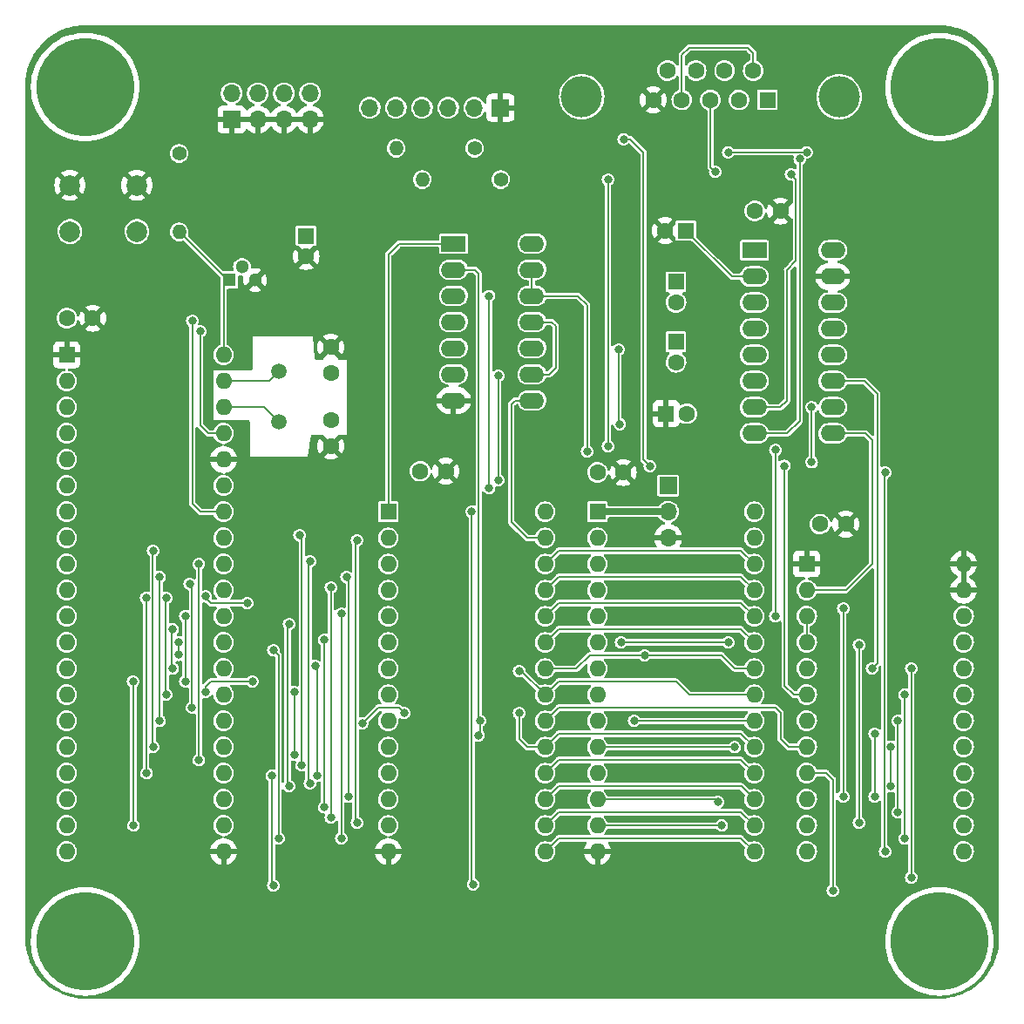
<source format=gbl>
G04 #@! TF.GenerationSoftware,KiCad,Pcbnew,(6.0.1)*
G04 #@! TF.CreationDate,2022-09-12T09:28:13-04:00*
G04 #@! TF.ProjectId,SIMPLE-6802,53494d50-4c45-42d3-9638-30322e6b6963,1*
G04 #@! TF.SameCoordinates,Original*
G04 #@! TF.FileFunction,Copper,L2,Bot*
G04 #@! TF.FilePolarity,Positive*
%FSLAX46Y46*%
G04 Gerber Fmt 4.6, Leading zero omitted, Abs format (unit mm)*
G04 Created by KiCad (PCBNEW (6.0.1)) date 2022-09-12 09:28:13*
%MOMM*%
%LPD*%
G01*
G04 APERTURE LIST*
G04 #@! TA.AperFunction,ComponentPad*
%ADD10O,1.600000X1.600000*%
G04 #@! TD*
G04 #@! TA.AperFunction,ComponentPad*
%ADD11R,1.600000X1.600000*%
G04 #@! TD*
G04 #@! TA.AperFunction,ComponentPad*
%ADD12C,4.000000*%
G04 #@! TD*
G04 #@! TA.AperFunction,ComponentPad*
%ADD13C,1.600000*%
G04 #@! TD*
G04 #@! TA.AperFunction,ComponentPad*
%ADD14R,2.400000X1.600000*%
G04 #@! TD*
G04 #@! TA.AperFunction,ComponentPad*
%ADD15O,2.400000X1.600000*%
G04 #@! TD*
G04 #@! TA.AperFunction,ComponentPad*
%ADD16R,1.300000X1.300000*%
G04 #@! TD*
G04 #@! TA.AperFunction,ComponentPad*
%ADD17C,1.300000*%
G04 #@! TD*
G04 #@! TA.AperFunction,ComponentPad*
%ADD18C,1.400000*%
G04 #@! TD*
G04 #@! TA.AperFunction,ComponentPad*
%ADD19O,1.400000X1.400000*%
G04 #@! TD*
G04 #@! TA.AperFunction,ComponentPad*
%ADD20C,9.525000*%
G04 #@! TD*
G04 #@! TA.AperFunction,ComponentPad*
%ADD21R,1.700000X1.700000*%
G04 #@! TD*
G04 #@! TA.AperFunction,ComponentPad*
%ADD22O,1.700000X1.700000*%
G04 #@! TD*
G04 #@! TA.AperFunction,ComponentPad*
%ADD23C,2.000000*%
G04 #@! TD*
G04 #@! TA.AperFunction,ComponentPad*
%ADD24C,1.500000*%
G04 #@! TD*
G04 #@! TA.AperFunction,ViaPad*
%ADD25C,0.800000*%
G04 #@! TD*
G04 #@! TA.AperFunction,Conductor*
%ADD26C,0.203200*%
G04 #@! TD*
G04 #@! TA.AperFunction,Conductor*
%ADD27C,0.635000*%
G04 #@! TD*
G04 APERTURE END LIST*
D10*
X108453000Y-80015000D03*
X108453000Y-82555000D03*
X108453000Y-85095000D03*
X108453000Y-87635000D03*
X108453000Y-90175000D03*
X108453000Y-92715000D03*
X108453000Y-95255000D03*
X108453000Y-97795000D03*
X108453000Y-100335000D03*
X108453000Y-102875000D03*
X108453000Y-105415000D03*
X108453000Y-107955000D03*
X108453000Y-110495000D03*
X108453000Y-113035000D03*
X108453000Y-115575000D03*
X108453000Y-118115000D03*
X108453000Y-120655000D03*
X108453000Y-123195000D03*
X108453000Y-125735000D03*
X108453000Y-128275000D03*
X93213000Y-128275000D03*
X93213000Y-125735000D03*
X93213000Y-123195000D03*
X93213000Y-120655000D03*
X93213000Y-118115000D03*
X93213000Y-115575000D03*
X93213000Y-113035000D03*
X93213000Y-110495000D03*
X93213000Y-107955000D03*
X93213000Y-105415000D03*
X93213000Y-102875000D03*
X93213000Y-100335000D03*
X93213000Y-97795000D03*
X93213000Y-95255000D03*
X93213000Y-92715000D03*
X93213000Y-90175000D03*
X93213000Y-87635000D03*
X93213000Y-85095000D03*
X93213000Y-82555000D03*
D11*
X93213000Y-80015000D03*
D12*
X143245000Y-54940000D03*
X168245000Y-54940000D03*
D11*
X161285000Y-55240000D03*
D13*
X158515000Y-55240000D03*
X155745000Y-55240000D03*
X152975000Y-55240000D03*
X150205000Y-55240000D03*
X159900000Y-52400000D03*
X157130000Y-52400000D03*
X154360000Y-52400000D03*
X151590000Y-52400000D03*
D14*
X160020000Y-69865000D03*
D15*
X160020000Y-72405000D03*
X160020000Y-74945000D03*
X160020000Y-77485000D03*
X160020000Y-80025000D03*
X160020000Y-82565000D03*
X160020000Y-85105000D03*
X160020000Y-87645000D03*
X167640000Y-87645000D03*
X167640000Y-85105000D03*
X167640000Y-82565000D03*
X167640000Y-80025000D03*
X167640000Y-77485000D03*
X167640000Y-74945000D03*
X167640000Y-72405000D03*
X167640000Y-69865000D03*
D16*
X108966000Y-72750000D03*
D17*
X110236000Y-71480000D03*
X111506000Y-72750000D03*
D13*
X130048000Y-91313000D03*
X127548000Y-91313000D03*
D18*
X104140000Y-60452000D03*
D19*
X104140000Y-68072000D03*
D13*
X95738000Y-76454000D03*
X93238000Y-76454000D03*
D20*
X95000000Y-54000000D03*
D13*
X118872000Y-79268000D03*
X118872000Y-81768000D03*
D21*
X109230000Y-57155000D03*
D22*
X109230000Y-54615000D03*
X111770000Y-57155000D03*
X111770000Y-54615000D03*
X114310000Y-57155000D03*
X114310000Y-54615000D03*
X116850000Y-57155000D03*
X116850000Y-54615000D03*
D13*
X147280000Y-91440000D03*
X144780000Y-91440000D03*
D11*
X124455000Y-95260000D03*
D10*
X124455000Y-97800000D03*
X124455000Y-100340000D03*
X124455000Y-102880000D03*
X124455000Y-105420000D03*
X124455000Y-107960000D03*
X124455000Y-110500000D03*
X124455000Y-113040000D03*
X124455000Y-115580000D03*
X124455000Y-118120000D03*
X124455000Y-120660000D03*
X124455000Y-123200000D03*
X124455000Y-125740000D03*
X124455000Y-128280000D03*
X139695000Y-128280000D03*
X139695000Y-125740000D03*
X139695000Y-123200000D03*
X139695000Y-120660000D03*
X139695000Y-118120000D03*
X139695000Y-115580000D03*
X139695000Y-113040000D03*
X139695000Y-110500000D03*
X139695000Y-107960000D03*
X139695000Y-105420000D03*
X139695000Y-102880000D03*
X139695000Y-100340000D03*
X139695000Y-97800000D03*
X139695000Y-95260000D03*
D11*
X152400000Y-72930000D03*
D13*
X152400000Y-74930000D03*
X118872000Y-88880000D03*
X118872000Y-86380000D03*
D11*
X165100000Y-100325000D03*
D10*
X165100000Y-102865000D03*
X165100000Y-105405000D03*
X165100000Y-107945000D03*
X165100000Y-110485000D03*
X165100000Y-113025000D03*
X165100000Y-115565000D03*
X165100000Y-118105000D03*
X165100000Y-120645000D03*
X165100000Y-123185000D03*
X165100000Y-125725000D03*
X165100000Y-128265000D03*
X180340000Y-128265000D03*
X180340000Y-125725000D03*
X180340000Y-123185000D03*
X180340000Y-120645000D03*
X180340000Y-118105000D03*
X180340000Y-115565000D03*
X180340000Y-113025000D03*
X180340000Y-110485000D03*
X180340000Y-107945000D03*
X180340000Y-105405000D03*
X180340000Y-102865000D03*
X180340000Y-100325000D03*
D11*
X152400000Y-78740000D03*
D13*
X152400000Y-80740000D03*
X162560000Y-66040000D03*
X160060000Y-66040000D03*
D20*
X95000000Y-137000000D03*
D21*
X135350000Y-56000000D03*
D22*
X132810000Y-56000000D03*
X130270000Y-56000000D03*
X127730000Y-56000000D03*
X125190000Y-56000000D03*
X122650000Y-56000000D03*
D11*
X144775000Y-95260000D03*
D10*
X144775000Y-97800000D03*
X144775000Y-100340000D03*
X144775000Y-102880000D03*
X144775000Y-105420000D03*
X144775000Y-107960000D03*
X144775000Y-110500000D03*
X144775000Y-113040000D03*
X144775000Y-115580000D03*
X144775000Y-118120000D03*
X144775000Y-120660000D03*
X144775000Y-123200000D03*
X144775000Y-125740000D03*
X144775000Y-128280000D03*
X160015000Y-128280000D03*
X160015000Y-125740000D03*
X160015000Y-123200000D03*
X160015000Y-120660000D03*
X160015000Y-118120000D03*
X160015000Y-115580000D03*
X160015000Y-113040000D03*
X160015000Y-110500000D03*
X160015000Y-107960000D03*
X160015000Y-105420000D03*
X160015000Y-102880000D03*
X160015000Y-100340000D03*
X160015000Y-97800000D03*
X160015000Y-95260000D03*
D23*
X93524000Y-63536000D03*
X100024000Y-63536000D03*
X93524000Y-68036000D03*
X100024000Y-68036000D03*
D14*
X130795000Y-69210000D03*
D15*
X130795000Y-71750000D03*
X130795000Y-74290000D03*
X130795000Y-76830000D03*
X130795000Y-79370000D03*
X130795000Y-81910000D03*
X130795000Y-84450000D03*
X138415000Y-84450000D03*
X138415000Y-81910000D03*
X138415000Y-79370000D03*
X138415000Y-76830000D03*
X138415000Y-74290000D03*
X138415000Y-71750000D03*
X138415000Y-69210000D03*
D20*
X178000000Y-54000000D03*
D18*
X132842000Y-59944000D03*
D19*
X125222000Y-59944000D03*
D20*
X178000000Y-137000000D03*
D11*
X116459000Y-68453000D03*
D13*
X116459000Y-70453000D03*
D11*
X151444888Y-85725000D03*
D13*
X153444888Y-85725000D03*
D21*
X151638000Y-92710000D03*
D22*
X151638000Y-95250000D03*
X151638000Y-97790000D03*
D18*
X135382000Y-62992000D03*
D19*
X127762000Y-62992000D03*
D24*
X113792000Y-86504000D03*
X113792000Y-81624000D03*
D13*
X168905000Y-96460000D03*
X166405000Y-96460000D03*
D11*
X153355113Y-67945000D03*
D13*
X151355113Y-67945000D03*
D25*
X113284000Y-131572000D03*
X113138500Y-120904000D03*
X113284000Y-108712000D03*
X113792000Y-127000000D03*
X111252000Y-111760000D03*
X106698500Y-112776000D03*
X114808000Y-106172000D03*
X114808000Y-121920000D03*
X110744000Y-104140000D03*
X106698500Y-103486500D03*
X105156000Y-102253500D03*
X100927989Y-103632000D03*
X137160000Y-110744000D03*
X137160000Y-114808000D03*
X125984000Y-114808000D03*
X121920000Y-115824000D03*
X133223000Y-116985500D03*
X115316000Y-112776000D03*
X115316000Y-118872000D03*
X115824000Y-97536000D03*
X116040989Y-119888000D03*
X116840000Y-100076000D03*
X116840000Y-121628989D03*
X117348000Y-110236000D03*
X117565000Y-120904000D03*
X118218500Y-107696000D03*
X118218500Y-123952000D03*
X118872000Y-124968000D03*
X118872000Y-102616000D03*
X119888000Y-105156000D03*
X119888000Y-127000000D03*
X120396000Y-101600000D03*
X120612989Y-122936000D03*
X121412000Y-98044000D03*
X121412000Y-125476000D03*
X132696489Y-131463511D03*
X132569500Y-95250000D03*
X99657989Y-111760000D03*
X99695000Y-125730000D03*
X100965000Y-120650000D03*
X101600000Y-99060000D03*
X101600000Y-118110000D03*
X102235000Y-101600000D03*
X102235000Y-115570000D03*
X102870000Y-103632000D03*
X102870000Y-113030000D03*
X103505000Y-106680000D03*
X103505000Y-110490000D03*
X104084500Y-109164500D03*
X104084500Y-107950000D03*
X104738000Y-111723000D03*
X104738000Y-105410000D03*
X105391500Y-114281500D03*
X106045000Y-119380000D03*
X106045000Y-100330000D03*
X133350000Y-115570000D03*
X105410000Y-76708000D03*
X106172000Y-77724000D03*
X168656000Y-104648000D03*
X168656000Y-122936000D03*
X167640000Y-132080000D03*
X173953000Y-124460000D03*
X173953000Y-115570000D03*
X174606500Y-127000000D03*
X174606500Y-113030000D03*
X173299500Y-118110000D03*
X173299500Y-121920000D03*
X158105000Y-118120000D03*
X175260000Y-110490000D03*
X175260000Y-130810000D03*
X156845000Y-125730000D03*
X171704000Y-116840000D03*
X171704000Y-122936000D03*
X157480000Y-107950000D03*
X147066000Y-107950000D03*
X156464000Y-123444000D03*
X162052000Y-105410000D03*
X170180000Y-125476000D03*
X162052000Y-89262500D03*
X170180000Y-108204000D03*
X146812000Y-79502000D03*
X146939000Y-86741000D03*
X145796000Y-62992000D03*
X145796000Y-88900000D03*
X162941000Y-90805000D03*
X147320000Y-59055000D03*
X149860000Y-90805000D03*
X165593000Y-90439000D03*
X165593000Y-85105000D03*
X135128000Y-92202000D03*
X135128000Y-82042000D03*
X149352000Y-109220000D03*
X143764000Y-89408000D03*
X172720000Y-128270000D03*
X172720000Y-91440000D03*
X148336000Y-115570000D03*
X134239000Y-92964000D03*
X134239000Y-74295000D03*
X164417309Y-60988365D03*
X163576000Y-62484000D03*
X156210000Y-62230000D03*
X165100000Y-60325000D03*
X157480000Y-60325000D03*
X171450000Y-110490000D03*
D26*
X113138500Y-131426500D02*
X113284000Y-131572000D01*
X113138500Y-120904000D02*
X113138500Y-131426500D01*
X113792000Y-127000000D02*
X113792000Y-109220000D01*
X113792000Y-109220000D02*
X113284000Y-108712000D01*
X107188000Y-111760000D02*
X111252000Y-111760000D01*
X106698500Y-112249500D02*
X107188000Y-111760000D01*
X106698500Y-112776000D02*
X106698500Y-112249500D01*
X114662489Y-106317511D02*
X114808000Y-106172000D01*
X114808000Y-121920000D02*
X114662489Y-121774489D01*
X114662489Y-121774489D02*
X114662489Y-106317511D01*
X102851489Y-103650511D02*
X102851489Y-113011489D01*
X102870000Y-103632000D02*
X102851489Y-103650511D01*
X107188000Y-104140000D02*
X110744000Y-104140000D01*
X106698500Y-103486500D02*
X106698500Y-103650500D01*
X106698500Y-103650500D02*
X107188000Y-104140000D01*
X105391500Y-102489000D02*
X105156000Y-102253500D01*
X105391500Y-114281500D02*
X105391500Y-102489000D01*
X100927989Y-120612989D02*
X100965000Y-120650000D01*
X100927989Y-103632000D02*
X100927989Y-120612989D01*
X137399000Y-110744000D02*
X137160000Y-110744000D01*
X139695000Y-113040000D02*
X137399000Y-110744000D01*
X137932000Y-118120000D02*
X139695000Y-118120000D01*
X137160000Y-117348000D02*
X137932000Y-118120000D01*
X125476000Y-114300000D02*
X125984000Y-114808000D01*
X123444000Y-114300000D02*
X125476000Y-114300000D01*
X121920000Y-115824000D02*
X123444000Y-114300000D01*
X137160000Y-114808000D02*
X137160000Y-117348000D01*
X133350000Y-116858500D02*
X133223000Y-116985500D01*
X133350000Y-115570000D02*
X133350000Y-116858500D01*
X115316000Y-112776000D02*
X115316000Y-118872000D01*
X116040989Y-97752989D02*
X115824000Y-97536000D01*
X116040989Y-119888000D02*
X116040989Y-97752989D01*
X116694489Y-100221511D02*
X116840000Y-100076000D01*
X116694489Y-121483478D02*
X116694489Y-100221511D01*
X116840000Y-121628989D02*
X116694489Y-121483478D01*
X117565000Y-110453000D02*
X117348000Y-110236000D01*
X117565000Y-120904000D02*
X117565000Y-110453000D01*
X118218500Y-123952000D02*
X118218500Y-107696000D01*
X118872000Y-124968000D02*
X118872000Y-102616000D01*
X119888000Y-127000000D02*
X119888000Y-105156000D01*
X120612989Y-101816989D02*
X120396000Y-101600000D01*
X120612989Y-122936000D02*
X120612989Y-101816989D01*
X121266489Y-125330489D02*
X121266489Y-98189511D01*
X121412000Y-125476000D02*
X121266489Y-125330489D01*
X121266489Y-98189511D02*
X121412000Y-98044000D01*
X132569500Y-95250000D02*
X132569500Y-131336522D01*
X132569500Y-131336522D02*
X132696489Y-131463511D01*
X99676489Y-111778511D02*
X99657989Y-111760011D01*
X99676489Y-125711489D02*
X99676489Y-111778511D01*
X99695000Y-125730000D02*
X99676489Y-125711489D01*
X99657989Y-111760011D02*
X99657989Y-111760000D01*
X101581489Y-99078511D02*
X101600000Y-99060000D01*
X101600000Y-118110000D02*
X101581489Y-118091489D01*
X101581489Y-118091489D02*
X101581489Y-99078511D01*
X102216489Y-101618511D02*
X102235000Y-101600000D01*
X102216489Y-115551489D02*
X102216489Y-101618511D01*
X102235000Y-115570000D02*
X102216489Y-115551489D01*
X102870000Y-113030000D02*
X102851489Y-113011489D01*
X103430989Y-110415989D02*
X103430989Y-106754011D01*
X103505000Y-110490000D02*
X103430989Y-110415989D01*
X103430989Y-106754011D02*
X103505000Y-106680000D01*
X104084500Y-107950000D02*
X104084500Y-109164500D01*
X104738000Y-105410000D02*
X104738000Y-111723000D01*
X106045000Y-100330000D02*
X106045000Y-119380000D01*
X133223000Y-115443000D02*
X133350000Y-115570000D01*
X132837000Y-71750000D02*
X133223000Y-72136000D01*
X130795000Y-71750000D02*
X132837000Y-71750000D01*
X133223000Y-72136000D02*
X133223000Y-115443000D01*
X106177000Y-95255000D02*
X108453000Y-95255000D01*
X105410000Y-94488000D02*
X106177000Y-95255000D01*
X105410000Y-76708000D02*
X105410000Y-94488000D01*
X106172000Y-86868000D02*
X106172000Y-77724000D01*
X106939000Y-87635000D02*
X106172000Y-86868000D01*
X108453000Y-87635000D02*
X106939000Y-87635000D01*
X112383000Y-85095000D02*
X113792000Y-86504000D01*
X108453000Y-85095000D02*
X112383000Y-85095000D01*
X108453000Y-82555000D02*
X112861000Y-82555000D01*
X112861000Y-82555000D02*
X113792000Y-81624000D01*
X108453000Y-80015000D02*
X108453000Y-73263000D01*
X158735000Y-106680000D02*
X160015000Y-107960000D01*
X140975000Y-106680000D02*
X158735000Y-106680000D01*
X139695000Y-107960000D02*
X140975000Y-106680000D01*
X140975000Y-99060000D02*
X158735000Y-99060000D01*
X158735000Y-99060000D02*
X160015000Y-100340000D01*
X168656000Y-122936000D02*
X168656000Y-104648000D01*
X139695000Y-100340000D02*
X140975000Y-99060000D01*
X167000000Y-120645000D02*
X167640000Y-121285000D01*
X167640000Y-121285000D02*
X167640000Y-132080000D01*
X125471000Y-69210000D02*
X130795000Y-69210000D01*
X165100000Y-120645000D02*
X167000000Y-120645000D01*
X124455000Y-95260000D02*
X124455000Y-70226000D01*
X124455000Y-70226000D02*
X125471000Y-69210000D01*
X163317000Y-118105000D02*
X165100000Y-118105000D01*
X140975000Y-114300000D02*
X162052000Y-114300000D01*
X162560000Y-114808000D02*
X162560000Y-117348000D01*
X139695000Y-115580000D02*
X140975000Y-114300000D01*
X162560000Y-117348000D02*
X163317000Y-118105000D01*
X162052000Y-114300000D02*
X162560000Y-114808000D01*
X158735000Y-124460000D02*
X160015000Y-125740000D01*
X139695000Y-125740000D02*
X140975000Y-124460000D01*
X173953000Y-124460000D02*
X173953000Y-115570000D01*
X140975000Y-124460000D02*
X158735000Y-124460000D01*
X139695000Y-128280000D02*
X140975000Y-127000000D01*
X174606500Y-127000000D02*
X174606500Y-113030000D01*
X140975000Y-127000000D02*
X158735000Y-127000000D01*
X158735000Y-127000000D02*
X160015000Y-128280000D01*
X140975000Y-121920000D02*
X158750000Y-121920000D01*
X139695000Y-123200000D02*
X140975000Y-121920000D01*
X173299500Y-121920000D02*
X173299500Y-118110000D01*
X158750000Y-121920000D02*
X158750000Y-121935000D01*
X158750000Y-121935000D02*
X160015000Y-123200000D01*
X158735000Y-119380000D02*
X160015000Y-120660000D01*
X139695000Y-120660000D02*
X140975000Y-119380000D01*
X140975000Y-119380000D02*
X158735000Y-119380000D01*
X144775000Y-118120000D02*
X158105000Y-118120000D01*
X175260000Y-130810000D02*
X175260000Y-110490000D01*
X156835000Y-125740000D02*
X156845000Y-125730000D01*
X144775000Y-125740000D02*
X156835000Y-125740000D01*
X139695000Y-118120000D02*
X140975000Y-116840000D01*
X171704000Y-122936000D02*
X171704000Y-116840000D01*
X140975000Y-116840000D02*
X158735000Y-116840000D01*
X158735000Y-116840000D02*
X160015000Y-118120000D01*
X157480000Y-107950000D02*
X147066000Y-107950000D01*
X156220000Y-123200000D02*
X156464000Y-123444000D01*
X144775000Y-123200000D02*
X156220000Y-123200000D01*
X139695000Y-102880000D02*
X140975000Y-101600000D01*
X158735000Y-101600000D02*
X160015000Y-102880000D01*
X140975000Y-101600000D02*
X158735000Y-101600000D01*
X140975000Y-104140000D02*
X158735000Y-104140000D01*
X158735000Y-104140000D02*
X160015000Y-105420000D01*
X139695000Y-105420000D02*
X140975000Y-104140000D01*
X140975000Y-111760000D02*
X152400000Y-111760000D01*
X139695000Y-113040000D02*
X140975000Y-111760000D01*
X160015000Y-113040000D02*
X153680000Y-113040000D01*
X153680000Y-113040000D02*
X152400000Y-111760000D01*
X104140000Y-68072000D02*
X108818000Y-72750000D01*
X160020000Y-72405000D02*
X157815113Y-72405000D01*
X157815113Y-72405000D02*
X153355113Y-67945000D01*
X146812000Y-79502000D02*
X146812000Y-86614000D01*
X165100000Y-107945000D02*
X165100000Y-105405000D01*
X170180000Y-125476000D02*
X170180000Y-108204000D01*
X146812000Y-86614000D02*
X146939000Y-86741000D01*
X162052000Y-105410000D02*
X162052000Y-89262500D01*
X170800000Y-87645000D02*
X171450000Y-88295000D01*
X171450000Y-100330000D02*
X168915000Y-102865000D01*
X145796000Y-88900000D02*
X145796000Y-62992000D01*
X168915000Y-102865000D02*
X165100000Y-102865000D01*
X171450000Y-88295000D02*
X171450000Y-100330000D01*
X167640000Y-87645000D02*
X170800000Y-87645000D01*
X147955000Y-59055000D02*
X147320000Y-59055000D01*
X165100000Y-113025000D02*
X163825000Y-113025000D01*
X149860000Y-90805000D02*
X149225000Y-90170000D01*
X163825000Y-113025000D02*
X162941000Y-112141000D01*
X162941000Y-112141000D02*
X162941000Y-90805000D01*
X149225000Y-90170000D02*
X149225000Y-60325000D01*
X165593000Y-85105000D02*
X165593000Y-90439000D01*
X149225000Y-60325000D02*
X147955000Y-59055000D01*
X158125000Y-110500000D02*
X156845000Y-109220000D01*
X135128000Y-82042000D02*
X135128000Y-92202000D01*
X139695000Y-110500000D02*
X142738000Y-110500000D01*
X144018000Y-109220000D02*
X149352000Y-109220000D01*
X142738000Y-110500000D02*
X144018000Y-109220000D01*
X149352000Y-109220000D02*
X156845000Y-109220000D01*
X160015000Y-110500000D02*
X158125000Y-110500000D01*
X136398000Y-84836000D02*
X136784000Y-84450000D01*
X136398000Y-96266000D02*
X136398000Y-84836000D01*
X136784000Y-84450000D02*
X138415000Y-84450000D01*
X137932000Y-97800000D02*
X136398000Y-96266000D01*
X139695000Y-97800000D02*
X137932000Y-97800000D01*
X172645989Y-91514011D02*
X172720000Y-91440000D01*
X138415000Y-71750000D02*
X138415000Y-74290000D01*
X172645989Y-128195989D02*
X172645989Y-91514011D01*
X143764000Y-89408000D02*
X143764000Y-75184000D01*
X143764000Y-75184000D02*
X142870000Y-74290000D01*
X172720000Y-128270000D02*
X172645989Y-128195989D01*
X142870000Y-74290000D02*
X138415000Y-74290000D01*
X148346000Y-115580000D02*
X148336000Y-115570000D01*
X160015000Y-115580000D02*
X148346000Y-115580000D01*
X134239000Y-92964000D02*
X134239000Y-74295000D01*
X140716000Y-77216000D02*
X140330000Y-76830000D01*
X140330000Y-76830000D02*
X138415000Y-76830000D01*
X140086000Y-81910000D02*
X140716000Y-81280000D01*
X140716000Y-81280000D02*
X140716000Y-77216000D01*
X138415000Y-81910000D02*
X140086000Y-81910000D01*
X152975000Y-50860000D02*
X152975000Y-55240000D01*
X159900000Y-50680000D02*
X159385000Y-50165000D01*
X159385000Y-50165000D02*
X153670000Y-50165000D01*
X159900000Y-52400000D02*
X159900000Y-50680000D01*
X153670000Y-50165000D02*
X152975000Y-50860000D01*
X164417309Y-86407691D02*
X163180000Y-87645000D01*
X164417309Y-60988365D02*
X164417309Y-86407691D01*
X163180000Y-87645000D02*
X160020000Y-87645000D01*
X163195000Y-84455000D02*
X163195000Y-71755000D01*
X164062189Y-62992000D02*
X164062189Y-62970189D01*
X164062189Y-70887811D02*
X164062189Y-62992000D01*
X160020000Y-85105000D02*
X162545000Y-85105000D01*
X162545000Y-85105000D02*
X163195000Y-84455000D01*
X164062189Y-62970189D02*
X163576000Y-62484000D01*
X155745000Y-61765000D02*
X156210000Y-62230000D01*
X155745000Y-55240000D02*
X155745000Y-61765000D01*
X163195000Y-71755000D02*
X164062189Y-70887811D01*
X157480000Y-60325000D02*
X165100000Y-60325000D01*
D27*
X144775000Y-95260000D02*
X151628000Y-95260000D01*
D26*
X170703000Y-82565000D02*
X167640000Y-82565000D01*
X171450000Y-110490000D02*
X171958000Y-109982000D01*
X171958000Y-109982000D02*
X171958000Y-83820000D01*
X171958000Y-83820000D02*
X170703000Y-82565000D01*
G04 #@! TA.AperFunction,Conductor*
G36*
X177980552Y-47975237D02*
G01*
X177985808Y-47975246D01*
X177999636Y-47978426D01*
X178013476Y-47975294D01*
X178027664Y-47975319D01*
X178027664Y-47975373D01*
X178035941Y-47974612D01*
X178174710Y-47980065D01*
X178449862Y-47990876D01*
X178459724Y-47991652D01*
X178901907Y-48043987D01*
X178911679Y-48045535D01*
X179134288Y-48089814D01*
X179348393Y-48132403D01*
X179357994Y-48134708D01*
X179645412Y-48215768D01*
X179786540Y-48255570D01*
X179795949Y-48258627D01*
X180213696Y-48412742D01*
X180222833Y-48416527D01*
X180627202Y-48602943D01*
X180636007Y-48607430D01*
X181024504Y-48824999D01*
X181032940Y-48830168D01*
X181403164Y-49077543D01*
X181411152Y-49083347D01*
X181561476Y-49201853D01*
X181760831Y-49359012D01*
X181768354Y-49365437D01*
X181915582Y-49501533D01*
X182095333Y-49667693D01*
X182102307Y-49674667D01*
X182107057Y-49679805D01*
X182404563Y-50001646D01*
X182410988Y-50009169D01*
X182568147Y-50208524D01*
X182616051Y-50269289D01*
X182686647Y-50358840D01*
X182692457Y-50366836D01*
X182781310Y-50499815D01*
X182939832Y-50737060D01*
X182945001Y-50745496D01*
X183162570Y-51133993D01*
X183167057Y-51142798D01*
X183332711Y-51502130D01*
X183353472Y-51547164D01*
X183357257Y-51556302D01*
X183360049Y-51563869D01*
X183511373Y-51974051D01*
X183514430Y-51983460D01*
X183519853Y-52002688D01*
X183635292Y-52412006D01*
X183637599Y-52421614D01*
X183724465Y-52858321D01*
X183726013Y-52868093D01*
X183778348Y-53310276D01*
X183779124Y-53320138D01*
X183795365Y-53733482D01*
X183794603Y-53741620D01*
X183794779Y-53741620D01*
X183794754Y-53755805D01*
X183791574Y-53769636D01*
X183794706Y-53783477D01*
X183794698Y-53787994D01*
X183796800Y-53806809D01*
X183796800Y-136719968D01*
X183794763Y-136737911D01*
X183794754Y-136743167D01*
X183791574Y-136756995D01*
X183794706Y-136770835D01*
X183794681Y-136785023D01*
X183794627Y-136785023D01*
X183795388Y-136793302D01*
X183779124Y-137207221D01*
X183778348Y-137217083D01*
X183726013Y-137659266D01*
X183724465Y-137669038D01*
X183637599Y-138105745D01*
X183635292Y-138115353D01*
X183628717Y-138138667D01*
X183514430Y-138543899D01*
X183511373Y-138553308D01*
X183357258Y-138971055D01*
X183353473Y-138980192D01*
X183237302Y-139232189D01*
X183167062Y-139384551D01*
X183162570Y-139393366D01*
X182945001Y-139781863D01*
X182939832Y-139790299D01*
X182692462Y-140160515D01*
X182686647Y-140168519D01*
X182410988Y-140518190D01*
X182404563Y-140525713D01*
X182268467Y-140672941D01*
X182102307Y-140852692D01*
X182095333Y-140859666D01*
X181965634Y-140979559D01*
X181768354Y-141161922D01*
X181760831Y-141168347D01*
X181583925Y-141307809D01*
X181411152Y-141444012D01*
X181403164Y-141449816D01*
X181226755Y-141567688D01*
X181032940Y-141697191D01*
X181024504Y-141702360D01*
X180636007Y-141919929D01*
X180627202Y-141924416D01*
X180254473Y-142096246D01*
X180222836Y-142110831D01*
X180213696Y-142114617D01*
X179795949Y-142268732D01*
X179786540Y-142271789D01*
X179645412Y-142311591D01*
X179357994Y-142392651D01*
X179348393Y-142394956D01*
X179134288Y-142437545D01*
X178911679Y-142481824D01*
X178901907Y-142483372D01*
X178459724Y-142535707D01*
X178449862Y-142536483D01*
X178036518Y-142552724D01*
X178028380Y-142551962D01*
X178028380Y-142552138D01*
X178014195Y-142552113D01*
X178000364Y-142548933D01*
X177986523Y-142552065D01*
X177982006Y-142552057D01*
X177963191Y-142554159D01*
X95037391Y-142554159D01*
X95019448Y-142552122D01*
X95014192Y-142552113D01*
X95000364Y-142548933D01*
X94986524Y-142552065D01*
X94972336Y-142552040D01*
X94972336Y-142551986D01*
X94964059Y-142552747D01*
X94825290Y-142547294D01*
X94550138Y-142536483D01*
X94540276Y-142535707D01*
X94098093Y-142483372D01*
X94088321Y-142481824D01*
X93865712Y-142437545D01*
X93651607Y-142394956D01*
X93642006Y-142392651D01*
X93354588Y-142311591D01*
X93213460Y-142271789D01*
X93204051Y-142268732D01*
X92786304Y-142114617D01*
X92777164Y-142110831D01*
X92745527Y-142096246D01*
X92372798Y-141924416D01*
X92363993Y-141919929D01*
X91975496Y-141702360D01*
X91967060Y-141697191D01*
X91773245Y-141567688D01*
X91596836Y-141449816D01*
X91588848Y-141444012D01*
X91416075Y-141307809D01*
X91239169Y-141168347D01*
X91231646Y-141161922D01*
X91034366Y-140979559D01*
X90904667Y-140859666D01*
X90897693Y-140852692D01*
X90731533Y-140672941D01*
X90595437Y-140525713D01*
X90589012Y-140518190D01*
X90313353Y-140168519D01*
X90307538Y-140160515D01*
X90060168Y-139790299D01*
X90054999Y-139781863D01*
X89837430Y-139393366D01*
X89832938Y-139384551D01*
X89762699Y-139232189D01*
X89646527Y-138980192D01*
X89642742Y-138971055D01*
X89488627Y-138553308D01*
X89485570Y-138543899D01*
X89371283Y-138138667D01*
X89364708Y-138115353D01*
X89362401Y-138105745D01*
X89275535Y-137669038D01*
X89273987Y-137659266D01*
X89221652Y-137217083D01*
X89220876Y-137207221D01*
X89212734Y-137000000D01*
X89723978Y-137000000D01*
X89724098Y-137002748D01*
X89733242Y-137212171D01*
X89744055Y-137459836D01*
X89804133Y-137916172D01*
X89903754Y-138365535D01*
X89904582Y-138368160D01*
X89904583Y-138368165D01*
X89973602Y-138587064D01*
X90042161Y-138804506D01*
X90218300Y-139229743D01*
X90430831Y-139638011D01*
X90678136Y-140026202D01*
X90958333Y-140391362D01*
X91269289Y-140730711D01*
X91608638Y-141041667D01*
X91610800Y-141043326D01*
X91610806Y-141043331D01*
X91734853Y-141138515D01*
X91973798Y-141321864D01*
X92361989Y-141569169D01*
X92770257Y-141781700D01*
X93195494Y-141957839D01*
X93198114Y-141958665D01*
X93198122Y-141958668D01*
X93631835Y-142095417D01*
X93631840Y-142095418D01*
X93634465Y-142096246D01*
X94083828Y-142195867D01*
X94086548Y-142196225D01*
X94086553Y-142196226D01*
X94257423Y-142218721D01*
X94540164Y-142255945D01*
X94542913Y-142256065D01*
X94542924Y-142256066D01*
X94997252Y-142275902D01*
X95000000Y-142276022D01*
X95002748Y-142275902D01*
X95457076Y-142256066D01*
X95457087Y-142256065D01*
X95459836Y-142255945D01*
X95742577Y-142218721D01*
X95913447Y-142196226D01*
X95913452Y-142196225D01*
X95916172Y-142195867D01*
X96365535Y-142096246D01*
X96368160Y-142095418D01*
X96368165Y-142095417D01*
X96801878Y-141958668D01*
X96801886Y-141958665D01*
X96804506Y-141957839D01*
X97229743Y-141781700D01*
X97638011Y-141569169D01*
X98026202Y-141321864D01*
X98265147Y-141138515D01*
X98389194Y-141043331D01*
X98389200Y-141043326D01*
X98391362Y-141041667D01*
X98730711Y-140730711D01*
X99041667Y-140391362D01*
X99321864Y-140026202D01*
X99569169Y-139638011D01*
X99781700Y-139229743D01*
X99957839Y-138804506D01*
X100026399Y-138587064D01*
X100095417Y-138368165D01*
X100095418Y-138368160D01*
X100096246Y-138365535D01*
X100195867Y-137916172D01*
X100255945Y-137459836D01*
X100266759Y-137212171D01*
X100275902Y-137002748D01*
X100276022Y-137000000D01*
X172723978Y-137000000D01*
X172724098Y-137002748D01*
X172733242Y-137212171D01*
X172744055Y-137459836D01*
X172804133Y-137916172D01*
X172903754Y-138365535D01*
X172904582Y-138368160D01*
X172904583Y-138368165D01*
X172973602Y-138587064D01*
X173042161Y-138804506D01*
X173218300Y-139229743D01*
X173430831Y-139638011D01*
X173678136Y-140026202D01*
X173958333Y-140391362D01*
X174269289Y-140730711D01*
X174608638Y-141041667D01*
X174610800Y-141043326D01*
X174610806Y-141043331D01*
X174734853Y-141138515D01*
X174973798Y-141321864D01*
X175361989Y-141569169D01*
X175770257Y-141781700D01*
X176195494Y-141957839D01*
X176198114Y-141958665D01*
X176198122Y-141958668D01*
X176631835Y-142095417D01*
X176631840Y-142095418D01*
X176634465Y-142096246D01*
X177083828Y-142195867D01*
X177086548Y-142196225D01*
X177086553Y-142196226D01*
X177257423Y-142218721D01*
X177540164Y-142255945D01*
X177542913Y-142256065D01*
X177542924Y-142256066D01*
X177997252Y-142275902D01*
X178000000Y-142276022D01*
X178002748Y-142275902D01*
X178457076Y-142256066D01*
X178457087Y-142256065D01*
X178459836Y-142255945D01*
X178742577Y-142218721D01*
X178913447Y-142196226D01*
X178913452Y-142196225D01*
X178916172Y-142195867D01*
X179365535Y-142096246D01*
X179368160Y-142095418D01*
X179368165Y-142095417D01*
X179801878Y-141958668D01*
X179801886Y-141958665D01*
X179804506Y-141957839D01*
X180229743Y-141781700D01*
X180638011Y-141569169D01*
X181026202Y-141321864D01*
X181265147Y-141138515D01*
X181389194Y-141043331D01*
X181389200Y-141043326D01*
X181391362Y-141041667D01*
X181730711Y-140730711D01*
X182041667Y-140391362D01*
X182321864Y-140026202D01*
X182569169Y-139638011D01*
X182781700Y-139229743D01*
X182957839Y-138804506D01*
X183026399Y-138587064D01*
X183095417Y-138368165D01*
X183095418Y-138368160D01*
X183096246Y-138365535D01*
X183195867Y-137916172D01*
X183255945Y-137459836D01*
X183266759Y-137212171D01*
X183275902Y-137002748D01*
X183276022Y-137000000D01*
X183275170Y-136980483D01*
X183256066Y-136542924D01*
X183256065Y-136542913D01*
X183255945Y-136540164D01*
X183195867Y-136083828D01*
X183096246Y-135634465D01*
X182957839Y-135195494D01*
X182781700Y-134770257D01*
X182569169Y-134361989D01*
X182321864Y-133973798D01*
X182041667Y-133608638D01*
X181730711Y-133269289D01*
X181391362Y-132958333D01*
X181389200Y-132956674D01*
X181389194Y-132956669D01*
X181265147Y-132861485D01*
X181026202Y-132678136D01*
X180638011Y-132430831D01*
X180229743Y-132218300D01*
X179804506Y-132042161D01*
X179801886Y-132041335D01*
X179801878Y-132041332D01*
X179368165Y-131904583D01*
X179368160Y-131904582D01*
X179365535Y-131903754D01*
X178916172Y-131804133D01*
X178913452Y-131803775D01*
X178913447Y-131803774D01*
X178691209Y-131774516D01*
X178459836Y-131744055D01*
X178457087Y-131743935D01*
X178457076Y-131743934D01*
X178002748Y-131724098D01*
X178000000Y-131723978D01*
X177997252Y-131724098D01*
X177542924Y-131743934D01*
X177542913Y-131743935D01*
X177540164Y-131744055D01*
X177308791Y-131774516D01*
X177086553Y-131803774D01*
X177086548Y-131803775D01*
X177083828Y-131804133D01*
X176634465Y-131903754D01*
X176631840Y-131904582D01*
X176631835Y-131904583D01*
X176198122Y-132041332D01*
X176198114Y-132041335D01*
X176195494Y-132042161D01*
X175770257Y-132218300D01*
X175361989Y-132430831D01*
X174973798Y-132678136D01*
X174734853Y-132861485D01*
X174610806Y-132956669D01*
X174610800Y-132956674D01*
X174608638Y-132958333D01*
X174269289Y-133269289D01*
X173958333Y-133608638D01*
X173678136Y-133973798D01*
X173430831Y-134361989D01*
X173218300Y-134770257D01*
X173042161Y-135195494D01*
X172903754Y-135634465D01*
X172804133Y-136083828D01*
X172744055Y-136540164D01*
X172743935Y-136542913D01*
X172743934Y-136542924D01*
X172724830Y-136980483D01*
X172723978Y-137000000D01*
X100276022Y-137000000D01*
X100275170Y-136980483D01*
X100256066Y-136542924D01*
X100256065Y-136542913D01*
X100255945Y-136540164D01*
X100195867Y-136083828D01*
X100096246Y-135634465D01*
X99957839Y-135195494D01*
X99781700Y-134770257D01*
X99569169Y-134361989D01*
X99321864Y-133973798D01*
X99041667Y-133608638D01*
X98730711Y-133269289D01*
X98391362Y-132958333D01*
X98389200Y-132956674D01*
X98389194Y-132956669D01*
X98265147Y-132861485D01*
X98026202Y-132678136D01*
X97638011Y-132430831D01*
X97229743Y-132218300D01*
X96804506Y-132042161D01*
X96801886Y-132041335D01*
X96801878Y-132041332D01*
X96368165Y-131904583D01*
X96368160Y-131904582D01*
X96365535Y-131903754D01*
X95916172Y-131804133D01*
X95913452Y-131803775D01*
X95913447Y-131803774D01*
X95691209Y-131774516D01*
X95459836Y-131744055D01*
X95457087Y-131743935D01*
X95457076Y-131743934D01*
X95002748Y-131724098D01*
X95000000Y-131723978D01*
X94997252Y-131724098D01*
X94542924Y-131743934D01*
X94542913Y-131743935D01*
X94540164Y-131744055D01*
X94308791Y-131774516D01*
X94086553Y-131803774D01*
X94086548Y-131803775D01*
X94083828Y-131804133D01*
X93634465Y-131903754D01*
X93631840Y-131904582D01*
X93631835Y-131904583D01*
X93198122Y-132041332D01*
X93198114Y-132041335D01*
X93195494Y-132042161D01*
X92770257Y-132218300D01*
X92361989Y-132430831D01*
X91973798Y-132678136D01*
X91734853Y-132861485D01*
X91610806Y-132956669D01*
X91610800Y-132956674D01*
X91608638Y-132958333D01*
X91269289Y-133269289D01*
X90958333Y-133608638D01*
X90678136Y-133973798D01*
X90430831Y-134361989D01*
X90218300Y-134770257D01*
X90042161Y-135195494D01*
X89903754Y-135634465D01*
X89804133Y-136083828D01*
X89744055Y-136540164D01*
X89743935Y-136542913D01*
X89743934Y-136542924D01*
X89724830Y-136980483D01*
X89723978Y-137000000D01*
X89212734Y-137000000D01*
X89204635Y-136793877D01*
X89205397Y-136785739D01*
X89205221Y-136785739D01*
X89205246Y-136771554D01*
X89208426Y-136757723D01*
X89205294Y-136743882D01*
X89205302Y-136739365D01*
X89203200Y-136720550D01*
X89203200Y-128260918D01*
X92204542Y-128260918D01*
X92205058Y-128267062D01*
X92219658Y-128440922D01*
X92221013Y-128457064D01*
X92222712Y-128462989D01*
X92272401Y-128636274D01*
X92275268Y-128646274D01*
X92278087Y-128651759D01*
X92362424Y-128815861D01*
X92362427Y-128815866D01*
X92365242Y-128821343D01*
X92487506Y-128975602D01*
X92637403Y-129103175D01*
X92642781Y-129106181D01*
X92642783Y-129106182D01*
X92749590Y-129165874D01*
X92809226Y-129199203D01*
X92815085Y-129201107D01*
X92815088Y-129201108D01*
X92874158Y-129220301D01*
X92996427Y-129260029D01*
X93002537Y-129260758D01*
X93002539Y-129260758D01*
X93069203Y-129268707D01*
X93191878Y-129283335D01*
X93198013Y-129282863D01*
X93198015Y-129282863D01*
X93381992Y-129268707D01*
X93381996Y-129268706D01*
X93388134Y-129268234D01*
X93577719Y-129215301D01*
X93753411Y-129126552D01*
X93762480Y-129119467D01*
X93903659Y-129009166D01*
X93903660Y-129009165D01*
X93908520Y-129005368D01*
X94037136Y-128856364D01*
X94051446Y-128831174D01*
X94131316Y-128690580D01*
X94131318Y-128690575D01*
X94134362Y-128685217D01*
X94182163Y-128541522D01*
X107170273Y-128541522D01*
X107217764Y-128718761D01*
X107221510Y-128729053D01*
X107313586Y-128926511D01*
X107319069Y-128936007D01*
X107444028Y-129114467D01*
X107451084Y-129122875D01*
X107605125Y-129276916D01*
X107613533Y-129283972D01*
X107791993Y-129408931D01*
X107801489Y-129414414D01*
X107998947Y-129506490D01*
X108009239Y-129510236D01*
X108181503Y-129556394D01*
X108195599Y-129556058D01*
X108199000Y-129548116D01*
X108199000Y-129542967D01*
X108707000Y-129542967D01*
X108710973Y-129556498D01*
X108719522Y-129557727D01*
X108896761Y-129510236D01*
X108907053Y-129506490D01*
X109104511Y-129414414D01*
X109114007Y-129408931D01*
X109292467Y-129283972D01*
X109300875Y-129276916D01*
X109454916Y-129122875D01*
X109461972Y-129114467D01*
X109586931Y-128936007D01*
X109592414Y-128926511D01*
X109684490Y-128729053D01*
X109688236Y-128718761D01*
X109734394Y-128546497D01*
X109734058Y-128532401D01*
X109726116Y-128529000D01*
X108725115Y-128529000D01*
X108709876Y-128533475D01*
X108708671Y-128534865D01*
X108707000Y-128542548D01*
X108707000Y-129542967D01*
X108199000Y-129542967D01*
X108199000Y-128547115D01*
X108194525Y-128531876D01*
X108193135Y-128530671D01*
X108185452Y-128529000D01*
X107185033Y-128529000D01*
X107171502Y-128532973D01*
X107170273Y-128541522D01*
X94182163Y-128541522D01*
X94196493Y-128498444D01*
X94205443Y-128427597D01*
X94220721Y-128306664D01*
X94220722Y-128306655D01*
X94221163Y-128303161D01*
X94221556Y-128275000D01*
X94202348Y-128079104D01*
X94200031Y-128071428D01*
X94179523Y-128003503D01*
X107171606Y-128003503D01*
X107171942Y-128017599D01*
X107179884Y-128021000D01*
X109720967Y-128021000D01*
X109734498Y-128017027D01*
X109735727Y-128008478D01*
X109688236Y-127831239D01*
X109684490Y-127820947D01*
X109592414Y-127623489D01*
X109586931Y-127613993D01*
X109461972Y-127435533D01*
X109454916Y-127427125D01*
X109300875Y-127273084D01*
X109292467Y-127266028D01*
X109114007Y-127141069D01*
X109104511Y-127135586D01*
X108907053Y-127043510D01*
X108896761Y-127039764D01*
X108686312Y-126983375D01*
X108675519Y-126981472D01*
X108635057Y-126977932D01*
X108568938Y-126952069D01*
X108527298Y-126894566D01*
X108523357Y-126823679D01*
X108558365Y-126761914D01*
X108623656Y-126728579D01*
X108628134Y-126728234D01*
X108634062Y-126726579D01*
X108634067Y-126726578D01*
X108741524Y-126696575D01*
X108817719Y-126675301D01*
X108993411Y-126586552D01*
X109006211Y-126576552D01*
X109143659Y-126469166D01*
X109143660Y-126469165D01*
X109148520Y-126465368D01*
X109277136Y-126316364D01*
X109291446Y-126291174D01*
X109371316Y-126150580D01*
X109371318Y-126150575D01*
X109374362Y-126145217D01*
X109436493Y-125958444D01*
X109445443Y-125887597D01*
X109460721Y-125766664D01*
X109460722Y-125766655D01*
X109461163Y-125763161D01*
X109461556Y-125735000D01*
X109442348Y-125539104D01*
X109440031Y-125531428D01*
X109418527Y-125460206D01*
X109385456Y-125350669D01*
X109293048Y-125176874D01*
X109188952Y-125049239D01*
X109172537Y-125029112D01*
X109172534Y-125029109D01*
X109168642Y-125024337D01*
X109162691Y-125019414D01*
X109021727Y-124902798D01*
X109021723Y-124902796D01*
X109016977Y-124898869D01*
X108843831Y-124805249D01*
X108733205Y-124771005D01*
X108661685Y-124748866D01*
X108661682Y-124748865D01*
X108655798Y-124747044D01*
X108649673Y-124746400D01*
X108649672Y-124746400D01*
X108466169Y-124727113D01*
X108466168Y-124727113D01*
X108460041Y-124726469D01*
X108387275Y-124733091D01*
X108270153Y-124743749D01*
X108270149Y-124743750D01*
X108264015Y-124744308D01*
X108075188Y-124799883D01*
X107900752Y-124891076D01*
X107747350Y-125014414D01*
X107620827Y-125165199D01*
X107526001Y-125337688D01*
X107524140Y-125343555D01*
X107524139Y-125343557D01*
X107500208Y-125418995D01*
X107466483Y-125525309D01*
X107444542Y-125720918D01*
X107445058Y-125727062D01*
X107459658Y-125900922D01*
X107461013Y-125917064D01*
X107462712Y-125922989D01*
X107512401Y-126096274D01*
X107515268Y-126106274D01*
X107518087Y-126111759D01*
X107602424Y-126275861D01*
X107602427Y-126275866D01*
X107605242Y-126281343D01*
X107727506Y-126435602D01*
X107877403Y-126563175D01*
X107882781Y-126566181D01*
X107882783Y-126566182D01*
X107948882Y-126603123D01*
X108049226Y-126659203D01*
X108055085Y-126661107D01*
X108055088Y-126661108D01*
X108114158Y-126680301D01*
X108236427Y-126720029D01*
X108242535Y-126720757D01*
X108242538Y-126720758D01*
X108287857Y-126726162D01*
X108353130Y-126754090D01*
X108392942Y-126812874D01*
X108394654Y-126883850D01*
X108357721Y-126944484D01*
X108293870Y-126975525D01*
X108283917Y-126976797D01*
X108230481Y-126981472D01*
X108219688Y-126983375D01*
X108009239Y-127039764D01*
X107998947Y-127043510D01*
X107801489Y-127135586D01*
X107791993Y-127141069D01*
X107613533Y-127266028D01*
X107605125Y-127273084D01*
X107451084Y-127427125D01*
X107444028Y-127435533D01*
X107319069Y-127613993D01*
X107313586Y-127623489D01*
X107221510Y-127820947D01*
X107217764Y-127831239D01*
X107171606Y-128003503D01*
X94179523Y-128003503D01*
X94147237Y-127896569D01*
X94145456Y-127890669D01*
X94053048Y-127716874D01*
X93973218Y-127618993D01*
X93932537Y-127569112D01*
X93932534Y-127569109D01*
X93928642Y-127564337D01*
X93922691Y-127559414D01*
X93781727Y-127442798D01*
X93781723Y-127442796D01*
X93776977Y-127438869D01*
X93603831Y-127345249D01*
X93493205Y-127311005D01*
X93421685Y-127288866D01*
X93421682Y-127288865D01*
X93415798Y-127287044D01*
X93409673Y-127286400D01*
X93409672Y-127286400D01*
X93226169Y-127267113D01*
X93226168Y-127267113D01*
X93220041Y-127266469D01*
X93147351Y-127273084D01*
X93030153Y-127283749D01*
X93030149Y-127283750D01*
X93024015Y-127284308D01*
X92835188Y-127339883D01*
X92660752Y-127431076D01*
X92655952Y-127434936D01*
X92655951Y-127434936D01*
X92655135Y-127435592D01*
X92507350Y-127554414D01*
X92380827Y-127705199D01*
X92286001Y-127877688D01*
X92226483Y-128065309D01*
X92204542Y-128260918D01*
X89203200Y-128260918D01*
X89203200Y-125720918D01*
X92204542Y-125720918D01*
X92205058Y-125727062D01*
X92219658Y-125900922D01*
X92221013Y-125917064D01*
X92222712Y-125922989D01*
X92272401Y-126096274D01*
X92275268Y-126106274D01*
X92278087Y-126111759D01*
X92362424Y-126275861D01*
X92362427Y-126275866D01*
X92365242Y-126281343D01*
X92487506Y-126435602D01*
X92637403Y-126563175D01*
X92642781Y-126566181D01*
X92642783Y-126566182D01*
X92708882Y-126603123D01*
X92809226Y-126659203D01*
X92815085Y-126661107D01*
X92815088Y-126661108D01*
X92874158Y-126680301D01*
X92996427Y-126720029D01*
X93002537Y-126720758D01*
X93002539Y-126720758D01*
X93066016Y-126728327D01*
X93191878Y-126743335D01*
X93198013Y-126742863D01*
X93198015Y-126742863D01*
X93381992Y-126728707D01*
X93381996Y-126728706D01*
X93388134Y-126728234D01*
X93577719Y-126675301D01*
X93753411Y-126586552D01*
X93766211Y-126576552D01*
X93903659Y-126469166D01*
X93903660Y-126469165D01*
X93908520Y-126465368D01*
X94037136Y-126316364D01*
X94051446Y-126291174D01*
X94131316Y-126150580D01*
X94131318Y-126150575D01*
X94134362Y-126145217D01*
X94196493Y-125958444D01*
X94205443Y-125887597D01*
X94220721Y-125766664D01*
X94220722Y-125766655D01*
X94221163Y-125763161D01*
X94221556Y-125735000D01*
X94202348Y-125539104D01*
X94200031Y-125531428D01*
X94178527Y-125460206D01*
X94145456Y-125350669D01*
X94053048Y-125176874D01*
X93948952Y-125049239D01*
X93932537Y-125029112D01*
X93932534Y-125029109D01*
X93928642Y-125024337D01*
X93922691Y-125019414D01*
X93781727Y-124902798D01*
X93781723Y-124902796D01*
X93776977Y-124898869D01*
X93603831Y-124805249D01*
X93493205Y-124771005D01*
X93421685Y-124748866D01*
X93421682Y-124748865D01*
X93415798Y-124747044D01*
X93409673Y-124746400D01*
X93409672Y-124746400D01*
X93226169Y-124727113D01*
X93226168Y-124727113D01*
X93220041Y-124726469D01*
X93147275Y-124733091D01*
X93030153Y-124743749D01*
X93030149Y-124743750D01*
X93024015Y-124744308D01*
X92835188Y-124799883D01*
X92660752Y-124891076D01*
X92507350Y-125014414D01*
X92380827Y-125165199D01*
X92286001Y-125337688D01*
X92284140Y-125343555D01*
X92284139Y-125343557D01*
X92260208Y-125418995D01*
X92226483Y-125525309D01*
X92204542Y-125720918D01*
X89203200Y-125720918D01*
X89203200Y-123180918D01*
X92204542Y-123180918D01*
X92205058Y-123187062D01*
X92219658Y-123360922D01*
X92221013Y-123377064D01*
X92222712Y-123382989D01*
X92272401Y-123556274D01*
X92275268Y-123566274D01*
X92278087Y-123571759D01*
X92362424Y-123735861D01*
X92362427Y-123735866D01*
X92365242Y-123741343D01*
X92487506Y-123895602D01*
X92637403Y-124023175D01*
X92642781Y-124026181D01*
X92642783Y-124026182D01*
X92697829Y-124056946D01*
X92809226Y-124119203D01*
X92815085Y-124121107D01*
X92815088Y-124121108D01*
X92874158Y-124140301D01*
X92996427Y-124180029D01*
X93002537Y-124180758D01*
X93002539Y-124180758D01*
X93069203Y-124188707D01*
X93191878Y-124203335D01*
X93198013Y-124202863D01*
X93198015Y-124202863D01*
X93381992Y-124188707D01*
X93381996Y-124188706D01*
X93388134Y-124188234D01*
X93577719Y-124135301D01*
X93753411Y-124046552D01*
X93766211Y-124036552D01*
X93903659Y-123929166D01*
X93903660Y-123929165D01*
X93908520Y-123925368D01*
X94037136Y-123776364D01*
X94051446Y-123751174D01*
X94131316Y-123610580D01*
X94131318Y-123610575D01*
X94134362Y-123605217D01*
X94196493Y-123418444D01*
X94211966Y-123295964D01*
X94220721Y-123226664D01*
X94220722Y-123226655D01*
X94221163Y-123223161D01*
X94221556Y-123195000D01*
X94202348Y-122999104D01*
X94200031Y-122991428D01*
X94176505Y-122913509D01*
X94145456Y-122810669D01*
X94053048Y-122636874D01*
X93981916Y-122549658D01*
X93932537Y-122489112D01*
X93932534Y-122489109D01*
X93928642Y-122484337D01*
X93922691Y-122479414D01*
X93781727Y-122362798D01*
X93781723Y-122362796D01*
X93776977Y-122358869D01*
X93603831Y-122265249D01*
X93493205Y-122231005D01*
X93421685Y-122208866D01*
X93421682Y-122208865D01*
X93415798Y-122207044D01*
X93409673Y-122206400D01*
X93409672Y-122206400D01*
X93226169Y-122187113D01*
X93226168Y-122187113D01*
X93220041Y-122186469D01*
X93147275Y-122193091D01*
X93030153Y-122203749D01*
X93030149Y-122203750D01*
X93024015Y-122204308D01*
X92835188Y-122259883D01*
X92660752Y-122351076D01*
X92507350Y-122474414D01*
X92380827Y-122625199D01*
X92286001Y-122797688D01*
X92284140Y-122803555D01*
X92284139Y-122803557D01*
X92258269Y-122885109D01*
X92226483Y-122985309D01*
X92204542Y-123180918D01*
X89203200Y-123180918D01*
X89203200Y-120640918D01*
X92204542Y-120640918D01*
X92205058Y-120647062D01*
X92219658Y-120820922D01*
X92221013Y-120837064D01*
X92222712Y-120842989D01*
X92272401Y-121016274D01*
X92275268Y-121026274D01*
X92278087Y-121031759D01*
X92362424Y-121195861D01*
X92362427Y-121195866D01*
X92365242Y-121201343D01*
X92487506Y-121355602D01*
X92492200Y-121359597D01*
X92553139Y-121411460D01*
X92637403Y-121483175D01*
X92642781Y-121486181D01*
X92642783Y-121486182D01*
X92695820Y-121515823D01*
X92809226Y-121579203D01*
X92815085Y-121581107D01*
X92815088Y-121581108D01*
X92874158Y-121600301D01*
X92996427Y-121640029D01*
X93002537Y-121640758D01*
X93002539Y-121640758D01*
X93069203Y-121648707D01*
X93191878Y-121663335D01*
X93198013Y-121662863D01*
X93198015Y-121662863D01*
X93381992Y-121648707D01*
X93381996Y-121648706D01*
X93388134Y-121648234D01*
X93577719Y-121595301D01*
X93753411Y-121506552D01*
X93766211Y-121496552D01*
X93903659Y-121389166D01*
X93903660Y-121389165D01*
X93908520Y-121385368D01*
X94037136Y-121236364D01*
X94051446Y-121211174D01*
X94131316Y-121070580D01*
X94131318Y-121070575D01*
X94134362Y-121065217D01*
X94196493Y-120878444D01*
X94205443Y-120807597D01*
X94220721Y-120686664D01*
X94220722Y-120686655D01*
X94221163Y-120683161D01*
X94221556Y-120655000D01*
X94202348Y-120459104D01*
X94200031Y-120451428D01*
X94166487Y-120340327D01*
X94145456Y-120270669D01*
X94053048Y-120096874D01*
X93948952Y-119969239D01*
X93932537Y-119949112D01*
X93932534Y-119949109D01*
X93928642Y-119944337D01*
X93922691Y-119939414D01*
X93781727Y-119822798D01*
X93781723Y-119822796D01*
X93776977Y-119818869D01*
X93603831Y-119725249D01*
X93493205Y-119691005D01*
X93421685Y-119668866D01*
X93421682Y-119668865D01*
X93415798Y-119667044D01*
X93409673Y-119666400D01*
X93409672Y-119666400D01*
X93226169Y-119647113D01*
X93226168Y-119647113D01*
X93220041Y-119646469D01*
X93147275Y-119653091D01*
X93030153Y-119663749D01*
X93030149Y-119663750D01*
X93024015Y-119664308D01*
X92835188Y-119719883D01*
X92660752Y-119811076D01*
X92507350Y-119934414D01*
X92380827Y-120085199D01*
X92286001Y-120257688D01*
X92226483Y-120445309D01*
X92204542Y-120640918D01*
X89203200Y-120640918D01*
X89203200Y-118100918D01*
X92204542Y-118100918D01*
X92205058Y-118107062D01*
X92219981Y-118284771D01*
X92221013Y-118297064D01*
X92222712Y-118302989D01*
X92273098Y-118478705D01*
X92275268Y-118486274D01*
X92278087Y-118491759D01*
X92362424Y-118655861D01*
X92362427Y-118655866D01*
X92365242Y-118661343D01*
X92487506Y-118815602D01*
X92637403Y-118943175D01*
X92642781Y-118946181D01*
X92642783Y-118946182D01*
X92708882Y-118983123D01*
X92809226Y-119039203D01*
X92815085Y-119041107D01*
X92815088Y-119041108D01*
X92874158Y-119060301D01*
X92996427Y-119100029D01*
X93002537Y-119100758D01*
X93002539Y-119100758D01*
X93069203Y-119108707D01*
X93191878Y-119123335D01*
X93198013Y-119122863D01*
X93198015Y-119122863D01*
X93381992Y-119108707D01*
X93381996Y-119108706D01*
X93388134Y-119108234D01*
X93577719Y-119055301D01*
X93753411Y-118966552D01*
X93766211Y-118956552D01*
X93903659Y-118849166D01*
X93903660Y-118849165D01*
X93908520Y-118845368D01*
X94037136Y-118696364D01*
X94045861Y-118681006D01*
X94131316Y-118530580D01*
X94131318Y-118530575D01*
X94134362Y-118525217D01*
X94196493Y-118338444D01*
X94203216Y-118285227D01*
X94220721Y-118146664D01*
X94220722Y-118146655D01*
X94221163Y-118143161D01*
X94221556Y-118115000D01*
X94202348Y-117919104D01*
X94200031Y-117911428D01*
X94171082Y-117815546D01*
X94145456Y-117730669D01*
X94053048Y-117556874D01*
X93981962Y-117469714D01*
X93932537Y-117409112D01*
X93932534Y-117409109D01*
X93928642Y-117404337D01*
X93922691Y-117399414D01*
X93781727Y-117282798D01*
X93781723Y-117282796D01*
X93776977Y-117278869D01*
X93603831Y-117185249D01*
X93492307Y-117150727D01*
X93421685Y-117128866D01*
X93421682Y-117128865D01*
X93415798Y-117127044D01*
X93409673Y-117126400D01*
X93409672Y-117126400D01*
X93226169Y-117107113D01*
X93226168Y-117107113D01*
X93220041Y-117106469D01*
X93147275Y-117113091D01*
X93030153Y-117123749D01*
X93030149Y-117123750D01*
X93024015Y-117124308D01*
X92835188Y-117179883D01*
X92660752Y-117271076D01*
X92507350Y-117394414D01*
X92380827Y-117545199D01*
X92286001Y-117717688D01*
X92284140Y-117723555D01*
X92284139Y-117723557D01*
X92260278Y-117798775D01*
X92226483Y-117905309D01*
X92204542Y-118100918D01*
X89203200Y-118100918D01*
X89203200Y-115560918D01*
X92204542Y-115560918D01*
X92205058Y-115567062D01*
X92219658Y-115740922D01*
X92221013Y-115757064D01*
X92222712Y-115762989D01*
X92272401Y-115936274D01*
X92275268Y-115946274D01*
X92278087Y-115951759D01*
X92362424Y-116115861D01*
X92362427Y-116115866D01*
X92365242Y-116121343D01*
X92487506Y-116275602D01*
X92492200Y-116279597D01*
X92537037Y-116317756D01*
X92637403Y-116403175D01*
X92642781Y-116406181D01*
X92642783Y-116406182D01*
X92699023Y-116437613D01*
X92809226Y-116499203D01*
X92815085Y-116501107D01*
X92815088Y-116501108D01*
X92874158Y-116520301D01*
X92996427Y-116560029D01*
X93002537Y-116560758D01*
X93002539Y-116560758D01*
X93069203Y-116568707D01*
X93191878Y-116583335D01*
X93198013Y-116582863D01*
X93198015Y-116582863D01*
X93381992Y-116568707D01*
X93381996Y-116568706D01*
X93388134Y-116568234D01*
X93577719Y-116515301D01*
X93753411Y-116426552D01*
X93766211Y-116416552D01*
X93903659Y-116309166D01*
X93903660Y-116309165D01*
X93908520Y-116305368D01*
X94037136Y-116156364D01*
X94051446Y-116131174D01*
X94131316Y-115990580D01*
X94131318Y-115990575D01*
X94134362Y-115985217D01*
X94196493Y-115798444D01*
X94205443Y-115727597D01*
X94220721Y-115606664D01*
X94220722Y-115606655D01*
X94221163Y-115603161D01*
X94221556Y-115575000D01*
X94202348Y-115379104D01*
X94200031Y-115371428D01*
X94174578Y-115287126D01*
X94145456Y-115190669D01*
X94053048Y-115016874D01*
X93983182Y-114931210D01*
X93932537Y-114869112D01*
X93932534Y-114869109D01*
X93928642Y-114864337D01*
X93922691Y-114859414D01*
X93781727Y-114742798D01*
X93781723Y-114742796D01*
X93776977Y-114738869D01*
X93603831Y-114645249D01*
X93508534Y-114615750D01*
X93421685Y-114588866D01*
X93421682Y-114588865D01*
X93415798Y-114587044D01*
X93409673Y-114586400D01*
X93409672Y-114586400D01*
X93226169Y-114567113D01*
X93226168Y-114567113D01*
X93220041Y-114566469D01*
X93147275Y-114573091D01*
X93030153Y-114583749D01*
X93030149Y-114583750D01*
X93024015Y-114584308D01*
X92835188Y-114639883D01*
X92660752Y-114731076D01*
X92507350Y-114854414D01*
X92380827Y-115005199D01*
X92286001Y-115177688D01*
X92284140Y-115183555D01*
X92284139Y-115183557D01*
X92260208Y-115258995D01*
X92226483Y-115365309D01*
X92204542Y-115560918D01*
X89203200Y-115560918D01*
X89203200Y-113020918D01*
X92204542Y-113020918D01*
X92205058Y-113027062D01*
X92219981Y-113204771D01*
X92221013Y-113217064D01*
X92222712Y-113222989D01*
X92273098Y-113398705D01*
X92275268Y-113406274D01*
X92278087Y-113411759D01*
X92362424Y-113575861D01*
X92362427Y-113575866D01*
X92365242Y-113581343D01*
X92487506Y-113735602D01*
X92492200Y-113739597D01*
X92510085Y-113754818D01*
X92637403Y-113863175D01*
X92642781Y-113866181D01*
X92642783Y-113866182D01*
X92708882Y-113903123D01*
X92809226Y-113959203D01*
X92815085Y-113961107D01*
X92815088Y-113961108D01*
X92874158Y-113980301D01*
X92996427Y-114020029D01*
X93002537Y-114020758D01*
X93002539Y-114020758D01*
X93069203Y-114028707D01*
X93191878Y-114043335D01*
X93198013Y-114042863D01*
X93198015Y-114042863D01*
X93381992Y-114028707D01*
X93381996Y-114028706D01*
X93388134Y-114028234D01*
X93577719Y-113975301D01*
X93753411Y-113886552D01*
X93766211Y-113876552D01*
X93903659Y-113769166D01*
X93903660Y-113769165D01*
X93908520Y-113765368D01*
X94037136Y-113616364D01*
X94051446Y-113591174D01*
X94131316Y-113450580D01*
X94131318Y-113450575D01*
X94134362Y-113445217D01*
X94196493Y-113258444D01*
X94203047Y-113206564D01*
X94220721Y-113066664D01*
X94220722Y-113066655D01*
X94221163Y-113063161D01*
X94221556Y-113035000D01*
X94202348Y-112839104D01*
X94200031Y-112831428D01*
X94178527Y-112760206D01*
X94145456Y-112650669D01*
X94053048Y-112476874D01*
X93972191Y-112377733D01*
X93932537Y-112329112D01*
X93932534Y-112329109D01*
X93928642Y-112324337D01*
X93923871Y-112320390D01*
X93781727Y-112202798D01*
X93781723Y-112202796D01*
X93776977Y-112198869D01*
X93603831Y-112105249D01*
X93493205Y-112071005D01*
X93421685Y-112048866D01*
X93421682Y-112048865D01*
X93415798Y-112047044D01*
X93409673Y-112046400D01*
X93409672Y-112046400D01*
X93226169Y-112027113D01*
X93226168Y-112027113D01*
X93220041Y-112026469D01*
X93147275Y-112033091D01*
X93030153Y-112043749D01*
X93030149Y-112043750D01*
X93024015Y-112044308D01*
X92835188Y-112099883D01*
X92660752Y-112191076D01*
X92655952Y-112194936D01*
X92655951Y-112194936D01*
X92651059Y-112198869D01*
X92507350Y-112314414D01*
X92380827Y-112465199D01*
X92286001Y-112637688D01*
X92284140Y-112643555D01*
X92284139Y-112643557D01*
X92260428Y-112718304D01*
X92226483Y-112825309D01*
X92204542Y-113020918D01*
X89203200Y-113020918D01*
X89203200Y-111760000D01*
X99049080Y-111760000D01*
X99069828Y-111917597D01*
X99072987Y-111925224D01*
X99072988Y-111925227D01*
X99088365Y-111962350D01*
X99130658Y-112064454D01*
X99165532Y-112109903D01*
X99220145Y-112181076D01*
X99227425Y-112190564D01*
X99278235Y-112229552D01*
X99321893Y-112263052D01*
X99363760Y-112320390D01*
X99371189Y-112363014D01*
X99371189Y-125155385D01*
X99351187Y-125223506D01*
X99321893Y-125255348D01*
X99264436Y-125299436D01*
X99167669Y-125425546D01*
X99150162Y-125467812D01*
X99113567Y-125556161D01*
X99106839Y-125572403D01*
X99086091Y-125730000D01*
X99106839Y-125887597D01*
X99109998Y-125895224D01*
X99109999Y-125895227D01*
X99132043Y-125948444D01*
X99167669Y-126034454D01*
X99197403Y-126073204D01*
X99256497Y-126150217D01*
X99264436Y-126160564D01*
X99390545Y-126257331D01*
X99447352Y-126280861D01*
X99529773Y-126315001D01*
X99529776Y-126315002D01*
X99537403Y-126318161D01*
X99695000Y-126338909D01*
X99703188Y-126337831D01*
X99844409Y-126319239D01*
X99852597Y-126318161D01*
X99860224Y-126315002D01*
X99860227Y-126315001D01*
X99942648Y-126280861D01*
X99999455Y-126257331D01*
X100125564Y-126160564D01*
X100133504Y-126150217D01*
X100192597Y-126073204D01*
X100222331Y-126034454D01*
X100257957Y-125948444D01*
X100280001Y-125895227D01*
X100280002Y-125895224D01*
X100283161Y-125887597D01*
X100303909Y-125730000D01*
X100283161Y-125572403D01*
X100276434Y-125556161D01*
X100239838Y-125467812D01*
X100222331Y-125425546D01*
X100147454Y-125327964D01*
X100130591Y-125305987D01*
X100130590Y-125305986D01*
X100125564Y-125299436D01*
X100031083Y-125226938D01*
X99989218Y-125169603D01*
X99981789Y-125126978D01*
X99981789Y-123180918D01*
X107444542Y-123180918D01*
X107445058Y-123187062D01*
X107459658Y-123360922D01*
X107461013Y-123377064D01*
X107462712Y-123382989D01*
X107512401Y-123556274D01*
X107515268Y-123566274D01*
X107518087Y-123571759D01*
X107602424Y-123735861D01*
X107602427Y-123735866D01*
X107605242Y-123741343D01*
X107727506Y-123895602D01*
X107877403Y-124023175D01*
X107882781Y-124026181D01*
X107882783Y-124026182D01*
X107937829Y-124056946D01*
X108049226Y-124119203D01*
X108055085Y-124121107D01*
X108055088Y-124121108D01*
X108114158Y-124140301D01*
X108236427Y-124180029D01*
X108242537Y-124180758D01*
X108242539Y-124180758D01*
X108309203Y-124188707D01*
X108431878Y-124203335D01*
X108438013Y-124202863D01*
X108438015Y-124202863D01*
X108621992Y-124188707D01*
X108621996Y-124188706D01*
X108628134Y-124188234D01*
X108817719Y-124135301D01*
X108993411Y-124046552D01*
X109006211Y-124036552D01*
X109143659Y-123929166D01*
X109143660Y-123929165D01*
X109148520Y-123925368D01*
X109277136Y-123776364D01*
X109291446Y-123751174D01*
X109371316Y-123610580D01*
X109371318Y-123610575D01*
X109374362Y-123605217D01*
X109436493Y-123418444D01*
X109451966Y-123295964D01*
X109460721Y-123226664D01*
X109460722Y-123226655D01*
X109461163Y-123223161D01*
X109461556Y-123195000D01*
X109442348Y-122999104D01*
X109440031Y-122991428D01*
X109416505Y-122913509D01*
X109385456Y-122810669D01*
X109293048Y-122636874D01*
X109221916Y-122549658D01*
X109172537Y-122489112D01*
X109172534Y-122489109D01*
X109168642Y-122484337D01*
X109162691Y-122479414D01*
X109021727Y-122362798D01*
X109021723Y-122362796D01*
X109016977Y-122358869D01*
X108843831Y-122265249D01*
X108733205Y-122231005D01*
X108661685Y-122208866D01*
X108661682Y-122208865D01*
X108655798Y-122207044D01*
X108649673Y-122206400D01*
X108649672Y-122206400D01*
X108466169Y-122187113D01*
X108466168Y-122187113D01*
X108460041Y-122186469D01*
X108387275Y-122193091D01*
X108270153Y-122203749D01*
X108270149Y-122203750D01*
X108264015Y-122204308D01*
X108075188Y-122259883D01*
X107900752Y-122351076D01*
X107747350Y-122474414D01*
X107620827Y-122625199D01*
X107526001Y-122797688D01*
X107524140Y-122803555D01*
X107524139Y-122803557D01*
X107498269Y-122885109D01*
X107466483Y-122985309D01*
X107444542Y-123180918D01*
X99981789Y-123180918D01*
X99981789Y-112334623D01*
X100001791Y-112266502D01*
X100031085Y-112234661D01*
X100082000Y-112195593D01*
X100082003Y-112195590D01*
X100088553Y-112190564D01*
X100095834Y-112181076D01*
X100150446Y-112109903D01*
X100185320Y-112064454D01*
X100227613Y-111962350D01*
X100242990Y-111925227D01*
X100242991Y-111925224D01*
X100246150Y-111917597D01*
X100266898Y-111760000D01*
X100246150Y-111602403D01*
X100236966Y-111580229D01*
X100213414Y-111523370D01*
X100185320Y-111455546D01*
X100107655Y-111354330D01*
X100093580Y-111335987D01*
X100093579Y-111335986D01*
X100088553Y-111329436D01*
X99962444Y-111232669D01*
X99873364Y-111195771D01*
X99823216Y-111174999D01*
X99823213Y-111174998D01*
X99815586Y-111171839D01*
X99657989Y-111151091D01*
X99500392Y-111171839D01*
X99492765Y-111174998D01*
X99492762Y-111174999D01*
X99441294Y-111196318D01*
X99353535Y-111232669D01*
X99299031Y-111274491D01*
X99235585Y-111323175D01*
X99227425Y-111329436D01*
X99222402Y-111335982D01*
X99213368Y-111347756D01*
X99130658Y-111455546D01*
X99102564Y-111523370D01*
X99079013Y-111580229D01*
X99069828Y-111602403D01*
X99049080Y-111760000D01*
X89203200Y-111760000D01*
X89203200Y-110480918D01*
X92204542Y-110480918D01*
X92205058Y-110487062D01*
X92219658Y-110660922D01*
X92221013Y-110677064D01*
X92222712Y-110682989D01*
X92272401Y-110856274D01*
X92275268Y-110866274D01*
X92278087Y-110871759D01*
X92362424Y-111035861D01*
X92362427Y-111035866D01*
X92365242Y-111041343D01*
X92487506Y-111195602D01*
X92492200Y-111199597D01*
X92561123Y-111258255D01*
X92637403Y-111323175D01*
X92642781Y-111326181D01*
X92642783Y-111326182D01*
X92708882Y-111363123D01*
X92809226Y-111419203D01*
X92815085Y-111421107D01*
X92815088Y-111421108D01*
X92874158Y-111440301D01*
X92996427Y-111480029D01*
X93002537Y-111480758D01*
X93002539Y-111480758D01*
X93069203Y-111488707D01*
X93191878Y-111503335D01*
X93198013Y-111502863D01*
X93198015Y-111502863D01*
X93381992Y-111488707D01*
X93381996Y-111488706D01*
X93388134Y-111488234D01*
X93577719Y-111435301D01*
X93753411Y-111346552D01*
X93766211Y-111336552D01*
X93903659Y-111229166D01*
X93903660Y-111229165D01*
X93908520Y-111225368D01*
X94037136Y-111076364D01*
X94051446Y-111051174D01*
X94131316Y-110910580D01*
X94131318Y-110910575D01*
X94134362Y-110905217D01*
X94196493Y-110718444D01*
X94206314Y-110640704D01*
X94220721Y-110526664D01*
X94220722Y-110526655D01*
X94221163Y-110523161D01*
X94221556Y-110495000D01*
X94202348Y-110299104D01*
X94200031Y-110291428D01*
X94176092Y-110212139D01*
X94145456Y-110110669D01*
X94053048Y-109936874D01*
X93948952Y-109809239D01*
X93932537Y-109789112D01*
X93932534Y-109789109D01*
X93928642Y-109784337D01*
X93922691Y-109779414D01*
X93781727Y-109662798D01*
X93781723Y-109662796D01*
X93776977Y-109658869D01*
X93603831Y-109565249D01*
X93498774Y-109532729D01*
X93421685Y-109508866D01*
X93421682Y-109508865D01*
X93415798Y-109507044D01*
X93409673Y-109506400D01*
X93409672Y-109506400D01*
X93226169Y-109487113D01*
X93226168Y-109487113D01*
X93220041Y-109486469D01*
X93147275Y-109493091D01*
X93030153Y-109503749D01*
X93030149Y-109503750D01*
X93024015Y-109504308D01*
X92835188Y-109559883D01*
X92660752Y-109651076D01*
X92507350Y-109774414D01*
X92380827Y-109925199D01*
X92286001Y-110097688D01*
X92284140Y-110103555D01*
X92284139Y-110103557D01*
X92260587Y-110177803D01*
X92226483Y-110285309D01*
X92204542Y-110480918D01*
X89203200Y-110480918D01*
X89203200Y-107940918D01*
X92204542Y-107940918D01*
X92205058Y-107947062D01*
X92219658Y-108120922D01*
X92221013Y-108137064D01*
X92222712Y-108142989D01*
X92272401Y-108316274D01*
X92275268Y-108326274D01*
X92278087Y-108331759D01*
X92362424Y-108495861D01*
X92362427Y-108495866D01*
X92365242Y-108501343D01*
X92487506Y-108655602D01*
X92637403Y-108783175D01*
X92642781Y-108786181D01*
X92642783Y-108786182D01*
X92708882Y-108823123D01*
X92809226Y-108879203D01*
X92815085Y-108881107D01*
X92815088Y-108881108D01*
X92874158Y-108900301D01*
X92996427Y-108940029D01*
X93002537Y-108940758D01*
X93002539Y-108940758D01*
X93069203Y-108948707D01*
X93191878Y-108963335D01*
X93198013Y-108962863D01*
X93198015Y-108962863D01*
X93381992Y-108948707D01*
X93381996Y-108948706D01*
X93388134Y-108948234D01*
X93577719Y-108895301D01*
X93753411Y-108806552D01*
X93766211Y-108796552D01*
X93903659Y-108689166D01*
X93903660Y-108689165D01*
X93908520Y-108685368D01*
X94037136Y-108536364D01*
X94051446Y-108511174D01*
X94131316Y-108370580D01*
X94131318Y-108370575D01*
X94134362Y-108365217D01*
X94196493Y-108178444D01*
X94206012Y-108103091D01*
X94220721Y-107986664D01*
X94220722Y-107986655D01*
X94221163Y-107983161D01*
X94221556Y-107955000D01*
X94202348Y-107759104D01*
X94200031Y-107751428D01*
X94160048Y-107618999D01*
X94145456Y-107570669D01*
X94053048Y-107396874D01*
X93945850Y-107265436D01*
X93932537Y-107249112D01*
X93932534Y-107249109D01*
X93928642Y-107244337D01*
X93922691Y-107239414D01*
X93781727Y-107122798D01*
X93781723Y-107122796D01*
X93776977Y-107118869D01*
X93603831Y-107025249D01*
X93485245Y-106988541D01*
X93421685Y-106968866D01*
X93421682Y-106968865D01*
X93415798Y-106967044D01*
X93409673Y-106966400D01*
X93409672Y-106966400D01*
X93226169Y-106947113D01*
X93226168Y-106947113D01*
X93220041Y-106946469D01*
X93147275Y-106953091D01*
X93030153Y-106963749D01*
X93030149Y-106963750D01*
X93024015Y-106964308D01*
X92835188Y-107019883D01*
X92660752Y-107111076D01*
X92507350Y-107234414D01*
X92380827Y-107385199D01*
X92286001Y-107557688D01*
X92284140Y-107563555D01*
X92284139Y-107563557D01*
X92273794Y-107596169D01*
X92226483Y-107745309D01*
X92204542Y-107940918D01*
X89203200Y-107940918D01*
X89203200Y-105400918D01*
X92204542Y-105400918D01*
X92205058Y-105407062D01*
X92219658Y-105580922D01*
X92221013Y-105597064D01*
X92222712Y-105602989D01*
X92272401Y-105776274D01*
X92275268Y-105786274D01*
X92278087Y-105791759D01*
X92362424Y-105955861D01*
X92362427Y-105955866D01*
X92365242Y-105961343D01*
X92487506Y-106115602D01*
X92637403Y-106243175D01*
X92642781Y-106246181D01*
X92642783Y-106246182D01*
X92708882Y-106283123D01*
X92809226Y-106339203D01*
X92815085Y-106341107D01*
X92815088Y-106341108D01*
X92874158Y-106360301D01*
X92996427Y-106400029D01*
X93002537Y-106400758D01*
X93002539Y-106400758D01*
X93069203Y-106408707D01*
X93191878Y-106423335D01*
X93198013Y-106422863D01*
X93198015Y-106422863D01*
X93381992Y-106408707D01*
X93381996Y-106408706D01*
X93388134Y-106408234D01*
X93577719Y-106355301D01*
X93753411Y-106266552D01*
X93766211Y-106256552D01*
X93903659Y-106149166D01*
X93903660Y-106149165D01*
X93908520Y-106145368D01*
X94037136Y-105996364D01*
X94042817Y-105986364D01*
X94131316Y-105830580D01*
X94131318Y-105830575D01*
X94134362Y-105825217D01*
X94196493Y-105638444D01*
X94203875Y-105580013D01*
X94220721Y-105446664D01*
X94220722Y-105446655D01*
X94221163Y-105443161D01*
X94221556Y-105415000D01*
X94202348Y-105219104D01*
X94200031Y-105211428D01*
X94166085Y-105098995D01*
X94145456Y-105030669D01*
X94053048Y-104856874D01*
X93948952Y-104729239D01*
X93932537Y-104709112D01*
X93932534Y-104709109D01*
X93928642Y-104704337D01*
X93922691Y-104699414D01*
X93781727Y-104582798D01*
X93781723Y-104582796D01*
X93776977Y-104578869D01*
X93603831Y-104485249D01*
X93490659Y-104450217D01*
X93421685Y-104428866D01*
X93421682Y-104428865D01*
X93415798Y-104427044D01*
X93409673Y-104426400D01*
X93409672Y-104426400D01*
X93226169Y-104407113D01*
X93226168Y-104407113D01*
X93220041Y-104406469D01*
X93147275Y-104413091D01*
X93030153Y-104423749D01*
X93030149Y-104423750D01*
X93024015Y-104424308D01*
X92835188Y-104479883D01*
X92660752Y-104571076D01*
X92507350Y-104694414D01*
X92380827Y-104845199D01*
X92286001Y-105017688D01*
X92226483Y-105205309D01*
X92204542Y-105400918D01*
X89203200Y-105400918D01*
X89203200Y-102860918D01*
X92204542Y-102860918D01*
X92205058Y-102867062D01*
X92220322Y-103048831D01*
X92221013Y-103057064D01*
X92222711Y-103062986D01*
X92222712Y-103062989D01*
X92272401Y-103236274D01*
X92275268Y-103246274D01*
X92278087Y-103251759D01*
X92362424Y-103415861D01*
X92362427Y-103415866D01*
X92365242Y-103421343D01*
X92487506Y-103575602D01*
X92637403Y-103703175D01*
X92642781Y-103706181D01*
X92642783Y-103706182D01*
X92708882Y-103743123D01*
X92809226Y-103799203D01*
X92815085Y-103801107D01*
X92815088Y-103801108D01*
X92874158Y-103820301D01*
X92996427Y-103860029D01*
X93002537Y-103860758D01*
X93002539Y-103860758D01*
X93069203Y-103868707D01*
X93191878Y-103883335D01*
X93198013Y-103882863D01*
X93198015Y-103882863D01*
X93381992Y-103868707D01*
X93381996Y-103868706D01*
X93388134Y-103868234D01*
X93577719Y-103815301D01*
X93753411Y-103726552D01*
X93766211Y-103716552D01*
X93874433Y-103632000D01*
X100319080Y-103632000D01*
X100339828Y-103789597D01*
X100342987Y-103797224D01*
X100342988Y-103797227D01*
X100368214Y-103858126D01*
X100400658Y-103936454D01*
X100405685Y-103943005D01*
X100479414Y-104039091D01*
X100497425Y-104062564D01*
X100573395Y-104120858D01*
X100615261Y-104178195D01*
X100622689Y-104220819D01*
X100622689Y-120089581D01*
X100602687Y-120157702D01*
X100573394Y-120189543D01*
X100534436Y-120219436D01*
X100529410Y-120225986D01*
X100529409Y-120225987D01*
X100509224Y-120252293D01*
X100437669Y-120345546D01*
X100424509Y-120377317D01*
X100383567Y-120476161D01*
X100376839Y-120492403D01*
X100356091Y-120650000D01*
X100376839Y-120807597D01*
X100379998Y-120815224D01*
X100379999Y-120815227D01*
X100402043Y-120868444D01*
X100437669Y-120954454D01*
X100442696Y-120961005D01*
X100526497Y-121070217D01*
X100534436Y-121080564D01*
X100660545Y-121177331D01*
X100730179Y-121206174D01*
X100799773Y-121235001D01*
X100799776Y-121235002D01*
X100807403Y-121238161D01*
X100965000Y-121258909D01*
X100973188Y-121257831D01*
X101114409Y-121239239D01*
X101122597Y-121238161D01*
X101130224Y-121235002D01*
X101130227Y-121235001D01*
X101199821Y-121206174D01*
X101269455Y-121177331D01*
X101395564Y-121080564D01*
X101403504Y-121070217D01*
X101487304Y-120961005D01*
X101492331Y-120954454D01*
X101527957Y-120868444D01*
X101550001Y-120815227D01*
X101550002Y-120815224D01*
X101553161Y-120807597D01*
X101573909Y-120650000D01*
X101572713Y-120640918D01*
X107444542Y-120640918D01*
X107445058Y-120647062D01*
X107459658Y-120820922D01*
X107461013Y-120837064D01*
X107462712Y-120842989D01*
X107512401Y-121016274D01*
X107515268Y-121026274D01*
X107518087Y-121031759D01*
X107602424Y-121195861D01*
X107602427Y-121195866D01*
X107605242Y-121201343D01*
X107727506Y-121355602D01*
X107732200Y-121359597D01*
X107793139Y-121411460D01*
X107877403Y-121483175D01*
X107882781Y-121486181D01*
X107882783Y-121486182D01*
X107935820Y-121515823D01*
X108049226Y-121579203D01*
X108055085Y-121581107D01*
X108055088Y-121581108D01*
X108114158Y-121600301D01*
X108236427Y-121640029D01*
X108242537Y-121640758D01*
X108242539Y-121640758D01*
X108309203Y-121648707D01*
X108431878Y-121663335D01*
X108438013Y-121662863D01*
X108438015Y-121662863D01*
X108621992Y-121648707D01*
X108621996Y-121648706D01*
X108628134Y-121648234D01*
X108817719Y-121595301D01*
X108993411Y-121506552D01*
X109006211Y-121496552D01*
X109143659Y-121389166D01*
X109143660Y-121389165D01*
X109148520Y-121385368D01*
X109277136Y-121236364D01*
X109291446Y-121211174D01*
X109371316Y-121070580D01*
X109371318Y-121070575D01*
X109374362Y-121065217D01*
X109427992Y-120904000D01*
X112529591Y-120904000D01*
X112550339Y-121061597D01*
X112553498Y-121069224D01*
X112553499Y-121069227D01*
X112574694Y-121120395D01*
X112611169Y-121208454D01*
X112623721Y-121224812D01*
X112700241Y-121324535D01*
X112707936Y-121334564D01*
X112783906Y-121392858D01*
X112825772Y-121450195D01*
X112833200Y-121492819D01*
X112833200Y-131125036D01*
X112813198Y-131193157D01*
X112807163Y-131201739D01*
X112761698Y-131260991D01*
X112761696Y-131260995D01*
X112756669Y-131267546D01*
X112737385Y-131314102D01*
X112702567Y-131398161D01*
X112695839Y-131414403D01*
X112675091Y-131572000D01*
X112695839Y-131729597D01*
X112698998Y-131737224D01*
X112698999Y-131737227D01*
X112718032Y-131783176D01*
X112756669Y-131876454D01*
X112770190Y-131894075D01*
X112840583Y-131985813D01*
X112853436Y-132002564D01*
X112979545Y-132099331D01*
X113052974Y-132129746D01*
X113118773Y-132157001D01*
X113118776Y-132157002D01*
X113126403Y-132160161D01*
X113284000Y-132180909D01*
X113292188Y-132179831D01*
X113433409Y-132161239D01*
X113441597Y-132160161D01*
X113449224Y-132157002D01*
X113449227Y-132157001D01*
X113515026Y-132129746D01*
X113588455Y-132099331D01*
X113714564Y-132002564D01*
X113727418Y-131985813D01*
X113797810Y-131894075D01*
X113811331Y-131876454D01*
X113849968Y-131783176D01*
X113869001Y-131737227D01*
X113869002Y-131737224D01*
X113872161Y-131729597D01*
X113892909Y-131572000D01*
X113872161Y-131414403D01*
X113865434Y-131398161D01*
X113830615Y-131314102D01*
X113811331Y-131267546D01*
X113728085Y-131159057D01*
X113719591Y-131147987D01*
X113719590Y-131147986D01*
X113714564Y-131141436D01*
X113588455Y-131044669D01*
X113521581Y-131016970D01*
X113466301Y-130972422D01*
X113443800Y-130900561D01*
X113443800Y-128546522D01*
X123172273Y-128546522D01*
X123219764Y-128723761D01*
X123223510Y-128734053D01*
X123315586Y-128931511D01*
X123321069Y-128941007D01*
X123446028Y-129119467D01*
X123453084Y-129127875D01*
X123607125Y-129281916D01*
X123615533Y-129288972D01*
X123793993Y-129413931D01*
X123803489Y-129419414D01*
X124000947Y-129511490D01*
X124011239Y-129515236D01*
X124183503Y-129561394D01*
X124197599Y-129561058D01*
X124201000Y-129553116D01*
X124201000Y-129547967D01*
X124709000Y-129547967D01*
X124712973Y-129561498D01*
X124721522Y-129562727D01*
X124898761Y-129515236D01*
X124909053Y-129511490D01*
X125106511Y-129419414D01*
X125116007Y-129413931D01*
X125294467Y-129288972D01*
X125302875Y-129281916D01*
X125456916Y-129127875D01*
X125463972Y-129119467D01*
X125588931Y-128941007D01*
X125594414Y-128931511D01*
X125686490Y-128734053D01*
X125690236Y-128723761D01*
X125736394Y-128551497D01*
X125736058Y-128537401D01*
X125728116Y-128534000D01*
X124727115Y-128534000D01*
X124711876Y-128538475D01*
X124710671Y-128539865D01*
X124709000Y-128547548D01*
X124709000Y-129547967D01*
X124201000Y-129547967D01*
X124201000Y-128552115D01*
X124196525Y-128536876D01*
X124195135Y-128535671D01*
X124187452Y-128534000D01*
X123187033Y-128534000D01*
X123173502Y-128537973D01*
X123172273Y-128546522D01*
X113443800Y-128546522D01*
X113443800Y-128008503D01*
X123173606Y-128008503D01*
X123173942Y-128022599D01*
X123181884Y-128026000D01*
X125722967Y-128026000D01*
X125736498Y-128022027D01*
X125737727Y-128013478D01*
X125690236Y-127836239D01*
X125686490Y-127825947D01*
X125594414Y-127628489D01*
X125588931Y-127618993D01*
X125463972Y-127440533D01*
X125456916Y-127432125D01*
X125302875Y-127278084D01*
X125294467Y-127271028D01*
X125116007Y-127146069D01*
X125106511Y-127140586D01*
X124909053Y-127048510D01*
X124898761Y-127044764D01*
X124688312Y-126988375D01*
X124677519Y-126986472D01*
X124637057Y-126982932D01*
X124570938Y-126957069D01*
X124529298Y-126899566D01*
X124525357Y-126828679D01*
X124560365Y-126766914D01*
X124625656Y-126733579D01*
X124630134Y-126733234D01*
X124636062Y-126731579D01*
X124636067Y-126731578D01*
X124761432Y-126696575D01*
X124819719Y-126680301D01*
X124995411Y-126591552D01*
X125006670Y-126582756D01*
X125145659Y-126474166D01*
X125145660Y-126474165D01*
X125150520Y-126470368D01*
X125279136Y-126321364D01*
X125290701Y-126301006D01*
X125373316Y-126155580D01*
X125373318Y-126155575D01*
X125376362Y-126150217D01*
X125438493Y-125963444D01*
X125445128Y-125910922D01*
X125462721Y-125771664D01*
X125462722Y-125771655D01*
X125463163Y-125768161D01*
X125463556Y-125740000D01*
X125444348Y-125544104D01*
X125442031Y-125536428D01*
X125398429Y-125392013D01*
X125387456Y-125355669D01*
X125295048Y-125181874D01*
X125186874Y-125049239D01*
X125174537Y-125034112D01*
X125174534Y-125034109D01*
X125170642Y-125029337D01*
X125164598Y-125024337D01*
X125023727Y-124907798D01*
X125023723Y-124907796D01*
X125018977Y-124903869D01*
X124845831Y-124810249D01*
X124697889Y-124764454D01*
X124663685Y-124753866D01*
X124663682Y-124753865D01*
X124657798Y-124752044D01*
X124651673Y-124751400D01*
X124651672Y-124751400D01*
X124468169Y-124732113D01*
X124468168Y-124732113D01*
X124462041Y-124731469D01*
X124389275Y-124738091D01*
X124272153Y-124748749D01*
X124272149Y-124748750D01*
X124266015Y-124749308D01*
X124077188Y-124804883D01*
X123902752Y-124896076D01*
X123749350Y-125019414D01*
X123622827Y-125170199D01*
X123528001Y-125342688D01*
X123526140Y-125348555D01*
X123526139Y-125348557D01*
X123501716Y-125425546D01*
X123468483Y-125530309D01*
X123446542Y-125725918D01*
X123449669Y-125763161D01*
X123462134Y-125911592D01*
X123463013Y-125922064D01*
X123464712Y-125927989D01*
X123514540Y-126101759D01*
X123517268Y-126111274D01*
X123520087Y-126116759D01*
X123604424Y-126280861D01*
X123604427Y-126280866D01*
X123607242Y-126286343D01*
X123729506Y-126440602D01*
X123734200Y-126444597D01*
X123751319Y-126459166D01*
X123879403Y-126568175D01*
X123884781Y-126571181D01*
X123884783Y-126571182D01*
X123921231Y-126591552D01*
X124051226Y-126664203D01*
X124057085Y-126666107D01*
X124057088Y-126666108D01*
X124117201Y-126685640D01*
X124238427Y-126725029D01*
X124244535Y-126725757D01*
X124244538Y-126725758D01*
X124289857Y-126731162D01*
X124355130Y-126759090D01*
X124394942Y-126817874D01*
X124396654Y-126888850D01*
X124359721Y-126949484D01*
X124295870Y-126980525D01*
X124285917Y-126981797D01*
X124232481Y-126986472D01*
X124221688Y-126988375D01*
X124011239Y-127044764D01*
X124000947Y-127048510D01*
X123803489Y-127140586D01*
X123793993Y-127146069D01*
X123615533Y-127271028D01*
X123607125Y-127278084D01*
X123453084Y-127432125D01*
X123446028Y-127440533D01*
X123321069Y-127618993D01*
X123315586Y-127628489D01*
X123223510Y-127825947D01*
X123219764Y-127836239D01*
X123173606Y-128008503D01*
X113443800Y-128008503D01*
X113443800Y-127697783D01*
X113463802Y-127629662D01*
X113517458Y-127583169D01*
X113587732Y-127573065D01*
X113618015Y-127581373D01*
X113634403Y-127588161D01*
X113792000Y-127608909D01*
X113800188Y-127607831D01*
X113941409Y-127589239D01*
X113949597Y-127588161D01*
X113957224Y-127585002D01*
X113957227Y-127585001D01*
X114040387Y-127550555D01*
X114096455Y-127527331D01*
X114222564Y-127430564D01*
X114229845Y-127421076D01*
X114284457Y-127349903D01*
X114319331Y-127304454D01*
X114380161Y-127157597D01*
X114400909Y-127000000D01*
X114380161Y-126842403D01*
X114374477Y-126828679D01*
X114346821Y-126761914D01*
X114319331Y-126695546D01*
X114237829Y-126589330D01*
X114227591Y-126575987D01*
X114227590Y-126575986D01*
X114222564Y-126569436D01*
X114146594Y-126511142D01*
X114104728Y-126453805D01*
X114097300Y-126411181D01*
X114097300Y-122356668D01*
X114117302Y-122288547D01*
X114170958Y-122242054D01*
X114241232Y-122231950D01*
X114305812Y-122261444D01*
X114323263Y-122279964D01*
X114370156Y-122341076D01*
X114377436Y-122350564D01*
X114503545Y-122447331D01*
X114559613Y-122470555D01*
X114642773Y-122505001D01*
X114642776Y-122505002D01*
X114650403Y-122508161D01*
X114808000Y-122528909D01*
X114816188Y-122527831D01*
X114957409Y-122509239D01*
X114965597Y-122508161D01*
X114973224Y-122505002D01*
X114973227Y-122505001D01*
X115056387Y-122470555D01*
X115112455Y-122447331D01*
X115238564Y-122350564D01*
X115245845Y-122341076D01*
X115300457Y-122269903D01*
X115335331Y-122224454D01*
X115396161Y-122077597D01*
X115416909Y-121920000D01*
X115399345Y-121786586D01*
X115397239Y-121770591D01*
X115396161Y-121762403D01*
X115391306Y-121750680D01*
X115357979Y-121670223D01*
X115335331Y-121615546D01*
X115264413Y-121523123D01*
X115243591Y-121495987D01*
X115243590Y-121495986D01*
X115238564Y-121489436D01*
X115112455Y-121392669D01*
X115045571Y-121364965D01*
X114990290Y-121320417D01*
X114967789Y-121248556D01*
X114967789Y-119569779D01*
X114987791Y-119501658D01*
X115041447Y-119455165D01*
X115111721Y-119445061D01*
X115142004Y-119453369D01*
X115150770Y-119457000D01*
X115150775Y-119457001D01*
X115158403Y-119460161D01*
X115316000Y-119480909D01*
X115324188Y-119479831D01*
X115353653Y-119475952D01*
X115423802Y-119486891D01*
X115476900Y-119534020D01*
X115496090Y-119602374D01*
X115486508Y-119649092D01*
X115456224Y-119722205D01*
X115452828Y-119730403D01*
X115432080Y-119888000D01*
X115452828Y-120045597D01*
X115455987Y-120053224D01*
X115455988Y-120053227D01*
X115474160Y-120097098D01*
X115513658Y-120192454D01*
X115520073Y-120200814D01*
X115592414Y-120295091D01*
X115610425Y-120318564D01*
X115736534Y-120415331D01*
X115778100Y-120432548D01*
X115875762Y-120473001D01*
X115875765Y-120473002D01*
X115883392Y-120476161D01*
X116040989Y-120496909D01*
X116049177Y-120495831D01*
X116075216Y-120492403D01*
X116198586Y-120476161D01*
X116214972Y-120469374D01*
X116285560Y-120461785D01*
X116349047Y-120493564D01*
X116385275Y-120554622D01*
X116389189Y-120585783D01*
X116389189Y-121182040D01*
X116369187Y-121250161D01*
X116363152Y-121258744D01*
X116349975Y-121275917D01*
X116312669Y-121324535D01*
X116293546Y-121370702D01*
X116276664Y-121411460D01*
X116251839Y-121471392D01*
X116231091Y-121628989D01*
X116251839Y-121786586D01*
X116312669Y-121933443D01*
X116409436Y-122059553D01*
X116535545Y-122156320D01*
X116608332Y-122186469D01*
X116674773Y-122213990D01*
X116674776Y-122213991D01*
X116682403Y-122217150D01*
X116690591Y-122218228D01*
X116757411Y-122227025D01*
X116840000Y-122237898D01*
X116848188Y-122236820D01*
X116989409Y-122218228D01*
X116997597Y-122217150D01*
X117005224Y-122213991D01*
X117005227Y-122213990D01*
X117071668Y-122186469D01*
X117144455Y-122156320D01*
X117270564Y-122059553D01*
X117367331Y-121933443D01*
X117428161Y-121786586D01*
X117442465Y-121677940D01*
X117448909Y-121628989D01*
X117450371Y-121629181D01*
X117467833Y-121569710D01*
X117521489Y-121523217D01*
X117565108Y-121513729D01*
X117565000Y-121512909D01*
X117722597Y-121492161D01*
X117738983Y-121485374D01*
X117809571Y-121477785D01*
X117873058Y-121509564D01*
X117909286Y-121570622D01*
X117913200Y-121601783D01*
X117913200Y-123363181D01*
X117893198Y-123431302D01*
X117863904Y-123463144D01*
X117787936Y-123521436D01*
X117691169Y-123647546D01*
X117688009Y-123655176D01*
X117633809Y-123786026D01*
X117630339Y-123794403D01*
X117609591Y-123952000D01*
X117630339Y-124109597D01*
X117633498Y-124117224D01*
X117633499Y-124117227D01*
X117658725Y-124178126D01*
X117691169Y-124256454D01*
X117787936Y-124382564D01*
X117914045Y-124479331D01*
X117987474Y-124509746D01*
X118053273Y-124537001D01*
X118053276Y-124537002D01*
X118060903Y-124540161D01*
X118126514Y-124548799D01*
X118215658Y-124560535D01*
X118280586Y-124589257D01*
X118319677Y-124648523D01*
X118320522Y-124719514D01*
X118315623Y-124733671D01*
X118283839Y-124810403D01*
X118263091Y-124968000D01*
X118283839Y-125125597D01*
X118286998Y-125133224D01*
X118286999Y-125133227D01*
X118305171Y-125177098D01*
X118344669Y-125272454D01*
X118351084Y-125280814D01*
X118403065Y-125348557D01*
X118441436Y-125398564D01*
X118567545Y-125495331D01*
X118615777Y-125515309D01*
X118706773Y-125553001D01*
X118706776Y-125553002D01*
X118714403Y-125556161D01*
X118872000Y-125576909D01*
X118880188Y-125575831D01*
X118906227Y-125572403D01*
X119029597Y-125556161D01*
X119037224Y-125553002D01*
X119037227Y-125553001D01*
X119128223Y-125515309D01*
X119176455Y-125495331D01*
X119302564Y-125398564D01*
X119340936Y-125348557D01*
X119356737Y-125327964D01*
X119414075Y-125286097D01*
X119484946Y-125281875D01*
X119546849Y-125316639D01*
X119580130Y-125379351D01*
X119582700Y-125404668D01*
X119582700Y-126411181D01*
X119562698Y-126479302D01*
X119533404Y-126511144D01*
X119465596Y-126563175D01*
X119457436Y-126569436D01*
X119452413Y-126575982D01*
X119443379Y-126587756D01*
X119360669Y-126695546D01*
X119333179Y-126761914D01*
X119305524Y-126828679D01*
X119299839Y-126842403D01*
X119279091Y-127000000D01*
X119299839Y-127157597D01*
X119360669Y-127304454D01*
X119395543Y-127349903D01*
X119450156Y-127421076D01*
X119457436Y-127430564D01*
X119583545Y-127527331D01*
X119639613Y-127550555D01*
X119722773Y-127585001D01*
X119722776Y-127585002D01*
X119730403Y-127588161D01*
X119888000Y-127608909D01*
X119896188Y-127607831D01*
X120037409Y-127589239D01*
X120045597Y-127588161D01*
X120053224Y-127585002D01*
X120053227Y-127585001D01*
X120136387Y-127550555D01*
X120192455Y-127527331D01*
X120318564Y-127430564D01*
X120325845Y-127421076D01*
X120380457Y-127349903D01*
X120415331Y-127304454D01*
X120476161Y-127157597D01*
X120496909Y-127000000D01*
X120476161Y-126842403D01*
X120470477Y-126828679D01*
X120442821Y-126761914D01*
X120415331Y-126695546D01*
X120333829Y-126589330D01*
X120323591Y-126575987D01*
X120323590Y-126575986D01*
X120318564Y-126569436D01*
X120242594Y-126511142D01*
X120200728Y-126453805D01*
X120193300Y-126411181D01*
X120193300Y-123604172D01*
X120213302Y-123536051D01*
X120266958Y-123489558D01*
X120337232Y-123479454D01*
X120367517Y-123487763D01*
X120447759Y-123521000D01*
X120447764Y-123521001D01*
X120455392Y-123524161D01*
X120463580Y-123525239D01*
X120534190Y-123534535D01*
X120612989Y-123544909D01*
X120621177Y-123543831D01*
X120762398Y-123525239D01*
X120770586Y-123524161D01*
X120786972Y-123517374D01*
X120857560Y-123509785D01*
X120921047Y-123541564D01*
X120957275Y-123602622D01*
X120961189Y-123633783D01*
X120961189Y-125029051D01*
X120941187Y-125097172D01*
X120935152Y-125105755D01*
X120884669Y-125171546D01*
X120865625Y-125217522D01*
X120828982Y-125305987D01*
X120823839Y-125318403D01*
X120803091Y-125476000D01*
X120823839Y-125633597D01*
X120884669Y-125780454D01*
X120981436Y-125906564D01*
X121107545Y-126003331D01*
X121164263Y-126026824D01*
X121246773Y-126061001D01*
X121246776Y-126061002D01*
X121254403Y-126064161D01*
X121262591Y-126065239D01*
X121333202Y-126074535D01*
X121412000Y-126084909D01*
X121420188Y-126083831D01*
X121561409Y-126065239D01*
X121569597Y-126064161D01*
X121577224Y-126061002D01*
X121577227Y-126061001D01*
X121659737Y-126026824D01*
X121716455Y-126003331D01*
X121842564Y-125906564D01*
X121939331Y-125780454D01*
X122000161Y-125633597D01*
X122020909Y-125476000D01*
X122000161Y-125318403D01*
X121995019Y-125305987D01*
X121958375Y-125217522D01*
X121939331Y-125171546D01*
X121882262Y-125097172D01*
X121847591Y-125051987D01*
X121847590Y-125051986D01*
X121842564Y-125045436D01*
X121716455Y-124948669D01*
X121649571Y-124920965D01*
X121594290Y-124876417D01*
X121571789Y-124804556D01*
X121571789Y-123185918D01*
X123446542Y-123185918D01*
X123449669Y-123223161D01*
X123462134Y-123371592D01*
X123463013Y-123382064D01*
X123464712Y-123387989D01*
X123514540Y-123561759D01*
X123517268Y-123571274D01*
X123520087Y-123576759D01*
X123604424Y-123740861D01*
X123604427Y-123740866D01*
X123607242Y-123746343D01*
X123729506Y-123900602D01*
X123734200Y-123904597D01*
X123751319Y-123919166D01*
X123879403Y-124028175D01*
X123884781Y-124031181D01*
X123884783Y-124031182D01*
X123926202Y-124054330D01*
X124051226Y-124124203D01*
X124057085Y-124126107D01*
X124057088Y-124126108D01*
X124117201Y-124145640D01*
X124238427Y-124185029D01*
X124244537Y-124185758D01*
X124244539Y-124185758D01*
X124311203Y-124193707D01*
X124433878Y-124208335D01*
X124440013Y-124207863D01*
X124440015Y-124207863D01*
X124623992Y-124193707D01*
X124623996Y-124193706D01*
X124630134Y-124193234D01*
X124819719Y-124140301D01*
X124995411Y-124051552D01*
X125006670Y-124042756D01*
X125145659Y-123934166D01*
X125145660Y-123934165D01*
X125150520Y-123930368D01*
X125279136Y-123781364D01*
X125294110Y-123755005D01*
X125373316Y-123615580D01*
X125373318Y-123615575D01*
X125376362Y-123610217D01*
X125438493Y-123423444D01*
X125445452Y-123368360D01*
X125462721Y-123231664D01*
X125462722Y-123231655D01*
X125463163Y-123228161D01*
X125463556Y-123200000D01*
X125444348Y-123004104D01*
X125442031Y-122996428D01*
X125399584Y-122855839D01*
X125387456Y-122815669D01*
X125295048Y-122641874D01*
X125186874Y-122509239D01*
X125174537Y-122494112D01*
X125174534Y-122494109D01*
X125170642Y-122489337D01*
X125164598Y-122484337D01*
X125023727Y-122367798D01*
X125023723Y-122367796D01*
X125018977Y-122363869D01*
X124845831Y-122270249D01*
X124677776Y-122218228D01*
X124663685Y-122213866D01*
X124663682Y-122213865D01*
X124657798Y-122212044D01*
X124651673Y-122211400D01*
X124651672Y-122211400D01*
X124468169Y-122192113D01*
X124468168Y-122192113D01*
X124462041Y-122191469D01*
X124389275Y-122198091D01*
X124272153Y-122208749D01*
X124272149Y-122208750D01*
X124266015Y-122209308D01*
X124077188Y-122264883D01*
X123902752Y-122356076D01*
X123749350Y-122479414D01*
X123622827Y-122630199D01*
X123528001Y-122802688D01*
X123526140Y-122808555D01*
X123526139Y-122808557D01*
X123523551Y-122816716D01*
X123468483Y-122990309D01*
X123446542Y-123185918D01*
X121571789Y-123185918D01*
X121571789Y-120645918D01*
X123446542Y-120645918D01*
X123449669Y-120683161D01*
X123461238Y-120820922D01*
X123463013Y-120842064D01*
X123464712Y-120847989D01*
X123514540Y-121021759D01*
X123517268Y-121031274D01*
X123520087Y-121036759D01*
X123604424Y-121200861D01*
X123604427Y-121200866D01*
X123607242Y-121206343D01*
X123729506Y-121360602D01*
X123734200Y-121364597D01*
X123873713Y-121483332D01*
X123879403Y-121488175D01*
X123884781Y-121491181D01*
X123884783Y-121491182D01*
X123973998Y-121541042D01*
X124051226Y-121584203D01*
X124057085Y-121586107D01*
X124057088Y-121586108D01*
X124117201Y-121605640D01*
X124238427Y-121645029D01*
X124244537Y-121645758D01*
X124244539Y-121645758D01*
X124311203Y-121653707D01*
X124433878Y-121668335D01*
X124440013Y-121667863D01*
X124440015Y-121667863D01*
X124623992Y-121653707D01*
X124623996Y-121653706D01*
X124630134Y-121653234D01*
X124819719Y-121600301D01*
X124995411Y-121511552D01*
X125006670Y-121502756D01*
X125145659Y-121394166D01*
X125145660Y-121394165D01*
X125150520Y-121390368D01*
X125279136Y-121241364D01*
X125285020Y-121231006D01*
X125373316Y-121075580D01*
X125373318Y-121075575D01*
X125376362Y-121070217D01*
X125438493Y-120883444D01*
X125445128Y-120830922D01*
X125462721Y-120691664D01*
X125462722Y-120691655D01*
X125463163Y-120688161D01*
X125463556Y-120660000D01*
X125444348Y-120464104D01*
X125442031Y-120456428D01*
X125419488Y-120381764D01*
X125387456Y-120275669D01*
X125295048Y-120101874D01*
X125186874Y-119969239D01*
X125174537Y-119954112D01*
X125174534Y-119954109D01*
X125170642Y-119949337D01*
X125164598Y-119944337D01*
X125023727Y-119827798D01*
X125023723Y-119827796D01*
X125018977Y-119823869D01*
X124845831Y-119730249D01*
X124697889Y-119684454D01*
X124663685Y-119673866D01*
X124663682Y-119673865D01*
X124657798Y-119672044D01*
X124651673Y-119671400D01*
X124651672Y-119671400D01*
X124468169Y-119652113D01*
X124468168Y-119652113D01*
X124462041Y-119651469D01*
X124389275Y-119658091D01*
X124272153Y-119668749D01*
X124272149Y-119668750D01*
X124266015Y-119669308D01*
X124077188Y-119724883D01*
X123902752Y-119816076D01*
X123749350Y-119939414D01*
X123622827Y-120090199D01*
X123528001Y-120262688D01*
X123526140Y-120268555D01*
X123526139Y-120268557D01*
X123503618Y-120339550D01*
X123468483Y-120450309D01*
X123446542Y-120645918D01*
X121571789Y-120645918D01*
X121571789Y-118105918D01*
X123446542Y-118105918D01*
X123449669Y-118143161D01*
X123461238Y-118280922D01*
X123463013Y-118302064D01*
X123464712Y-118307989D01*
X123514540Y-118481759D01*
X123517268Y-118491274D01*
X123520087Y-118496759D01*
X123604424Y-118660861D01*
X123604427Y-118660866D01*
X123607242Y-118666343D01*
X123729506Y-118820602D01*
X123734200Y-118824597D01*
X123751319Y-118839166D01*
X123879403Y-118948175D01*
X123884781Y-118951181D01*
X123884783Y-118951182D01*
X123921231Y-118971552D01*
X124051226Y-119044203D01*
X124057085Y-119046107D01*
X124057088Y-119046108D01*
X124117201Y-119065640D01*
X124238427Y-119105029D01*
X124244537Y-119105758D01*
X124244539Y-119105758D01*
X124311203Y-119113707D01*
X124433878Y-119128335D01*
X124440013Y-119127863D01*
X124440015Y-119127863D01*
X124623992Y-119113707D01*
X124623996Y-119113706D01*
X124630134Y-119113234D01*
X124819719Y-119060301D01*
X124995411Y-118971552D01*
X125006670Y-118962756D01*
X125145659Y-118854166D01*
X125145660Y-118854165D01*
X125150520Y-118850368D01*
X125279136Y-118701364D01*
X125293887Y-118675398D01*
X125373316Y-118535580D01*
X125373318Y-118535575D01*
X125376362Y-118530217D01*
X125438493Y-118343444D01*
X125445222Y-118290180D01*
X125462721Y-118151664D01*
X125462722Y-118151655D01*
X125463163Y-118148161D01*
X125463556Y-118120000D01*
X125444348Y-117924104D01*
X125442031Y-117916428D01*
X125405278Y-117794698D01*
X125387456Y-117735669D01*
X125295048Y-117561874D01*
X125198406Y-117443379D01*
X125174537Y-117414112D01*
X125174534Y-117414109D01*
X125170642Y-117409337D01*
X125165893Y-117405408D01*
X125023727Y-117287798D01*
X125023723Y-117287796D01*
X125018977Y-117283869D01*
X124845831Y-117190249D01*
X124697889Y-117144454D01*
X124663685Y-117133866D01*
X124663682Y-117133865D01*
X124657798Y-117132044D01*
X124651673Y-117131400D01*
X124651672Y-117131400D01*
X124468169Y-117112113D01*
X124468168Y-117112113D01*
X124462041Y-117111469D01*
X124389275Y-117118091D01*
X124272153Y-117128749D01*
X124272149Y-117128750D01*
X124266015Y-117129308D01*
X124077188Y-117184883D01*
X123902752Y-117276076D01*
X123897952Y-117279936D01*
X123897951Y-117279936D01*
X123869728Y-117302628D01*
X123749350Y-117399414D01*
X123622827Y-117550199D01*
X123528001Y-117722688D01*
X123526140Y-117728555D01*
X123526139Y-117728557D01*
X123503571Y-117799700D01*
X123468483Y-117910309D01*
X123446542Y-118105918D01*
X121571789Y-118105918D01*
X121571789Y-116521779D01*
X121591791Y-116453658D01*
X121645447Y-116407165D01*
X121715721Y-116397061D01*
X121746004Y-116405369D01*
X121754770Y-116409000D01*
X121754775Y-116409001D01*
X121762403Y-116412161D01*
X121920000Y-116432909D01*
X121928188Y-116431831D01*
X122069409Y-116413239D01*
X122077597Y-116412161D01*
X122085224Y-116409002D01*
X122085227Y-116409001D01*
X122152788Y-116381016D01*
X122224455Y-116351331D01*
X122350564Y-116254564D01*
X122368576Y-116231091D01*
X122426961Y-116155001D01*
X122447331Y-116128454D01*
X122498222Y-116005592D01*
X122505001Y-115989227D01*
X122505002Y-115989224D01*
X122508161Y-115981597D01*
X122528909Y-115824000D01*
X122516410Y-115729062D01*
X122527349Y-115658915D01*
X122552237Y-115623522D01*
X123533554Y-114642205D01*
X123595866Y-114608179D01*
X123622649Y-114605300D01*
X123707607Y-114605300D01*
X123775728Y-114625302D01*
X123822221Y-114678958D01*
X123832325Y-114749232D01*
X123802831Y-114813812D01*
X123786559Y-114829496D01*
X123754156Y-114855549D01*
X123754151Y-114855554D01*
X123749350Y-114859414D01*
X123622827Y-115010199D01*
X123528001Y-115182688D01*
X123526140Y-115188555D01*
X123526139Y-115188557D01*
X123501716Y-115265546D01*
X123468483Y-115370309D01*
X123446542Y-115565918D01*
X123449669Y-115603161D01*
X123461238Y-115740922D01*
X123463013Y-115762064D01*
X123464712Y-115767989D01*
X123514540Y-115941759D01*
X123517268Y-115951274D01*
X123520087Y-115956759D01*
X123604424Y-116120861D01*
X123604427Y-116120866D01*
X123607242Y-116126343D01*
X123729506Y-116280602D01*
X123734200Y-116284597D01*
X123773162Y-116317756D01*
X123879403Y-116408175D01*
X123884781Y-116411181D01*
X123884783Y-116411182D01*
X123926202Y-116434330D01*
X124051226Y-116504203D01*
X124057085Y-116506107D01*
X124057088Y-116506108D01*
X124114955Y-116524910D01*
X124238427Y-116565029D01*
X124244537Y-116565758D01*
X124244539Y-116565758D01*
X124311203Y-116573707D01*
X124433878Y-116588335D01*
X124440013Y-116587863D01*
X124440015Y-116587863D01*
X124623992Y-116573707D01*
X124623996Y-116573706D01*
X124630134Y-116573234D01*
X124819719Y-116520301D01*
X124995411Y-116431552D01*
X125006670Y-116422756D01*
X125145659Y-116314166D01*
X125145660Y-116314165D01*
X125150520Y-116310368D01*
X125279136Y-116161364D01*
X125294110Y-116135005D01*
X125373316Y-115995580D01*
X125373318Y-115995575D01*
X125376362Y-115990217D01*
X125438493Y-115803444D01*
X125445128Y-115750922D01*
X125462721Y-115611664D01*
X125462722Y-115611655D01*
X125463163Y-115608161D01*
X125463556Y-115580000D01*
X125462724Y-115571513D01*
X125448387Y-115425293D01*
X125461647Y-115355546D01*
X125510509Y-115304039D01*
X125579462Y-115287126D01*
X125650488Y-115313035D01*
X125679545Y-115335331D01*
X125727777Y-115355309D01*
X125818773Y-115393001D01*
X125818776Y-115393002D01*
X125826403Y-115396161D01*
X125984000Y-115416909D01*
X125992188Y-115415831D01*
X126018227Y-115412403D01*
X126141597Y-115396161D01*
X126149224Y-115393002D01*
X126149227Y-115393001D01*
X126240223Y-115355309D01*
X126288455Y-115335331D01*
X126414564Y-115238564D01*
X126432576Y-115215091D01*
X126504916Y-115120814D01*
X126511331Y-115112454D01*
X126546596Y-115027316D01*
X126569001Y-114973227D01*
X126569002Y-114973224D01*
X126572161Y-114965597D01*
X126592909Y-114808000D01*
X126572161Y-114650403D01*
X126568766Y-114642205D01*
X126541362Y-114576047D01*
X126511331Y-114503546D01*
X126414564Y-114377436D01*
X126288455Y-114280669D01*
X126215026Y-114250254D01*
X126149227Y-114222999D01*
X126149224Y-114222998D01*
X126141597Y-114219839D01*
X125984000Y-114199091D01*
X125889063Y-114211590D01*
X125818916Y-114200651D01*
X125783523Y-114175763D01*
X125729560Y-114121800D01*
X125727709Y-114119655D01*
X125725345Y-114114820D01*
X125700906Y-114092149D01*
X125688863Y-114080978D01*
X125685458Y-114077698D01*
X125671803Y-114064043D01*
X125667784Y-114061286D01*
X125664992Y-114058834D01*
X125650493Y-114045384D01*
X125650490Y-114045382D01*
X125641963Y-114037472D01*
X125631161Y-114033162D01*
X125627633Y-114030932D01*
X125615240Y-114024316D01*
X125611428Y-114022627D01*
X125601832Y-114016044D01*
X125577317Y-114010226D01*
X125559730Y-114004663D01*
X125536327Y-113995327D01*
X125529932Y-113994700D01*
X125526636Y-113994700D01*
X125526483Y-113994682D01*
X125523780Y-113994550D01*
X125523789Y-113994367D01*
X125511232Y-113992897D01*
X125502493Y-113992470D01*
X125491172Y-113989783D01*
X125479643Y-113991352D01*
X125479642Y-113991352D01*
X125463500Y-113993549D01*
X125446509Y-113994700D01*
X125229098Y-113994700D01*
X125160977Y-113974698D01*
X125114484Y-113921042D01*
X125104380Y-113850768D01*
X125133874Y-113786188D01*
X125142209Y-113777451D01*
X125145658Y-113774166D01*
X125150520Y-113770368D01*
X125279136Y-113621364D01*
X125290701Y-113601006D01*
X125373316Y-113455580D01*
X125373318Y-113455575D01*
X125376362Y-113450217D01*
X125438493Y-113263444D01*
X125445222Y-113210180D01*
X125462721Y-113071664D01*
X125462722Y-113071655D01*
X125463163Y-113068161D01*
X125463556Y-113040000D01*
X125444348Y-112844104D01*
X125442031Y-112836428D01*
X125405278Y-112714698D01*
X125387456Y-112655669D01*
X125295048Y-112481874D01*
X125219809Y-112389622D01*
X125174537Y-112334112D01*
X125174534Y-112334109D01*
X125170642Y-112329337D01*
X125164598Y-112324337D01*
X125023727Y-112207798D01*
X125023723Y-112207796D01*
X125018977Y-112203869D01*
X124845831Y-112110249D01*
X124677973Y-112058289D01*
X124663685Y-112053866D01*
X124663682Y-112053865D01*
X124657798Y-112052044D01*
X124651673Y-112051400D01*
X124651672Y-112051400D01*
X124468169Y-112032113D01*
X124468168Y-112032113D01*
X124462041Y-112031469D01*
X124389275Y-112038091D01*
X124272153Y-112048749D01*
X124272149Y-112048750D01*
X124266015Y-112049308D01*
X124077188Y-112104883D01*
X123902752Y-112196076D01*
X123897952Y-112199936D01*
X123897951Y-112199936D01*
X123880840Y-112213694D01*
X123749350Y-112319414D01*
X123622827Y-112470199D01*
X123528001Y-112642688D01*
X123526140Y-112648555D01*
X123526139Y-112648557D01*
X123503571Y-112719700D01*
X123468483Y-112830309D01*
X123446542Y-113025918D01*
X123449669Y-113063161D01*
X123462134Y-113211592D01*
X123463013Y-113222064D01*
X123464712Y-113227989D01*
X123514540Y-113401759D01*
X123517268Y-113411274D01*
X123520087Y-113416759D01*
X123604424Y-113580861D01*
X123604427Y-113580866D01*
X123607242Y-113586343D01*
X123729506Y-113740602D01*
X123763069Y-113769166D01*
X123767275Y-113772746D01*
X123806188Y-113832129D01*
X123806819Y-113903123D01*
X123768967Y-113963188D01*
X123704651Y-113993253D01*
X123685612Y-113994700D01*
X123497281Y-113994700D01*
X123494462Y-113994493D01*
X123489371Y-113992745D01*
X123477748Y-113993181D01*
X123477746Y-113993181D01*
X123439658Y-113994611D01*
X123434932Y-113994700D01*
X123415607Y-113994700D01*
X123410821Y-113995591D01*
X123407092Y-113995833D01*
X123399335Y-113996124D01*
X123375718Y-113997011D01*
X123365029Y-114001603D01*
X123360952Y-114002522D01*
X123347525Y-114006601D01*
X123343626Y-114008106D01*
X123332189Y-114010236D01*
X123310747Y-114023453D01*
X123294368Y-114031961D01*
X123279396Y-114038393D01*
X123279392Y-114038396D01*
X123271221Y-114041906D01*
X123266256Y-114045985D01*
X123263930Y-114048311D01*
X123263815Y-114048402D01*
X123261807Y-114050223D01*
X123261684Y-114050087D01*
X123251750Y-114057940D01*
X123245277Y-114063810D01*
X123235372Y-114069915D01*
X123218458Y-114092158D01*
X123207264Y-114104977D01*
X122120477Y-115191763D01*
X122058165Y-115225789D01*
X122014938Y-115227590D01*
X121920000Y-115215091D01*
X121762403Y-115235839D01*
X121754775Y-115238999D01*
X121754770Y-115239000D01*
X121746004Y-115242631D01*
X121675414Y-115250218D01*
X121611928Y-115218438D01*
X121575702Y-115157379D01*
X121571789Y-115126221D01*
X121571789Y-110485918D01*
X123446542Y-110485918D01*
X123449669Y-110523161D01*
X123462233Y-110672772D01*
X123463013Y-110682064D01*
X123464712Y-110687989D01*
X123514540Y-110861759D01*
X123517268Y-110871274D01*
X123520087Y-110876759D01*
X123604424Y-111040861D01*
X123604427Y-111040866D01*
X123607242Y-111046343D01*
X123729506Y-111200602D01*
X123734200Y-111204597D01*
X123845102Y-111298982D01*
X123879403Y-111328175D01*
X123884781Y-111331181D01*
X123884783Y-111331182D01*
X123926202Y-111354330D01*
X124051226Y-111424203D01*
X124057085Y-111426107D01*
X124057088Y-111426108D01*
X124117201Y-111445640D01*
X124238427Y-111485029D01*
X124244537Y-111485758D01*
X124244539Y-111485758D01*
X124311203Y-111493707D01*
X124433878Y-111508335D01*
X124440013Y-111507863D01*
X124440015Y-111507863D01*
X124623992Y-111493707D01*
X124623996Y-111493706D01*
X124630134Y-111493234D01*
X124819719Y-111440301D01*
X124995411Y-111351552D01*
X125006670Y-111342756D01*
X125145659Y-111234166D01*
X125145660Y-111234165D01*
X125150520Y-111230368D01*
X125279136Y-111081364D01*
X125294110Y-111055005D01*
X125373316Y-110915580D01*
X125373318Y-110915575D01*
X125376362Y-110910217D01*
X125438493Y-110723444D01*
X125445128Y-110670922D01*
X125462721Y-110531664D01*
X125462722Y-110531655D01*
X125463163Y-110528161D01*
X125463556Y-110500000D01*
X125444348Y-110304104D01*
X125442031Y-110296428D01*
X125419468Y-110221698D01*
X125387456Y-110115669D01*
X125295048Y-109941874D01*
X125186874Y-109809239D01*
X125174537Y-109794112D01*
X125174534Y-109794109D01*
X125170642Y-109789337D01*
X125164598Y-109784337D01*
X125023727Y-109667798D01*
X125023723Y-109667796D01*
X125018977Y-109663869D01*
X124845831Y-109570249D01*
X124700622Y-109525300D01*
X124663685Y-109513866D01*
X124663682Y-109513865D01*
X124657798Y-109512044D01*
X124651673Y-109511400D01*
X124651672Y-109511400D01*
X124468169Y-109492113D01*
X124468168Y-109492113D01*
X124462041Y-109491469D01*
X124389275Y-109498091D01*
X124272153Y-109508749D01*
X124272149Y-109508750D01*
X124266015Y-109509308D01*
X124077188Y-109564883D01*
X123902752Y-109656076D01*
X123749350Y-109779414D01*
X123622827Y-109930199D01*
X123528001Y-110102688D01*
X123526140Y-110108555D01*
X123526139Y-110108557D01*
X123502233Y-110183917D01*
X123468483Y-110290309D01*
X123446542Y-110485918D01*
X121571789Y-110485918D01*
X121571789Y-107945918D01*
X123446542Y-107945918D01*
X123449669Y-107983161D01*
X123461483Y-108123839D01*
X123463013Y-108142064D01*
X123464712Y-108147989D01*
X123514540Y-108321759D01*
X123517268Y-108331274D01*
X123520087Y-108336759D01*
X123604424Y-108500861D01*
X123604427Y-108500866D01*
X123607242Y-108506343D01*
X123729506Y-108660602D01*
X123734200Y-108664597D01*
X123751319Y-108679166D01*
X123879403Y-108788175D01*
X123884781Y-108791181D01*
X123884783Y-108791182D01*
X123921231Y-108811552D01*
X124051226Y-108884203D01*
X124057085Y-108886107D01*
X124057088Y-108886108D01*
X124117201Y-108905640D01*
X124238427Y-108945029D01*
X124244537Y-108945758D01*
X124244539Y-108945758D01*
X124311203Y-108953707D01*
X124433878Y-108968335D01*
X124440013Y-108967863D01*
X124440015Y-108967863D01*
X124623992Y-108953707D01*
X124623996Y-108953706D01*
X124630134Y-108953234D01*
X124819719Y-108900301D01*
X124995411Y-108811552D01*
X125001320Y-108806936D01*
X125145659Y-108694166D01*
X125145660Y-108694165D01*
X125150520Y-108690368D01*
X125279136Y-108541364D01*
X125294110Y-108515005D01*
X125373316Y-108375580D01*
X125373318Y-108375575D01*
X125376362Y-108370217D01*
X125438493Y-108183444D01*
X125445128Y-108130922D01*
X125462721Y-107991664D01*
X125462722Y-107991655D01*
X125463163Y-107988161D01*
X125463556Y-107960000D01*
X125444348Y-107764104D01*
X125442031Y-107756428D01*
X125419468Y-107681698D01*
X125387456Y-107575669D01*
X125295048Y-107401874D01*
X125189111Y-107271982D01*
X125174537Y-107254112D01*
X125174534Y-107254109D01*
X125170642Y-107249337D01*
X125164598Y-107244337D01*
X125023727Y-107127798D01*
X125023723Y-107127796D01*
X125018977Y-107123869D01*
X124845831Y-107030249D01*
X124711842Y-106988773D01*
X124663685Y-106973866D01*
X124663682Y-106973865D01*
X124657798Y-106972044D01*
X124651673Y-106971400D01*
X124651672Y-106971400D01*
X124468169Y-106952113D01*
X124468168Y-106952113D01*
X124462041Y-106951469D01*
X124389275Y-106958091D01*
X124272153Y-106968749D01*
X124272149Y-106968750D01*
X124266015Y-106969308D01*
X124077188Y-107024883D01*
X123902752Y-107116076D01*
X123749350Y-107239414D01*
X123622827Y-107390199D01*
X123528001Y-107562688D01*
X123526140Y-107568555D01*
X123526139Y-107568557D01*
X123501985Y-107644700D01*
X123468483Y-107750309D01*
X123446542Y-107945918D01*
X121571789Y-107945918D01*
X121571789Y-105405918D01*
X123446542Y-105405918D01*
X123449669Y-105443161D01*
X123461483Y-105583839D01*
X123463013Y-105602064D01*
X123464712Y-105607989D01*
X123514540Y-105781759D01*
X123517268Y-105791274D01*
X123520087Y-105796759D01*
X123604424Y-105960861D01*
X123604427Y-105960866D01*
X123607242Y-105966343D01*
X123729506Y-106120602D01*
X123734200Y-106124597D01*
X123751319Y-106139166D01*
X123879403Y-106248175D01*
X123884781Y-106251181D01*
X123884783Y-106251182D01*
X123921231Y-106271552D01*
X124051226Y-106344203D01*
X124057085Y-106346107D01*
X124057088Y-106346108D01*
X124117201Y-106365640D01*
X124238427Y-106405029D01*
X124244537Y-106405758D01*
X124244539Y-106405758D01*
X124311203Y-106413707D01*
X124433878Y-106428335D01*
X124440013Y-106427863D01*
X124440015Y-106427863D01*
X124623992Y-106413707D01*
X124623996Y-106413706D01*
X124630134Y-106413234D01*
X124819719Y-106360301D01*
X124995411Y-106271552D01*
X125006670Y-106262756D01*
X125145659Y-106154166D01*
X125145660Y-106154165D01*
X125150520Y-106150368D01*
X125279136Y-106001364D01*
X125292090Y-105978561D01*
X125373316Y-105835580D01*
X125373318Y-105835575D01*
X125376362Y-105830217D01*
X125438493Y-105643444D01*
X125445128Y-105590922D01*
X125462721Y-105451664D01*
X125462722Y-105451655D01*
X125463163Y-105448161D01*
X125463556Y-105420000D01*
X125444348Y-105224104D01*
X125442031Y-105216428D01*
X125420527Y-105145206D01*
X125387456Y-105035669D01*
X125295048Y-104861874D01*
X125186874Y-104729239D01*
X125174537Y-104714112D01*
X125174534Y-104714109D01*
X125170642Y-104709337D01*
X125164598Y-104704337D01*
X125023727Y-104587798D01*
X125023723Y-104587796D01*
X125018977Y-104583869D01*
X124845831Y-104490249D01*
X124719052Y-104451005D01*
X124663685Y-104433866D01*
X124663682Y-104433865D01*
X124657798Y-104432044D01*
X124651673Y-104431400D01*
X124651672Y-104431400D01*
X124468169Y-104412113D01*
X124468168Y-104412113D01*
X124462041Y-104411469D01*
X124389275Y-104418091D01*
X124272153Y-104428749D01*
X124272149Y-104428750D01*
X124266015Y-104429308D01*
X124077188Y-104484883D01*
X123902752Y-104576076D01*
X123749350Y-104699414D01*
X123622827Y-104850199D01*
X123528001Y-105022688D01*
X123526140Y-105028555D01*
X123526139Y-105028557D01*
X123501716Y-105105546D01*
X123468483Y-105210309D01*
X123446542Y-105405918D01*
X121571789Y-105405918D01*
X121571789Y-102865918D01*
X123446542Y-102865918D01*
X123449530Y-102901498D01*
X123462053Y-103050626D01*
X123463013Y-103062064D01*
X123464712Y-103067989D01*
X123514540Y-103241759D01*
X123517268Y-103251274D01*
X123520087Y-103256759D01*
X123604424Y-103420861D01*
X123604427Y-103420866D01*
X123607242Y-103426343D01*
X123729506Y-103580602D01*
X123734200Y-103584597D01*
X123751319Y-103599166D01*
X123879403Y-103708175D01*
X123884781Y-103711181D01*
X123884783Y-103711182D01*
X123973998Y-103761042D01*
X124051226Y-103804203D01*
X124057085Y-103806107D01*
X124057088Y-103806108D01*
X124117201Y-103825640D01*
X124238427Y-103865029D01*
X124244537Y-103865758D01*
X124244539Y-103865758D01*
X124336153Y-103876682D01*
X124433878Y-103888335D01*
X124440013Y-103887863D01*
X124440015Y-103887863D01*
X124623992Y-103873707D01*
X124623996Y-103873706D01*
X124630134Y-103873234D01*
X124819719Y-103820301D01*
X124995411Y-103731552D01*
X125006670Y-103722756D01*
X125145659Y-103614166D01*
X125145660Y-103614165D01*
X125150520Y-103610368D01*
X125279136Y-103461364D01*
X125290701Y-103441006D01*
X125373316Y-103295580D01*
X125373318Y-103295575D01*
X125376362Y-103290217D01*
X125438493Y-103103444D01*
X125445165Y-103050631D01*
X125462721Y-102911664D01*
X125462722Y-102911655D01*
X125463163Y-102908161D01*
X125463556Y-102880000D01*
X125444348Y-102684104D01*
X125442031Y-102676428D01*
X125389237Y-102501569D01*
X125387456Y-102495669D01*
X125295048Y-102321874D01*
X125219457Y-102229190D01*
X125174537Y-102174112D01*
X125174534Y-102174109D01*
X125170642Y-102169337D01*
X125164598Y-102164337D01*
X125023727Y-102047798D01*
X125023723Y-102047796D01*
X125018977Y-102043869D01*
X124845831Y-101950249D01*
X124697889Y-101904454D01*
X124663685Y-101893866D01*
X124663682Y-101893865D01*
X124657798Y-101892044D01*
X124651673Y-101891400D01*
X124651672Y-101891400D01*
X124468169Y-101872113D01*
X124468168Y-101872113D01*
X124462041Y-101871469D01*
X124389275Y-101878091D01*
X124272153Y-101888749D01*
X124272149Y-101888750D01*
X124266015Y-101889308D01*
X124077188Y-101944883D01*
X123902752Y-102036076D01*
X123749350Y-102159414D01*
X123622827Y-102310199D01*
X123528001Y-102482688D01*
X123526140Y-102488555D01*
X123526139Y-102488557D01*
X123522011Y-102501569D01*
X123468483Y-102670309D01*
X123446542Y-102865918D01*
X121571789Y-102865918D01*
X121571789Y-100325918D01*
X123446542Y-100325918D01*
X123449669Y-100363161D01*
X123462134Y-100511592D01*
X123463013Y-100522064D01*
X123464712Y-100527989D01*
X123514135Y-100700347D01*
X123517268Y-100711274D01*
X123520087Y-100716759D01*
X123604424Y-100880861D01*
X123604427Y-100880866D01*
X123607242Y-100886343D01*
X123729506Y-101040602D01*
X123734200Y-101044597D01*
X123819506Y-101117198D01*
X123879403Y-101168175D01*
X123884781Y-101171181D01*
X123884783Y-101171182D01*
X123921231Y-101191552D01*
X124051226Y-101264203D01*
X124057085Y-101266107D01*
X124057088Y-101266108D01*
X124117201Y-101285640D01*
X124238427Y-101325029D01*
X124244537Y-101325758D01*
X124244539Y-101325758D01*
X124336152Y-101336682D01*
X124433878Y-101348335D01*
X124440013Y-101347863D01*
X124440015Y-101347863D01*
X124623992Y-101333707D01*
X124623996Y-101333706D01*
X124630134Y-101333234D01*
X124819719Y-101280301D01*
X124995411Y-101191552D01*
X125006670Y-101182756D01*
X125145659Y-101074166D01*
X125145660Y-101074165D01*
X125150520Y-101070368D01*
X125279136Y-100921364D01*
X125290011Y-100902221D01*
X125373316Y-100755580D01*
X125373318Y-100755575D01*
X125376362Y-100750217D01*
X125438493Y-100563444D01*
X125456075Y-100424269D01*
X125462721Y-100371664D01*
X125462722Y-100371655D01*
X125463163Y-100368161D01*
X125463556Y-100340000D01*
X125444348Y-100144104D01*
X125442031Y-100136428D01*
X125389237Y-99961569D01*
X125387456Y-99955669D01*
X125295048Y-99781874D01*
X125225182Y-99696210D01*
X125174537Y-99634112D01*
X125174534Y-99634109D01*
X125170642Y-99629337D01*
X125164598Y-99624337D01*
X125023727Y-99507798D01*
X125023723Y-99507796D01*
X125018977Y-99503869D01*
X124845831Y-99410249D01*
X124697889Y-99364454D01*
X124663685Y-99353866D01*
X124663682Y-99353865D01*
X124657798Y-99352044D01*
X124651673Y-99351400D01*
X124651672Y-99351400D01*
X124468169Y-99332113D01*
X124468168Y-99332113D01*
X124462041Y-99331469D01*
X124389275Y-99338091D01*
X124272153Y-99348749D01*
X124272149Y-99348750D01*
X124266015Y-99349308D01*
X124077188Y-99404883D01*
X123902752Y-99496076D01*
X123749350Y-99619414D01*
X123622827Y-99770199D01*
X123528001Y-99942688D01*
X123526140Y-99948555D01*
X123526139Y-99948557D01*
X123501716Y-100025546D01*
X123468483Y-100130309D01*
X123446542Y-100325918D01*
X121571789Y-100325918D01*
X121571789Y-98715444D01*
X121591791Y-98647323D01*
X121649571Y-98599035D01*
X121653098Y-98597574D01*
X121716455Y-98571331D01*
X121842564Y-98474564D01*
X121860576Y-98451091D01*
X121934304Y-98355005D01*
X121939331Y-98348454D01*
X121994369Y-98215580D01*
X121997001Y-98209227D01*
X121997002Y-98209224D01*
X122000161Y-98201597D01*
X122020909Y-98044000D01*
X122000161Y-97886403D01*
X121981129Y-97840454D01*
X121964372Y-97800000D01*
X121958539Y-97785918D01*
X123446542Y-97785918D01*
X123449669Y-97823161D01*
X123462134Y-97971592D01*
X123463013Y-97982064D01*
X123464712Y-97987989D01*
X123514135Y-98160347D01*
X123517268Y-98171274D01*
X123520087Y-98176759D01*
X123604424Y-98340861D01*
X123604427Y-98340866D01*
X123607242Y-98346343D01*
X123729506Y-98500602D01*
X123734200Y-98504597D01*
X123793628Y-98555174D01*
X123879403Y-98628175D01*
X123884781Y-98631181D01*
X123884783Y-98631182D01*
X123921231Y-98651552D01*
X124051226Y-98724203D01*
X124057085Y-98726107D01*
X124057088Y-98726108D01*
X124113410Y-98744408D01*
X124238427Y-98785029D01*
X124244537Y-98785758D01*
X124244539Y-98785758D01*
X124311203Y-98793707D01*
X124433878Y-98808335D01*
X124440013Y-98807863D01*
X124440015Y-98807863D01*
X124623992Y-98793707D01*
X124623996Y-98793706D01*
X124630134Y-98793234D01*
X124819719Y-98740301D01*
X124995411Y-98651552D01*
X125006670Y-98642756D01*
X125145659Y-98534166D01*
X125145660Y-98534165D01*
X125150520Y-98530368D01*
X125279136Y-98381364D01*
X125294110Y-98355005D01*
X125373316Y-98215580D01*
X125373318Y-98215575D01*
X125376362Y-98210217D01*
X125438493Y-98023444D01*
X125454771Y-97894591D01*
X125462721Y-97831664D01*
X125462722Y-97831655D01*
X125463163Y-97828161D01*
X125463556Y-97800000D01*
X125444348Y-97604104D01*
X125442031Y-97596428D01*
X125419468Y-97521698D01*
X125387456Y-97415669D01*
X125295048Y-97241874D01*
X125188727Y-97111511D01*
X125174537Y-97094112D01*
X125174534Y-97094109D01*
X125170642Y-97089337D01*
X125164598Y-97084337D01*
X125023727Y-96967798D01*
X125023723Y-96967796D01*
X125018977Y-96963869D01*
X124845831Y-96870249D01*
X124719921Y-96831274D01*
X124663685Y-96813866D01*
X124663682Y-96813865D01*
X124657798Y-96812044D01*
X124651673Y-96811400D01*
X124651672Y-96811400D01*
X124468169Y-96792113D01*
X124468168Y-96792113D01*
X124462041Y-96791469D01*
X124398626Y-96797240D01*
X124272153Y-96808749D01*
X124272149Y-96808750D01*
X124266015Y-96809308D01*
X124077188Y-96864883D01*
X123902752Y-96956076D01*
X123749350Y-97079414D01*
X123622827Y-97230199D01*
X123528001Y-97402688D01*
X123526140Y-97408555D01*
X123526139Y-97408557D01*
X123511482Y-97454761D01*
X123468483Y-97590309D01*
X123446542Y-97785918D01*
X121958539Y-97785918D01*
X121939331Y-97739546D01*
X121842564Y-97613436D01*
X121716455Y-97516669D01*
X121643026Y-97486254D01*
X121577227Y-97458999D01*
X121577224Y-97458998D01*
X121569597Y-97455839D01*
X121412000Y-97435091D01*
X121254403Y-97455839D01*
X121246776Y-97458998D01*
X121246773Y-97458999D01*
X121208873Y-97474698D01*
X121107546Y-97516669D01*
X120981436Y-97613436D01*
X120884669Y-97739546D01*
X120859628Y-97800000D01*
X120842872Y-97840454D01*
X120823839Y-97886403D01*
X120803091Y-98044000D01*
X120823839Y-98201597D01*
X120826998Y-98209224D01*
X120826999Y-98209227D01*
X120829631Y-98215580D01*
X120884669Y-98348454D01*
X120889696Y-98355005D01*
X120935152Y-98414245D01*
X120960752Y-98480466D01*
X120961189Y-98490949D01*
X120961189Y-101017235D01*
X120941187Y-101085356D01*
X120887531Y-101131849D01*
X120817257Y-101141953D01*
X120758488Y-101117199D01*
X120700455Y-101072669D01*
X120611375Y-101035771D01*
X120561227Y-101014999D01*
X120561224Y-101014998D01*
X120553597Y-101011839D01*
X120396000Y-100991091D01*
X120238403Y-101011839D01*
X120230776Y-101014998D01*
X120230773Y-101014999D01*
X120192697Y-101030771D01*
X120091546Y-101072669D01*
X120084995Y-101077696D01*
X119973596Y-101163175D01*
X119965436Y-101169436D01*
X119960413Y-101175982D01*
X119951379Y-101187756D01*
X119868669Y-101295546D01*
X119840706Y-101363054D01*
X119817024Y-101420229D01*
X119807839Y-101442403D01*
X119787091Y-101600000D01*
X119807839Y-101757597D01*
X119810998Y-101765224D01*
X119810999Y-101765227D01*
X119829403Y-101809657D01*
X119868669Y-101904454D01*
X119903543Y-101949903D01*
X119958156Y-102021076D01*
X119965436Y-102030564D01*
X120091545Y-102127331D01*
X120168272Y-102159112D01*
X120229907Y-102184642D01*
X120285188Y-102229190D01*
X120307689Y-102301051D01*
X120307689Y-104487828D01*
X120287687Y-104555949D01*
X120234031Y-104602442D01*
X120163757Y-104612546D01*
X120133472Y-104604237D01*
X120053230Y-104571000D01*
X120053225Y-104570999D01*
X120045597Y-104567839D01*
X120031158Y-104565938D01*
X119896188Y-104548169D01*
X119888000Y-104547091D01*
X119879812Y-104548169D01*
X119744843Y-104565938D01*
X119730403Y-104567839D01*
X119722776Y-104570998D01*
X119722773Y-104570999D01*
X119656974Y-104598254D01*
X119583546Y-104628669D01*
X119457436Y-104725436D01*
X119452413Y-104731982D01*
X119403263Y-104796036D01*
X119345925Y-104837903D01*
X119275054Y-104842125D01*
X119213151Y-104807361D01*
X119179870Y-104744649D01*
X119177300Y-104719332D01*
X119177300Y-103204819D01*
X119197302Y-103136698D01*
X119226594Y-103104858D01*
X119302564Y-103046564D01*
X119320576Y-103023091D01*
X119372049Y-102956009D01*
X119399331Y-102920454D01*
X119460161Y-102773597D01*
X119480909Y-102616000D01*
X119460161Y-102458403D01*
X119445028Y-102421867D01*
X119429746Y-102384974D01*
X119399331Y-102311546D01*
X119348508Y-102245312D01*
X119307591Y-102191987D01*
X119307590Y-102191986D01*
X119302564Y-102185436D01*
X119176455Y-102088669D01*
X119077783Y-102047798D01*
X119037227Y-102030999D01*
X119037224Y-102030998D01*
X119029597Y-102027839D01*
X119015158Y-102025938D01*
X118880188Y-102008169D01*
X118872000Y-102007091D01*
X118863812Y-102008169D01*
X118728843Y-102025938D01*
X118714403Y-102027839D01*
X118706776Y-102030998D01*
X118706773Y-102030999D01*
X118640974Y-102058254D01*
X118567546Y-102088669D01*
X118441436Y-102185436D01*
X118436413Y-102191982D01*
X118427942Y-102203022D01*
X118344669Y-102311546D01*
X118314254Y-102384974D01*
X118298973Y-102421867D01*
X118283839Y-102458403D01*
X118263091Y-102616000D01*
X118283839Y-102773597D01*
X118344669Y-102920454D01*
X118371951Y-102956009D01*
X118423425Y-103023091D01*
X118441436Y-103046564D01*
X118517406Y-103104858D01*
X118559272Y-103162195D01*
X118566700Y-103204819D01*
X118566700Y-106998217D01*
X118546698Y-107066338D01*
X118493042Y-107112831D01*
X118422768Y-107122935D01*
X118392485Y-107114627D01*
X118376097Y-107107839D01*
X118361658Y-107105938D01*
X118226688Y-107088169D01*
X118218500Y-107087091D01*
X118210312Y-107088169D01*
X118075343Y-107105938D01*
X118060903Y-107107839D01*
X118053276Y-107110998D01*
X118053273Y-107110999D01*
X117987475Y-107138254D01*
X117914046Y-107168669D01*
X117787936Y-107265436D01*
X117691169Y-107391546D01*
X117664374Y-107456236D01*
X117635482Y-107525987D01*
X117630339Y-107538403D01*
X117609591Y-107696000D01*
X117630339Y-107853597D01*
X117633498Y-107861224D01*
X117633499Y-107861227D01*
X117652532Y-107907176D01*
X117691169Y-108000454D01*
X117696196Y-108007005D01*
X117769925Y-108103091D01*
X117787936Y-108126564D01*
X117863906Y-108184858D01*
X117905772Y-108242195D01*
X117913200Y-108284819D01*
X117913200Y-109653243D01*
X117893198Y-109721364D01*
X117839542Y-109767857D01*
X117769268Y-109777961D01*
X117710497Y-109753206D01*
X117668999Y-109721364D01*
X117652455Y-109708669D01*
X117553783Y-109667798D01*
X117513227Y-109650999D01*
X117513224Y-109650998D01*
X117505597Y-109647839D01*
X117491158Y-109645938D01*
X117356188Y-109628169D01*
X117348000Y-109627091D01*
X117339812Y-109628169D01*
X117204843Y-109645938D01*
X117190403Y-109647839D01*
X117182775Y-109650999D01*
X117182770Y-109651000D01*
X117174004Y-109654631D01*
X117103414Y-109662218D01*
X117039928Y-109630438D01*
X117003702Y-109569379D01*
X116999789Y-109538221D01*
X116999789Y-100747444D01*
X117019791Y-100679323D01*
X117077571Y-100631035D01*
X117087737Y-100626824D01*
X117144455Y-100603331D01*
X117270564Y-100506564D01*
X117290812Y-100480177D01*
X117362304Y-100387005D01*
X117367331Y-100380454D01*
X117428161Y-100233597D01*
X117448909Y-100076000D01*
X117428161Y-99918403D01*
X117423019Y-99905987D01*
X117397746Y-99844975D01*
X117367331Y-99771546D01*
X117270564Y-99645436D01*
X117144455Y-99548669D01*
X117045783Y-99507798D01*
X117005227Y-99490999D01*
X117005224Y-99490998D01*
X116997597Y-99487839D01*
X116840000Y-99467091D01*
X116682403Y-99487839D01*
X116674776Y-99490998D01*
X116674773Y-99490999D01*
X116543172Y-99545510D01*
X116543171Y-99545511D01*
X116535546Y-99548669D01*
X116533011Y-99550614D01*
X116466295Y-99566800D01*
X116399203Y-99543580D01*
X116355315Y-99487774D01*
X116346289Y-99440943D01*
X116346289Y-97877690D01*
X116355880Y-97829472D01*
X116409001Y-97701227D01*
X116409002Y-97701224D01*
X116412161Y-97693597D01*
X116432909Y-97536000D01*
X116412161Y-97378403D01*
X116384471Y-97311552D01*
X116354491Y-97239176D01*
X116351331Y-97231546D01*
X116254564Y-97105436D01*
X116128455Y-97008669D01*
X116029783Y-96967798D01*
X115989227Y-96950999D01*
X115989224Y-96950998D01*
X115981597Y-96947839D01*
X115824000Y-96927091D01*
X115666403Y-96947839D01*
X115658776Y-96950998D01*
X115658773Y-96950999D01*
X115592974Y-96978254D01*
X115519546Y-97008669D01*
X115393436Y-97105436D01*
X115296669Y-97231546D01*
X115293509Y-97239176D01*
X115263530Y-97311552D01*
X115235839Y-97378403D01*
X115215091Y-97536000D01*
X115235839Y-97693597D01*
X115238998Y-97701224D01*
X115238999Y-97701227D01*
X115258032Y-97747176D01*
X115296669Y-97840454D01*
X115393436Y-97966564D01*
X115519545Y-98063331D01*
X115619354Y-98104673D01*
X115657907Y-98120642D01*
X115713188Y-98165190D01*
X115735689Y-98237051D01*
X115735689Y-112107828D01*
X115715687Y-112175949D01*
X115662031Y-112222442D01*
X115591757Y-112232546D01*
X115561472Y-112224237D01*
X115481230Y-112191000D01*
X115481225Y-112190999D01*
X115473597Y-112187839D01*
X115459158Y-112185938D01*
X115324188Y-112168169D01*
X115316000Y-112167091D01*
X115307812Y-112168169D01*
X115172843Y-112185938D01*
X115158403Y-112187839D01*
X115150775Y-112190999D01*
X115150770Y-112191000D01*
X115142004Y-112194631D01*
X115071414Y-112202218D01*
X115007928Y-112170438D01*
X114971702Y-112109379D01*
X114967789Y-112078221D01*
X114967789Y-106843444D01*
X114987791Y-106775323D01*
X115045571Y-106727035D01*
X115049098Y-106725574D01*
X115112455Y-106699331D01*
X115238564Y-106602564D01*
X115258812Y-106576177D01*
X115330304Y-106483005D01*
X115335331Y-106476454D01*
X115367775Y-106398126D01*
X115393001Y-106337227D01*
X115393002Y-106337224D01*
X115396161Y-106329597D01*
X115416909Y-106172000D01*
X115396161Y-106014403D01*
X115392692Y-106006026D01*
X115348300Y-105898857D01*
X115335331Y-105867546D01*
X115238564Y-105741436D01*
X115112455Y-105644669D01*
X115011830Y-105602989D01*
X114973227Y-105586999D01*
X114973224Y-105586998D01*
X114965597Y-105583839D01*
X114808000Y-105563091D01*
X114650403Y-105583839D01*
X114642776Y-105586998D01*
X114642773Y-105586999D01*
X114576974Y-105614254D01*
X114503546Y-105644669D01*
X114377436Y-105741436D01*
X114280669Y-105867546D01*
X114267700Y-105898857D01*
X114223309Y-106006026D01*
X114219839Y-106014403D01*
X114199091Y-106172000D01*
X114219839Y-106329597D01*
X114222998Y-106337224D01*
X114222999Y-106337227D01*
X114248225Y-106398126D01*
X114280669Y-106476454D01*
X114285696Y-106483005D01*
X114331152Y-106542245D01*
X114356752Y-106608466D01*
X114357189Y-106618949D01*
X114357189Y-121473051D01*
X114337187Y-121541172D01*
X114331151Y-121549756D01*
X114323262Y-121560037D01*
X114265924Y-121601904D01*
X114195053Y-121606125D01*
X114133150Y-121571360D01*
X114099869Y-121508647D01*
X114097300Y-121483332D01*
X114097300Y-109273281D01*
X114097507Y-109270462D01*
X114099255Y-109265371D01*
X114097389Y-109215658D01*
X114097300Y-109210932D01*
X114097300Y-109191607D01*
X114096409Y-109186821D01*
X114096167Y-109183092D01*
X114095425Y-109163342D01*
X114094989Y-109151718D01*
X114090397Y-109141029D01*
X114089478Y-109136952D01*
X114085399Y-109123525D01*
X114083894Y-109119626D01*
X114081764Y-109108189D01*
X114068547Y-109086747D01*
X114060039Y-109070368D01*
X114053607Y-109055396D01*
X114053604Y-109055392D01*
X114050094Y-109047221D01*
X114046015Y-109042256D01*
X114043689Y-109039930D01*
X114043598Y-109039815D01*
X114041777Y-109037807D01*
X114041913Y-109037684D01*
X114034060Y-109027750D01*
X114028190Y-109021277D01*
X114022085Y-109011372D01*
X113999842Y-108994458D01*
X113987023Y-108983264D01*
X113916237Y-108912478D01*
X113882211Y-108850166D01*
X113880410Y-108806936D01*
X113880961Y-108802756D01*
X113892909Y-108712000D01*
X113872161Y-108554403D01*
X113868692Y-108546026D01*
X113826333Y-108443764D01*
X113811331Y-108407546D01*
X113714564Y-108281436D01*
X113588455Y-108184669D01*
X113487830Y-108142989D01*
X113449227Y-108126999D01*
X113449224Y-108126998D01*
X113441597Y-108123839D01*
X113284000Y-108103091D01*
X113126403Y-108123839D01*
X113118776Y-108126998D01*
X113118773Y-108126999D01*
X113052975Y-108154254D01*
X112979546Y-108184669D01*
X112853436Y-108281436D01*
X112756669Y-108407546D01*
X112741667Y-108443764D01*
X112699309Y-108546026D01*
X112695839Y-108554403D01*
X112675091Y-108712000D01*
X112695839Y-108869597D01*
X112698998Y-108877224D01*
X112698999Y-108877227D01*
X112724225Y-108938126D01*
X112756669Y-109016454D01*
X112780277Y-109047221D01*
X112819461Y-109098286D01*
X112853436Y-109142564D01*
X112979545Y-109239331D01*
X113042412Y-109265371D01*
X113118773Y-109297001D01*
X113118776Y-109297002D01*
X113126403Y-109300161D01*
X113284000Y-109320909D01*
X113344255Y-109312976D01*
X113414402Y-109323915D01*
X113467501Y-109371043D01*
X113486700Y-109437898D01*
X113486700Y-120206217D01*
X113466698Y-120274338D01*
X113413042Y-120320831D01*
X113342768Y-120330935D01*
X113312485Y-120322627D01*
X113296097Y-120315839D01*
X113138500Y-120295091D01*
X112980903Y-120315839D01*
X112973276Y-120318998D01*
X112973273Y-120318999D01*
X112913826Y-120343623D01*
X112834046Y-120376669D01*
X112707936Y-120473436D01*
X112611169Y-120599546D01*
X112586128Y-120660000D01*
X112573013Y-120691664D01*
X112550339Y-120746403D01*
X112529591Y-120904000D01*
X109427992Y-120904000D01*
X109436493Y-120878444D01*
X109445443Y-120807597D01*
X109460721Y-120686664D01*
X109460722Y-120686655D01*
X109461163Y-120683161D01*
X109461556Y-120655000D01*
X109442348Y-120459104D01*
X109440031Y-120451428D01*
X109406487Y-120340327D01*
X109385456Y-120270669D01*
X109293048Y-120096874D01*
X109188952Y-119969239D01*
X109172537Y-119949112D01*
X109172534Y-119949109D01*
X109168642Y-119944337D01*
X109162691Y-119939414D01*
X109021727Y-119822798D01*
X109021723Y-119822796D01*
X109016977Y-119818869D01*
X108843831Y-119725249D01*
X108733205Y-119691005D01*
X108661685Y-119668866D01*
X108661682Y-119668865D01*
X108655798Y-119667044D01*
X108649673Y-119666400D01*
X108649672Y-119666400D01*
X108466169Y-119647113D01*
X108466168Y-119647113D01*
X108460041Y-119646469D01*
X108387275Y-119653091D01*
X108270153Y-119663749D01*
X108270149Y-119663750D01*
X108264015Y-119664308D01*
X108075188Y-119719883D01*
X107900752Y-119811076D01*
X107747350Y-119934414D01*
X107620827Y-120085199D01*
X107526001Y-120257688D01*
X107466483Y-120445309D01*
X107444542Y-120640918D01*
X101572713Y-120640918D01*
X101553161Y-120492403D01*
X101546434Y-120476161D01*
X101505491Y-120377317D01*
X101492331Y-120345546D01*
X101420776Y-120252293D01*
X101400591Y-120225987D01*
X101400590Y-120225986D01*
X101395564Y-120219436D01*
X101282585Y-120132744D01*
X101240718Y-120075406D01*
X101233289Y-120032782D01*
X101233289Y-118800116D01*
X101253291Y-118731995D01*
X101306947Y-118685502D01*
X101377221Y-118675398D01*
X101407506Y-118683707D01*
X101434770Y-118695000D01*
X101434775Y-118695001D01*
X101442403Y-118698161D01*
X101600000Y-118718909D01*
X101608188Y-118717831D01*
X101749409Y-118699239D01*
X101757597Y-118698161D01*
X101765224Y-118695002D01*
X101765227Y-118695001D01*
X101847648Y-118660861D01*
X101904455Y-118637331D01*
X102030564Y-118540564D01*
X102038504Y-118530217D01*
X102097597Y-118453204D01*
X102127331Y-118414454D01*
X102162957Y-118328444D01*
X102185001Y-118275227D01*
X102185002Y-118275224D01*
X102188161Y-118267597D01*
X102208909Y-118110000D01*
X102198535Y-118031201D01*
X102189239Y-117960591D01*
X102188161Y-117952403D01*
X102176440Y-117924104D01*
X102157746Y-117878975D01*
X102127331Y-117805546D01*
X102055776Y-117712293D01*
X102035591Y-117685987D01*
X102035590Y-117685986D01*
X102030564Y-117679436D01*
X101936083Y-117606938D01*
X101894218Y-117549603D01*
X101886789Y-117506978D01*
X101886789Y-116267779D01*
X101906791Y-116199658D01*
X101960447Y-116153165D01*
X102030721Y-116143061D01*
X102061004Y-116151369D01*
X102069770Y-116155000D01*
X102069775Y-116155001D01*
X102077403Y-116158161D01*
X102235000Y-116178909D01*
X102243188Y-116177831D01*
X102384409Y-116159239D01*
X102392597Y-116158161D01*
X102400224Y-116155002D01*
X102400227Y-116155001D01*
X102482737Y-116120824D01*
X102539455Y-116097331D01*
X102665564Y-116000564D01*
X102673504Y-115990217D01*
X102719443Y-115930347D01*
X102762331Y-115874454D01*
X102797957Y-115788444D01*
X102820001Y-115735227D01*
X102820002Y-115735224D01*
X102823161Y-115727597D01*
X102843909Y-115570000D01*
X102823161Y-115412403D01*
X102816434Y-115396161D01*
X102775300Y-115296857D01*
X102762331Y-115265546D01*
X102690776Y-115172293D01*
X102670591Y-115145987D01*
X102670590Y-115145986D01*
X102665564Y-115139436D01*
X102571083Y-115066938D01*
X102529218Y-115009603D01*
X102521789Y-114966978D01*
X102521789Y-113727779D01*
X102541791Y-113659658D01*
X102595447Y-113613165D01*
X102665721Y-113603061D01*
X102696004Y-113611369D01*
X102704770Y-113615000D01*
X102704775Y-113615001D01*
X102712403Y-113618161D01*
X102870000Y-113638909D01*
X102878188Y-113637831D01*
X103019409Y-113619239D01*
X103027597Y-113618161D01*
X103035224Y-113615002D01*
X103035227Y-113615001D01*
X103117648Y-113580861D01*
X103174455Y-113557331D01*
X103300564Y-113460564D01*
X103308504Y-113450217D01*
X103359443Y-113383831D01*
X103397331Y-113334454D01*
X103427907Y-113260637D01*
X103455001Y-113195227D01*
X103455002Y-113195224D01*
X103458161Y-113187597D01*
X103478909Y-113030000D01*
X103458161Y-112872403D01*
X103446440Y-112844104D01*
X103418230Y-112776000D01*
X103397331Y-112725546D01*
X103325774Y-112632290D01*
X103305591Y-112605987D01*
X103305590Y-112605986D01*
X103300564Y-112599436D01*
X103206083Y-112526938D01*
X103164218Y-112469603D01*
X103156789Y-112426978D01*
X103156789Y-111187779D01*
X103176791Y-111119658D01*
X103230447Y-111073165D01*
X103300721Y-111063061D01*
X103331004Y-111071369D01*
X103339770Y-111075000D01*
X103339775Y-111075001D01*
X103347403Y-111078161D01*
X103505000Y-111098909D01*
X103513188Y-111097831D01*
X103654409Y-111079239D01*
X103662597Y-111078161D01*
X103670224Y-111075002D01*
X103670227Y-111075001D01*
X103752737Y-111040824D01*
X103809455Y-111017331D01*
X103935564Y-110920564D01*
X103943504Y-110910217D01*
X104002597Y-110833204D01*
X104032331Y-110794454D01*
X104062907Y-110720637D01*
X104090001Y-110655227D01*
X104090002Y-110655224D01*
X104093161Y-110647597D01*
X104113909Y-110490000D01*
X104093161Y-110332403D01*
X104088019Y-110319987D01*
X104052397Y-110233990D01*
X104032331Y-110185546D01*
X103960776Y-110092293D01*
X103940591Y-110065987D01*
X103940590Y-110065986D01*
X103935564Y-110059436D01*
X103929014Y-110054410D01*
X103929011Y-110054407D01*
X103826207Y-109975523D01*
X103784340Y-109918185D01*
X103780118Y-109847314D01*
X103814882Y-109785411D01*
X103877595Y-109752130D01*
X103926780Y-109753595D01*
X103926903Y-109752661D01*
X104084500Y-109773409D01*
X104092688Y-109772331D01*
X104116980Y-109769133D01*
X104242097Y-109752661D01*
X104258483Y-109745874D01*
X104329071Y-109738285D01*
X104392558Y-109770064D01*
X104428786Y-109831122D01*
X104432700Y-109862283D01*
X104432700Y-111134181D01*
X104412698Y-111202302D01*
X104383404Y-111234144D01*
X104307436Y-111292436D01*
X104302413Y-111298982D01*
X104289215Y-111316182D01*
X104210669Y-111418546D01*
X104183426Y-111484316D01*
X104155331Y-111552145D01*
X104149839Y-111565403D01*
X104129091Y-111723000D01*
X104149839Y-111880597D01*
X104210669Y-112027454D01*
X104239060Y-112064454D01*
X104279057Y-112116579D01*
X104307436Y-112153564D01*
X104433545Y-112250331D01*
X104506974Y-112280746D01*
X104572773Y-112308001D01*
X104572776Y-112308002D01*
X104580403Y-112311161D01*
X104588591Y-112312239D01*
X104600289Y-112313779D01*
X104738000Y-112331909D01*
X104746188Y-112330831D01*
X104887409Y-112312239D01*
X104895597Y-112311161D01*
X104911983Y-112304374D01*
X104982571Y-112296785D01*
X105046058Y-112328564D01*
X105082286Y-112389622D01*
X105086200Y-112420783D01*
X105086200Y-113692681D01*
X105066198Y-113760802D01*
X105036904Y-113792644D01*
X104960936Y-113850936D01*
X104864169Y-113977046D01*
X104840699Y-114033707D01*
X104809998Y-114107827D01*
X104803339Y-114123903D01*
X104782591Y-114281500D01*
X104803339Y-114439097D01*
X104864169Y-114585954D01*
X104908052Y-114643144D01*
X104942361Y-114687856D01*
X104960936Y-114712064D01*
X105087045Y-114808831D01*
X105160474Y-114839246D01*
X105226273Y-114866501D01*
X105226276Y-114866502D01*
X105233903Y-114869661D01*
X105391500Y-114890409D01*
X105399688Y-114889331D01*
X105540909Y-114870739D01*
X105549097Y-114869661D01*
X105565483Y-114862874D01*
X105636071Y-114855285D01*
X105699558Y-114887064D01*
X105735786Y-114948122D01*
X105739700Y-114979283D01*
X105739700Y-118791181D01*
X105719698Y-118859302D01*
X105690404Y-118891144D01*
X105622596Y-118943175D01*
X105614436Y-118949436D01*
X105609413Y-118955982D01*
X105600379Y-118967756D01*
X105517669Y-119075546D01*
X105489575Y-119143370D01*
X105466024Y-119200229D01*
X105456839Y-119222403D01*
X105436091Y-119380000D01*
X105456839Y-119537597D01*
X105459998Y-119545224D01*
X105459999Y-119545227D01*
X105483670Y-119602374D01*
X105517669Y-119684454D01*
X105552543Y-119729903D01*
X105607156Y-119801076D01*
X105614436Y-119810564D01*
X105740545Y-119907331D01*
X105796613Y-119930555D01*
X105879773Y-119965001D01*
X105879776Y-119965002D01*
X105887403Y-119968161D01*
X106045000Y-119988909D01*
X106053188Y-119987831D01*
X106194409Y-119969239D01*
X106202597Y-119968161D01*
X106210224Y-119965002D01*
X106210227Y-119965001D01*
X106293387Y-119930555D01*
X106349455Y-119907331D01*
X106475564Y-119810564D01*
X106482845Y-119801076D01*
X106537457Y-119729903D01*
X106572331Y-119684454D01*
X106606330Y-119602374D01*
X106630001Y-119545227D01*
X106630002Y-119545224D01*
X106633161Y-119537597D01*
X106653909Y-119380000D01*
X106633161Y-119222403D01*
X106623977Y-119200229D01*
X106600425Y-119143370D01*
X106572331Y-119075546D01*
X106490829Y-118969330D01*
X106480591Y-118955987D01*
X106480590Y-118955986D01*
X106475564Y-118949436D01*
X106399594Y-118891142D01*
X106357728Y-118833805D01*
X106350300Y-118791181D01*
X106350300Y-118100918D01*
X107444542Y-118100918D01*
X107445058Y-118107062D01*
X107459981Y-118284771D01*
X107461013Y-118297064D01*
X107462712Y-118302989D01*
X107513098Y-118478705D01*
X107515268Y-118486274D01*
X107518087Y-118491759D01*
X107602424Y-118655861D01*
X107602427Y-118655866D01*
X107605242Y-118661343D01*
X107727506Y-118815602D01*
X107877403Y-118943175D01*
X107882781Y-118946181D01*
X107882783Y-118946182D01*
X107948882Y-118983123D01*
X108049226Y-119039203D01*
X108055085Y-119041107D01*
X108055088Y-119041108D01*
X108114158Y-119060301D01*
X108236427Y-119100029D01*
X108242537Y-119100758D01*
X108242539Y-119100758D01*
X108309203Y-119108707D01*
X108431878Y-119123335D01*
X108438013Y-119122863D01*
X108438015Y-119122863D01*
X108621992Y-119108707D01*
X108621996Y-119108706D01*
X108628134Y-119108234D01*
X108817719Y-119055301D01*
X108993411Y-118966552D01*
X109006211Y-118956552D01*
X109143659Y-118849166D01*
X109143660Y-118849165D01*
X109148520Y-118845368D01*
X109277136Y-118696364D01*
X109285861Y-118681006D01*
X109371316Y-118530580D01*
X109371318Y-118530575D01*
X109374362Y-118525217D01*
X109436493Y-118338444D01*
X109443216Y-118285227D01*
X109460721Y-118146664D01*
X109460722Y-118146655D01*
X109461163Y-118143161D01*
X109461556Y-118115000D01*
X109442348Y-117919104D01*
X109440031Y-117911428D01*
X109411082Y-117815546D01*
X109385456Y-117730669D01*
X109293048Y-117556874D01*
X109221962Y-117469714D01*
X109172537Y-117409112D01*
X109172534Y-117409109D01*
X109168642Y-117404337D01*
X109162691Y-117399414D01*
X109021727Y-117282798D01*
X109021723Y-117282796D01*
X109016977Y-117278869D01*
X108843831Y-117185249D01*
X108732307Y-117150727D01*
X108661685Y-117128866D01*
X108661682Y-117128865D01*
X108655798Y-117127044D01*
X108649673Y-117126400D01*
X108649672Y-117126400D01*
X108466169Y-117107113D01*
X108466168Y-117107113D01*
X108460041Y-117106469D01*
X108387275Y-117113091D01*
X108270153Y-117123749D01*
X108270149Y-117123750D01*
X108264015Y-117124308D01*
X108075188Y-117179883D01*
X107900752Y-117271076D01*
X107747350Y-117394414D01*
X107620827Y-117545199D01*
X107526001Y-117717688D01*
X107524140Y-117723555D01*
X107524139Y-117723557D01*
X107500278Y-117798775D01*
X107466483Y-117905309D01*
X107444542Y-118100918D01*
X106350300Y-118100918D01*
X106350300Y-115560918D01*
X107444542Y-115560918D01*
X107445058Y-115567062D01*
X107459658Y-115740922D01*
X107461013Y-115757064D01*
X107462712Y-115762989D01*
X107512401Y-115936274D01*
X107515268Y-115946274D01*
X107518087Y-115951759D01*
X107602424Y-116115861D01*
X107602427Y-116115866D01*
X107605242Y-116121343D01*
X107727506Y-116275602D01*
X107732200Y-116279597D01*
X107777037Y-116317756D01*
X107877403Y-116403175D01*
X107882781Y-116406181D01*
X107882783Y-116406182D01*
X107939023Y-116437613D01*
X108049226Y-116499203D01*
X108055085Y-116501107D01*
X108055088Y-116501108D01*
X108114158Y-116520301D01*
X108236427Y-116560029D01*
X108242537Y-116560758D01*
X108242539Y-116560758D01*
X108309203Y-116568707D01*
X108431878Y-116583335D01*
X108438013Y-116582863D01*
X108438015Y-116582863D01*
X108621992Y-116568707D01*
X108621996Y-116568706D01*
X108628134Y-116568234D01*
X108817719Y-116515301D01*
X108993411Y-116426552D01*
X109006211Y-116416552D01*
X109143659Y-116309166D01*
X109143660Y-116309165D01*
X109148520Y-116305368D01*
X109277136Y-116156364D01*
X109291446Y-116131174D01*
X109371316Y-115990580D01*
X109371318Y-115990575D01*
X109374362Y-115985217D01*
X109436493Y-115798444D01*
X109445443Y-115727597D01*
X109460721Y-115606664D01*
X109460722Y-115606655D01*
X109461163Y-115603161D01*
X109461556Y-115575000D01*
X109442348Y-115379104D01*
X109440031Y-115371428D01*
X109414578Y-115287126D01*
X109385456Y-115190669D01*
X109293048Y-115016874D01*
X109223182Y-114931210D01*
X109172537Y-114869112D01*
X109172534Y-114869109D01*
X109168642Y-114864337D01*
X109162691Y-114859414D01*
X109021727Y-114742798D01*
X109021723Y-114742796D01*
X109016977Y-114738869D01*
X108843831Y-114645249D01*
X108748534Y-114615750D01*
X108661685Y-114588866D01*
X108661682Y-114588865D01*
X108655798Y-114587044D01*
X108649673Y-114586400D01*
X108649672Y-114586400D01*
X108466169Y-114567113D01*
X108466168Y-114567113D01*
X108460041Y-114566469D01*
X108387275Y-114573091D01*
X108270153Y-114583749D01*
X108270149Y-114583750D01*
X108264015Y-114584308D01*
X108075188Y-114639883D01*
X107900752Y-114731076D01*
X107747350Y-114854414D01*
X107620827Y-115005199D01*
X107526001Y-115177688D01*
X107524140Y-115183555D01*
X107524139Y-115183557D01*
X107500208Y-115258995D01*
X107466483Y-115365309D01*
X107444542Y-115560918D01*
X106350300Y-115560918D01*
X106350300Y-113473783D01*
X106370302Y-113405662D01*
X106423958Y-113359169D01*
X106494232Y-113349065D01*
X106524515Y-113357373D01*
X106540903Y-113364161D01*
X106698500Y-113384909D01*
X106706688Y-113383831D01*
X106847909Y-113365239D01*
X106856097Y-113364161D01*
X106863724Y-113361002D01*
X106863727Y-113361001D01*
X106935067Y-113331451D01*
X107002955Y-113303331D01*
X107129064Y-113206564D01*
X107225831Y-113080454D01*
X107227241Y-113081536D01*
X107271334Y-113039498D01*
X107341049Y-113026066D01*
X107406958Y-113052457D01*
X107448137Y-113110292D01*
X107454622Y-113140952D01*
X107459658Y-113200922D01*
X107461013Y-113217064D01*
X107462712Y-113222989D01*
X107513098Y-113398705D01*
X107515268Y-113406274D01*
X107518087Y-113411759D01*
X107602424Y-113575861D01*
X107602427Y-113575866D01*
X107605242Y-113581343D01*
X107727506Y-113735602D01*
X107732200Y-113739597D01*
X107750085Y-113754818D01*
X107877403Y-113863175D01*
X107882781Y-113866181D01*
X107882783Y-113866182D01*
X107948882Y-113903123D01*
X108049226Y-113959203D01*
X108055085Y-113961107D01*
X108055088Y-113961108D01*
X108114158Y-113980301D01*
X108236427Y-114020029D01*
X108242537Y-114020758D01*
X108242539Y-114020758D01*
X108309203Y-114028707D01*
X108431878Y-114043335D01*
X108438013Y-114042863D01*
X108438015Y-114042863D01*
X108621992Y-114028707D01*
X108621996Y-114028706D01*
X108628134Y-114028234D01*
X108817719Y-113975301D01*
X108993411Y-113886552D01*
X109006211Y-113876552D01*
X109143659Y-113769166D01*
X109143660Y-113769165D01*
X109148520Y-113765368D01*
X109277136Y-113616364D01*
X109291446Y-113591174D01*
X109371316Y-113450580D01*
X109371318Y-113450575D01*
X109374362Y-113445217D01*
X109436493Y-113258444D01*
X109443047Y-113206564D01*
X109460721Y-113066664D01*
X109460722Y-113066655D01*
X109461163Y-113063161D01*
X109461556Y-113035000D01*
X109442348Y-112839104D01*
X109440031Y-112831428D01*
X109418527Y-112760206D01*
X109385456Y-112650669D01*
X109293048Y-112476874D01*
X109212191Y-112377733D01*
X109172537Y-112329112D01*
X109172534Y-112329109D01*
X109168642Y-112324337D01*
X109162705Y-112319425D01*
X109132749Y-112294644D01*
X109125182Y-112288384D01*
X109085445Y-112229552D01*
X109083822Y-112158574D01*
X109120831Y-112097986D01*
X109184721Y-112067025D01*
X109205498Y-112065300D01*
X110663181Y-112065300D01*
X110731302Y-112085302D01*
X110763144Y-112114596D01*
X110814156Y-112181076D01*
X110821436Y-112190564D01*
X110947545Y-112287331D01*
X111003601Y-112310550D01*
X111086773Y-112345001D01*
X111086776Y-112345002D01*
X111094403Y-112348161D01*
X111252000Y-112368909D01*
X111260188Y-112367831D01*
X111401409Y-112349239D01*
X111409597Y-112348161D01*
X111417224Y-112345002D01*
X111417227Y-112345001D01*
X111500399Y-112310550D01*
X111556455Y-112287331D01*
X111682564Y-112190564D01*
X111689845Y-112181076D01*
X111744457Y-112109903D01*
X111779331Y-112064454D01*
X111821624Y-111962350D01*
X111837001Y-111925227D01*
X111837002Y-111925224D01*
X111840161Y-111917597D01*
X111860909Y-111760000D01*
X111840161Y-111602403D01*
X111830977Y-111580229D01*
X111807425Y-111523370D01*
X111779331Y-111455546D01*
X111701666Y-111354330D01*
X111687591Y-111335987D01*
X111687590Y-111335986D01*
X111682564Y-111329436D01*
X111556455Y-111232669D01*
X111467375Y-111195771D01*
X111417227Y-111174999D01*
X111417224Y-111174998D01*
X111409597Y-111171839D01*
X111252000Y-111151091D01*
X111094403Y-111171839D01*
X111086776Y-111174998D01*
X111086773Y-111174999D01*
X111035305Y-111196318D01*
X110947546Y-111232669D01*
X110893042Y-111274491D01*
X110829596Y-111323175D01*
X110821436Y-111329436D01*
X110816413Y-111335982D01*
X110763144Y-111405404D01*
X110705806Y-111447271D01*
X110663181Y-111454700D01*
X109220918Y-111454700D01*
X109152797Y-111434698D01*
X109106304Y-111381042D01*
X109096200Y-111310768D01*
X109125694Y-111246188D01*
X109143338Y-111229417D01*
X109148520Y-111225368D01*
X109277136Y-111076364D01*
X109291446Y-111051174D01*
X109371316Y-110910580D01*
X109371318Y-110910575D01*
X109374362Y-110905217D01*
X109436493Y-110718444D01*
X109446314Y-110640704D01*
X109460721Y-110526664D01*
X109460722Y-110526655D01*
X109461163Y-110523161D01*
X109461556Y-110495000D01*
X109442348Y-110299104D01*
X109440031Y-110291428D01*
X109416092Y-110212139D01*
X109385456Y-110110669D01*
X109293048Y-109936874D01*
X109188952Y-109809239D01*
X109172537Y-109789112D01*
X109172534Y-109789109D01*
X109168642Y-109784337D01*
X109162691Y-109779414D01*
X109021727Y-109662798D01*
X109021723Y-109662796D01*
X109016977Y-109658869D01*
X108843831Y-109565249D01*
X108738774Y-109532729D01*
X108661685Y-109508866D01*
X108661682Y-109508865D01*
X108655798Y-109507044D01*
X108649673Y-109506400D01*
X108649672Y-109506400D01*
X108466169Y-109487113D01*
X108466168Y-109487113D01*
X108460041Y-109486469D01*
X108387275Y-109493091D01*
X108270153Y-109503749D01*
X108270149Y-109503750D01*
X108264015Y-109504308D01*
X108075188Y-109559883D01*
X107900752Y-109651076D01*
X107747350Y-109774414D01*
X107620827Y-109925199D01*
X107526001Y-110097688D01*
X107524140Y-110103555D01*
X107524139Y-110103557D01*
X107500587Y-110177803D01*
X107466483Y-110285309D01*
X107444542Y-110480918D01*
X107445058Y-110487062D01*
X107459658Y-110660922D01*
X107461013Y-110677064D01*
X107462712Y-110682989D01*
X107512401Y-110856274D01*
X107515268Y-110866274D01*
X107518087Y-110871759D01*
X107602424Y-111035861D01*
X107602427Y-111035866D01*
X107605242Y-111041343D01*
X107727506Y-111195602D01*
X107771060Y-111232669D01*
X107771150Y-111232746D01*
X107810063Y-111292129D01*
X107810694Y-111363123D01*
X107772842Y-111423188D01*
X107708526Y-111453253D01*
X107689487Y-111454700D01*
X107241290Y-111454700D01*
X107238465Y-111454493D01*
X107233372Y-111452744D01*
X107183644Y-111454611D01*
X107178917Y-111454700D01*
X107159607Y-111454700D01*
X107154819Y-111455592D01*
X107151105Y-111455833D01*
X107119719Y-111457011D01*
X107109030Y-111461603D01*
X107104953Y-111462522D01*
X107091520Y-111466603D01*
X107087625Y-111468106D01*
X107076189Y-111470236D01*
X107054735Y-111483460D01*
X107038378Y-111491957D01*
X107015222Y-111501906D01*
X107010256Y-111505984D01*
X107007927Y-111508313D01*
X107007814Y-111508403D01*
X107005796Y-111510232D01*
X107005672Y-111510095D01*
X106995751Y-111517938D01*
X106989274Y-111523811D01*
X106979372Y-111529915D01*
X106972331Y-111539175D01*
X106962468Y-111552145D01*
X106951267Y-111564973D01*
X106565395Y-111950845D01*
X106503083Y-111984871D01*
X106432268Y-111979806D01*
X106375432Y-111937259D01*
X106350621Y-111870739D01*
X106350300Y-111861750D01*
X106350300Y-107940918D01*
X107444542Y-107940918D01*
X107445058Y-107947062D01*
X107459658Y-108120922D01*
X107461013Y-108137064D01*
X107462712Y-108142989D01*
X107512401Y-108316274D01*
X107515268Y-108326274D01*
X107518087Y-108331759D01*
X107602424Y-108495861D01*
X107602427Y-108495866D01*
X107605242Y-108501343D01*
X107727506Y-108655602D01*
X107877403Y-108783175D01*
X107882781Y-108786181D01*
X107882783Y-108786182D01*
X107948882Y-108823123D01*
X108049226Y-108879203D01*
X108055085Y-108881107D01*
X108055088Y-108881108D01*
X108114158Y-108900301D01*
X108236427Y-108940029D01*
X108242537Y-108940758D01*
X108242539Y-108940758D01*
X108309203Y-108948707D01*
X108431878Y-108963335D01*
X108438013Y-108962863D01*
X108438015Y-108962863D01*
X108621992Y-108948707D01*
X108621996Y-108948706D01*
X108628134Y-108948234D01*
X108817719Y-108895301D01*
X108993411Y-108806552D01*
X109006211Y-108796552D01*
X109143659Y-108689166D01*
X109143660Y-108689165D01*
X109148520Y-108685368D01*
X109277136Y-108536364D01*
X109291446Y-108511174D01*
X109371316Y-108370580D01*
X109371318Y-108370575D01*
X109374362Y-108365217D01*
X109436493Y-108178444D01*
X109446012Y-108103091D01*
X109460721Y-107986664D01*
X109460722Y-107986655D01*
X109461163Y-107983161D01*
X109461556Y-107955000D01*
X109442348Y-107759104D01*
X109440031Y-107751428D01*
X109400048Y-107618999D01*
X109385456Y-107570669D01*
X109293048Y-107396874D01*
X109185850Y-107265436D01*
X109172537Y-107249112D01*
X109172534Y-107249109D01*
X109168642Y-107244337D01*
X109162691Y-107239414D01*
X109021727Y-107122798D01*
X109021723Y-107122796D01*
X109016977Y-107118869D01*
X108843831Y-107025249D01*
X108725245Y-106988541D01*
X108661685Y-106968866D01*
X108661682Y-106968865D01*
X108655798Y-106967044D01*
X108649673Y-106966400D01*
X108649672Y-106966400D01*
X108466169Y-106947113D01*
X108466168Y-106947113D01*
X108460041Y-106946469D01*
X108387275Y-106953091D01*
X108270153Y-106963749D01*
X108270149Y-106963750D01*
X108264015Y-106964308D01*
X108075188Y-107019883D01*
X107900752Y-107111076D01*
X107747350Y-107234414D01*
X107620827Y-107385199D01*
X107526001Y-107557688D01*
X107524140Y-107563555D01*
X107524139Y-107563557D01*
X107513794Y-107596169D01*
X107466483Y-107745309D01*
X107444542Y-107940918D01*
X106350300Y-107940918D01*
X106350300Y-104184283D01*
X106370302Y-104116162D01*
X106423958Y-104069669D01*
X106494232Y-104059565D01*
X106524515Y-104067873D01*
X106540903Y-104074661D01*
X106549091Y-104075739D01*
X106671239Y-104091820D01*
X106736166Y-104120542D01*
X106743888Y-104127647D01*
X106934437Y-104318196D01*
X106936291Y-104320343D01*
X106938655Y-104325180D01*
X106947184Y-104333092D01*
X106947185Y-104333093D01*
X106975151Y-104359035D01*
X106978556Y-104362315D01*
X106992198Y-104375957D01*
X106996219Y-104378716D01*
X106998982Y-104381142D01*
X107022037Y-104402528D01*
X107032844Y-104406840D01*
X107036383Y-104409077D01*
X107048767Y-104415689D01*
X107052578Y-104417378D01*
X107062169Y-104423957D01*
X107086688Y-104429776D01*
X107104274Y-104435338D01*
X107119412Y-104441378D01*
X107119418Y-104441379D01*
X107127673Y-104444673D01*
X107134068Y-104445300D01*
X107137364Y-104445300D01*
X107137517Y-104445318D01*
X107140220Y-104445450D01*
X107140211Y-104445633D01*
X107152768Y-104447103D01*
X107161507Y-104447530D01*
X107172828Y-104450217D01*
X107184357Y-104448648D01*
X107184358Y-104448648D01*
X107200500Y-104446451D01*
X107217491Y-104445300D01*
X107699389Y-104445300D01*
X107767510Y-104465302D01*
X107814003Y-104518958D01*
X107824107Y-104589232D01*
X107794613Y-104653812D01*
X107778340Y-104669497D01*
X107752154Y-104690550D01*
X107752145Y-104690558D01*
X107747350Y-104694414D01*
X107620827Y-104845199D01*
X107526001Y-105017688D01*
X107466483Y-105205309D01*
X107444542Y-105400918D01*
X107445058Y-105407062D01*
X107459658Y-105580922D01*
X107461013Y-105597064D01*
X107462712Y-105602989D01*
X107512401Y-105776274D01*
X107515268Y-105786274D01*
X107518087Y-105791759D01*
X107602424Y-105955861D01*
X107602427Y-105955866D01*
X107605242Y-105961343D01*
X107727506Y-106115602D01*
X107877403Y-106243175D01*
X107882781Y-106246181D01*
X107882783Y-106246182D01*
X107948882Y-106283123D01*
X108049226Y-106339203D01*
X108055085Y-106341107D01*
X108055088Y-106341108D01*
X108114158Y-106360301D01*
X108236427Y-106400029D01*
X108242537Y-106400758D01*
X108242539Y-106400758D01*
X108309203Y-106408707D01*
X108431878Y-106423335D01*
X108438013Y-106422863D01*
X108438015Y-106422863D01*
X108621992Y-106408707D01*
X108621996Y-106408706D01*
X108628134Y-106408234D01*
X108817719Y-106355301D01*
X108993411Y-106266552D01*
X109006211Y-106256552D01*
X109143659Y-106149166D01*
X109143660Y-106149165D01*
X109148520Y-106145368D01*
X109277136Y-105996364D01*
X109282817Y-105986364D01*
X109371316Y-105830580D01*
X109371318Y-105830575D01*
X109374362Y-105825217D01*
X109436493Y-105638444D01*
X109443875Y-105580013D01*
X109460721Y-105446664D01*
X109460722Y-105446655D01*
X109461163Y-105443161D01*
X109461556Y-105415000D01*
X109442348Y-105219104D01*
X109440031Y-105211428D01*
X109406085Y-105098995D01*
X109385456Y-105030669D01*
X109293048Y-104856874D01*
X109188952Y-104729239D01*
X109172537Y-104709112D01*
X109172534Y-104709109D01*
X109168642Y-104704337D01*
X109162352Y-104699133D01*
X109127729Y-104670491D01*
X109125182Y-104668384D01*
X109085445Y-104609552D01*
X109083822Y-104538574D01*
X109120831Y-104477986D01*
X109184721Y-104447025D01*
X109205498Y-104445300D01*
X110155181Y-104445300D01*
X110223302Y-104465302D01*
X110255144Y-104494596D01*
X110306156Y-104561076D01*
X110313436Y-104570564D01*
X110439545Y-104667331D01*
X110495601Y-104690550D01*
X110578773Y-104725001D01*
X110578776Y-104725002D01*
X110586403Y-104728161D01*
X110744000Y-104748909D01*
X110752188Y-104747831D01*
X110893409Y-104729239D01*
X110901597Y-104728161D01*
X110909224Y-104725002D01*
X110909227Y-104725001D01*
X110992399Y-104690550D01*
X111048455Y-104667331D01*
X111174564Y-104570564D01*
X111181845Y-104561076D01*
X111236457Y-104489903D01*
X111271331Y-104444454D01*
X111309968Y-104351176D01*
X111329001Y-104305227D01*
X111329002Y-104305224D01*
X111332161Y-104297597D01*
X111352909Y-104140000D01*
X111332161Y-103982403D01*
X111322977Y-103960229D01*
X111299425Y-103903370D01*
X111271331Y-103835546D01*
X111189829Y-103729330D01*
X111179591Y-103715987D01*
X111179590Y-103715986D01*
X111174564Y-103709436D01*
X111048455Y-103612669D01*
X110959375Y-103575771D01*
X110909227Y-103554999D01*
X110909224Y-103554998D01*
X110901597Y-103551839D01*
X110744000Y-103531091D01*
X110586403Y-103551839D01*
X110578776Y-103554998D01*
X110578773Y-103554999D01*
X110543531Y-103569597D01*
X110439546Y-103612669D01*
X110398588Y-103644097D01*
X110321596Y-103703175D01*
X110313436Y-103709436D01*
X110308413Y-103715982D01*
X110255144Y-103785404D01*
X110197806Y-103827271D01*
X110155181Y-103834700D01*
X109220918Y-103834700D01*
X109152797Y-103814698D01*
X109106304Y-103761042D01*
X109096200Y-103690768D01*
X109125694Y-103626188D01*
X109143338Y-103609417D01*
X109148520Y-103605368D01*
X109277136Y-103456364D01*
X109291446Y-103431174D01*
X109371316Y-103290580D01*
X109371318Y-103290575D01*
X109374362Y-103285217D01*
X109436493Y-103098444D01*
X109443875Y-103040013D01*
X109460721Y-102906664D01*
X109460722Y-102906655D01*
X109461163Y-102903161D01*
X109461556Y-102875000D01*
X109442348Y-102679104D01*
X109440031Y-102671428D01*
X109406298Y-102559700D01*
X109385456Y-102490669D01*
X109293048Y-102316874D01*
X109221535Y-102229190D01*
X109172537Y-102169112D01*
X109172534Y-102169109D01*
X109168642Y-102164337D01*
X109162691Y-102159414D01*
X109021727Y-102042798D01*
X109021723Y-102042796D01*
X109016977Y-102038869D01*
X108843831Y-101945249D01*
X108749815Y-101916147D01*
X108661685Y-101888866D01*
X108661682Y-101888865D01*
X108655798Y-101887044D01*
X108649673Y-101886400D01*
X108649672Y-101886400D01*
X108466169Y-101867113D01*
X108466168Y-101867113D01*
X108460041Y-101866469D01*
X108387275Y-101873091D01*
X108270153Y-101883749D01*
X108270149Y-101883750D01*
X108264015Y-101884308D01*
X108075188Y-101939883D01*
X107900752Y-102031076D01*
X107747350Y-102154414D01*
X107620827Y-102305199D01*
X107526001Y-102477688D01*
X107524140Y-102483555D01*
X107524139Y-102483557D01*
X107496242Y-102571498D01*
X107466483Y-102665309D01*
X107444542Y-102860918D01*
X107445058Y-102867062D01*
X107460322Y-103048831D01*
X107461013Y-103057064D01*
X107462711Y-103062985D01*
X107462711Y-103062986D01*
X107464146Y-103067989D01*
X107494903Y-103175253D01*
X107494548Y-103231279D01*
X107525015Y-103265240D01*
X107602424Y-103415861D01*
X107602427Y-103415866D01*
X107605242Y-103421343D01*
X107727506Y-103575602D01*
X107771060Y-103612669D01*
X107771150Y-103612746D01*
X107810063Y-103672129D01*
X107810694Y-103743123D01*
X107772842Y-103803188D01*
X107708526Y-103833253D01*
X107689487Y-103834700D01*
X107396283Y-103834700D01*
X107328162Y-103814698D01*
X107281669Y-103761042D01*
X107271565Y-103690768D01*
X107279873Y-103660485D01*
X107286661Y-103644097D01*
X107290137Y-103617698D01*
X107306331Y-103494688D01*
X107307409Y-103486500D01*
X107288027Y-103339281D01*
X107294023Y-103300832D01*
X107267356Y-103277428D01*
X107257375Y-103258200D01*
X107236574Y-103207982D01*
X107225831Y-103182046D01*
X107138313Y-103067989D01*
X107134091Y-103062487D01*
X107134090Y-103062486D01*
X107129064Y-103055936D01*
X107002955Y-102959169D01*
X106909488Y-102920454D01*
X106863727Y-102901499D01*
X106863724Y-102901498D01*
X106856097Y-102898339D01*
X106698500Y-102877591D01*
X106540903Y-102898339D01*
X106524517Y-102905126D01*
X106453929Y-102912715D01*
X106390442Y-102880936D01*
X106354214Y-102819878D01*
X106350300Y-102788717D01*
X106350300Y-100918819D01*
X106370302Y-100850698D01*
X106399594Y-100818858D01*
X106475564Y-100760564D01*
X106483504Y-100750217D01*
X106567304Y-100641005D01*
X106572331Y-100634454D01*
X106618501Y-100522989D01*
X106630001Y-100495227D01*
X106630002Y-100495224D01*
X106633161Y-100487597D01*
X106653909Y-100330000D01*
X106652713Y-100320918D01*
X107444542Y-100320918D01*
X107445058Y-100327062D01*
X107458539Y-100487597D01*
X107461013Y-100517064D01*
X107462712Y-100522989D01*
X107493694Y-100631035D01*
X107515268Y-100706274D01*
X107518087Y-100711759D01*
X107602424Y-100875861D01*
X107602427Y-100875866D01*
X107605242Y-100881343D01*
X107727506Y-101035602D01*
X107877403Y-101163175D01*
X107882781Y-101166181D01*
X107882783Y-101166182D01*
X107948882Y-101203123D01*
X108049226Y-101259203D01*
X108055085Y-101261107D01*
X108055088Y-101261108D01*
X108114158Y-101280301D01*
X108236427Y-101320029D01*
X108242537Y-101320758D01*
X108242539Y-101320758D01*
X108309203Y-101328707D01*
X108431878Y-101343335D01*
X108438013Y-101342863D01*
X108438015Y-101342863D01*
X108621992Y-101328707D01*
X108621996Y-101328706D01*
X108628134Y-101328234D01*
X108817719Y-101275301D01*
X108993411Y-101186552D01*
X109015017Y-101169672D01*
X109143659Y-101069166D01*
X109143660Y-101069165D01*
X109148520Y-101065368D01*
X109277136Y-100916364D01*
X109280180Y-100911006D01*
X109371316Y-100750580D01*
X109371318Y-100750575D01*
X109374362Y-100745217D01*
X109436493Y-100558444D01*
X109445443Y-100487597D01*
X109460721Y-100366664D01*
X109460722Y-100366655D01*
X109461163Y-100363161D01*
X109461556Y-100335000D01*
X109442348Y-100139104D01*
X109440031Y-100131428D01*
X109387237Y-99956569D01*
X109385456Y-99950669D01*
X109293048Y-99776874D01*
X109223182Y-99691210D01*
X109172537Y-99629112D01*
X109172534Y-99629109D01*
X109168642Y-99624337D01*
X109162691Y-99619414D01*
X109021727Y-99502798D01*
X109021723Y-99502796D01*
X109016977Y-99498869D01*
X108843831Y-99405249D01*
X108733205Y-99371005D01*
X108661685Y-99348866D01*
X108661682Y-99348865D01*
X108655798Y-99347044D01*
X108649673Y-99346400D01*
X108649672Y-99346400D01*
X108466169Y-99327113D01*
X108466168Y-99327113D01*
X108460041Y-99326469D01*
X108387275Y-99333091D01*
X108270153Y-99343749D01*
X108270149Y-99343750D01*
X108264015Y-99344308D01*
X108075188Y-99399883D01*
X107900752Y-99491076D01*
X107747350Y-99614414D01*
X107620827Y-99765199D01*
X107526001Y-99937688D01*
X107466483Y-100125309D01*
X107444542Y-100320918D01*
X106652713Y-100320918D01*
X106633161Y-100172403D01*
X106621440Y-100144104D01*
X106593230Y-100076000D01*
X106572331Y-100025546D01*
X106475564Y-99899436D01*
X106349455Y-99802669D01*
X106271065Y-99770199D01*
X106210227Y-99744999D01*
X106210224Y-99744998D01*
X106202597Y-99741839D01*
X106045000Y-99721091D01*
X105887403Y-99741839D01*
X105879776Y-99744998D01*
X105879773Y-99744999D01*
X105842397Y-99760481D01*
X105740546Y-99802669D01*
X105614436Y-99899436D01*
X105517669Y-100025546D01*
X105496770Y-100076000D01*
X105468561Y-100144104D01*
X105456839Y-100172403D01*
X105436091Y-100330000D01*
X105456839Y-100487597D01*
X105459998Y-100495224D01*
X105459999Y-100495227D01*
X105471499Y-100522989D01*
X105517669Y-100634454D01*
X105522696Y-100641005D01*
X105606497Y-100750217D01*
X105614436Y-100760564D01*
X105690406Y-100818858D01*
X105732272Y-100876195D01*
X105739700Y-100918819D01*
X105739700Y-101684939D01*
X105719698Y-101753060D01*
X105666042Y-101799553D01*
X105595768Y-101809657D01*
X105536999Y-101784903D01*
X105460455Y-101726169D01*
X105360916Y-101684939D01*
X105321227Y-101668499D01*
X105321224Y-101668498D01*
X105313597Y-101665339D01*
X105290347Y-101662278D01*
X105164188Y-101645669D01*
X105156000Y-101644591D01*
X105147812Y-101645669D01*
X105021654Y-101662278D01*
X104998403Y-101665339D01*
X104990776Y-101668498D01*
X104990773Y-101668499D01*
X104951084Y-101684939D01*
X104851546Y-101726169D01*
X104844995Y-101731196D01*
X104755910Y-101799553D01*
X104725436Y-101822936D01*
X104628669Y-101949046D01*
X104608154Y-101998574D01*
X104592821Y-102035592D01*
X104567839Y-102095903D01*
X104566761Y-102104091D01*
X104563701Y-102127331D01*
X104547091Y-102253500D01*
X104567839Y-102411097D01*
X104570998Y-102418724D01*
X104570999Y-102418727D01*
X104572040Y-102421239D01*
X104628669Y-102557954D01*
X104633696Y-102564505D01*
X104719577Y-102676428D01*
X104725436Y-102684064D01*
X104851545Y-102780831D01*
X104998403Y-102841661D01*
X104998141Y-102842294D01*
X105053438Y-102876003D01*
X105084456Y-102939865D01*
X105086200Y-102960754D01*
X105086200Y-104712217D01*
X105066198Y-104780338D01*
X105012542Y-104826831D01*
X104942268Y-104836935D01*
X104911985Y-104828627D01*
X104895597Y-104821839D01*
X104738000Y-104801091D01*
X104580403Y-104821839D01*
X104572776Y-104824998D01*
X104572773Y-104824999D01*
X104533084Y-104841439D01*
X104433546Y-104882669D01*
X104383407Y-104921142D01*
X104337910Y-104956053D01*
X104307436Y-104979436D01*
X104210669Y-105105546D01*
X104207509Y-105113176D01*
X104161561Y-105224104D01*
X104149839Y-105252403D01*
X104129091Y-105410000D01*
X104149839Y-105567597D01*
X104152998Y-105575224D01*
X104152999Y-105575227D01*
X104175043Y-105628444D01*
X104210669Y-105714454D01*
X104215696Y-105721005D01*
X104299497Y-105830217D01*
X104307436Y-105840564D01*
X104383406Y-105898858D01*
X104425272Y-105956195D01*
X104432700Y-105998819D01*
X104432700Y-107252217D01*
X104412698Y-107320338D01*
X104359042Y-107366831D01*
X104288768Y-107376935D01*
X104258485Y-107368627D01*
X104242097Y-107361839D01*
X104084500Y-107341091D01*
X104076312Y-107342169D01*
X104008283Y-107351125D01*
X103938134Y-107340186D01*
X103885036Y-107293057D01*
X103865846Y-107224703D01*
X103886657Y-107156826D01*
X103915132Y-107126242D01*
X103935564Y-107110564D01*
X103942845Y-107101076D01*
X103997457Y-107029903D01*
X104032331Y-106984454D01*
X104062746Y-106911026D01*
X104090001Y-106845227D01*
X104090002Y-106845224D01*
X104093161Y-106837597D01*
X104113909Y-106680000D01*
X104093161Y-106522403D01*
X104083977Y-106500229D01*
X104060425Y-106443370D01*
X104032331Y-106375546D01*
X103950829Y-106269330D01*
X103940591Y-106255987D01*
X103940590Y-106255986D01*
X103935564Y-106249436D01*
X103809455Y-106152669D01*
X103720375Y-106115771D01*
X103670227Y-106094999D01*
X103670224Y-106094998D01*
X103662597Y-106091839D01*
X103505000Y-106071091D01*
X103347403Y-106091839D01*
X103339775Y-106094999D01*
X103339770Y-106095000D01*
X103331004Y-106098631D01*
X103260414Y-106106218D01*
X103196928Y-106074438D01*
X103160702Y-106013379D01*
X103156789Y-105982221D01*
X103156789Y-104235022D01*
X103176791Y-104166901D01*
X103206081Y-104135064D01*
X103300564Y-104062564D01*
X103318576Y-104039091D01*
X103392304Y-103943005D01*
X103397331Y-103936454D01*
X103429775Y-103858126D01*
X103455001Y-103797227D01*
X103455002Y-103797224D01*
X103458161Y-103789597D01*
X103478909Y-103632000D01*
X103458161Y-103474403D01*
X103454692Y-103466026D01*
X103400491Y-103335176D01*
X103397331Y-103327546D01*
X103300564Y-103201436D01*
X103174455Y-103104669D01*
X103073830Y-103062989D01*
X103035227Y-103046999D01*
X103035224Y-103046998D01*
X103027597Y-103043839D01*
X102870000Y-103023091D01*
X102712403Y-103043839D01*
X102704775Y-103046999D01*
X102704770Y-103047000D01*
X102696004Y-103050631D01*
X102625414Y-103058218D01*
X102561928Y-103026438D01*
X102525702Y-102965379D01*
X102521789Y-102934221D01*
X102521789Y-102203022D01*
X102541791Y-102134901D01*
X102571081Y-102103064D01*
X102665564Y-102030564D01*
X102672845Y-102021076D01*
X102727457Y-101949903D01*
X102762331Y-101904454D01*
X102801597Y-101809657D01*
X102820001Y-101765227D01*
X102820002Y-101765224D01*
X102823161Y-101757597D01*
X102843909Y-101600000D01*
X102823161Y-101442403D01*
X102813977Y-101420229D01*
X102790294Y-101363054D01*
X102762331Y-101295546D01*
X102680829Y-101189330D01*
X102670591Y-101175987D01*
X102670590Y-101175986D01*
X102665564Y-101169436D01*
X102539455Y-101072669D01*
X102450375Y-101035771D01*
X102400227Y-101014999D01*
X102400224Y-101014998D01*
X102392597Y-101011839D01*
X102235000Y-100991091D01*
X102077403Y-101011839D01*
X102069775Y-101014999D01*
X102069770Y-101015000D01*
X102061004Y-101018631D01*
X101990414Y-101026218D01*
X101926928Y-100994438D01*
X101890702Y-100933379D01*
X101886789Y-100902221D01*
X101886789Y-99663022D01*
X101906791Y-99594901D01*
X101936081Y-99563064D01*
X102030564Y-99490564D01*
X102038419Y-99480328D01*
X102092457Y-99409903D01*
X102127331Y-99364454D01*
X102159436Y-99286946D01*
X102185001Y-99225227D01*
X102185002Y-99225224D01*
X102188161Y-99217597D01*
X102208909Y-99060000D01*
X102188161Y-98902403D01*
X102178977Y-98880229D01*
X102155425Y-98823370D01*
X102127331Y-98755546D01*
X102045829Y-98649330D01*
X102035591Y-98635987D01*
X102035590Y-98635986D01*
X102030564Y-98629436D01*
X101904455Y-98532669D01*
X101815375Y-98495771D01*
X101765227Y-98474999D01*
X101765224Y-98474998D01*
X101757597Y-98471839D01*
X101600000Y-98451091D01*
X101442403Y-98471839D01*
X101434776Y-98474998D01*
X101434773Y-98474999D01*
X101405359Y-98487183D01*
X101295546Y-98532669D01*
X101241042Y-98574491D01*
X101177596Y-98623175D01*
X101169436Y-98629436D01*
X101164413Y-98635982D01*
X101155711Y-98647323D01*
X101072669Y-98755546D01*
X101044575Y-98823370D01*
X101021024Y-98880229D01*
X101011839Y-98902403D01*
X100991091Y-99060000D01*
X101011839Y-99217597D01*
X101014998Y-99225224D01*
X101014999Y-99225227D01*
X101040564Y-99286946D01*
X101072669Y-99364454D01*
X101107543Y-99409903D01*
X101161582Y-99480328D01*
X101169436Y-99490564D01*
X101220246Y-99529552D01*
X101226894Y-99534653D01*
X101268761Y-99591991D01*
X101276189Y-99634615D01*
X101276189Y-102934217D01*
X101256187Y-103002338D01*
X101202531Y-103048831D01*
X101132257Y-103058935D01*
X101101974Y-103050627D01*
X101085586Y-103043839D01*
X100927989Y-103023091D01*
X100770392Y-103043839D01*
X100762765Y-103046998D01*
X100762762Y-103046999D01*
X100700351Y-103072851D01*
X100623535Y-103104669D01*
X100497425Y-103201436D01*
X100400658Y-103327546D01*
X100397498Y-103335176D01*
X100343298Y-103466026D01*
X100339828Y-103474403D01*
X100319080Y-103632000D01*
X93874433Y-103632000D01*
X93903659Y-103609166D01*
X93903660Y-103609165D01*
X93908520Y-103605368D01*
X94037136Y-103456364D01*
X94051446Y-103431174D01*
X94131316Y-103290580D01*
X94131318Y-103290575D01*
X94134362Y-103285217D01*
X94196493Y-103098444D01*
X94203875Y-103040013D01*
X94220721Y-102906664D01*
X94220722Y-102906655D01*
X94221163Y-102903161D01*
X94221556Y-102875000D01*
X94202348Y-102679104D01*
X94200031Y-102671428D01*
X94166298Y-102559700D01*
X94145456Y-102490669D01*
X94053048Y-102316874D01*
X93981535Y-102229190D01*
X93932537Y-102169112D01*
X93932534Y-102169109D01*
X93928642Y-102164337D01*
X93922691Y-102159414D01*
X93781727Y-102042798D01*
X93781723Y-102042796D01*
X93776977Y-102038869D01*
X93603831Y-101945249D01*
X93509815Y-101916147D01*
X93421685Y-101888866D01*
X93421682Y-101888865D01*
X93415798Y-101887044D01*
X93409673Y-101886400D01*
X93409672Y-101886400D01*
X93226169Y-101867113D01*
X93226168Y-101867113D01*
X93220041Y-101866469D01*
X93147275Y-101873091D01*
X93030153Y-101883749D01*
X93030149Y-101883750D01*
X93024015Y-101884308D01*
X92835188Y-101939883D01*
X92660752Y-102031076D01*
X92507350Y-102154414D01*
X92380827Y-102305199D01*
X92286001Y-102477688D01*
X92284140Y-102483555D01*
X92284139Y-102483557D01*
X92256242Y-102571498D01*
X92226483Y-102665309D01*
X92204542Y-102860918D01*
X89203200Y-102860918D01*
X89203200Y-100320918D01*
X92204542Y-100320918D01*
X92205058Y-100327062D01*
X92218539Y-100487597D01*
X92221013Y-100517064D01*
X92222712Y-100522989D01*
X92253694Y-100631035D01*
X92275268Y-100706274D01*
X92278087Y-100711759D01*
X92362424Y-100875861D01*
X92362427Y-100875866D01*
X92365242Y-100881343D01*
X92487506Y-101035602D01*
X92637403Y-101163175D01*
X92642781Y-101166181D01*
X92642783Y-101166182D01*
X92708882Y-101203123D01*
X92809226Y-101259203D01*
X92815085Y-101261107D01*
X92815088Y-101261108D01*
X92874158Y-101280301D01*
X92996427Y-101320029D01*
X93002537Y-101320758D01*
X93002539Y-101320758D01*
X93069203Y-101328707D01*
X93191878Y-101343335D01*
X93198013Y-101342863D01*
X93198015Y-101342863D01*
X93381992Y-101328707D01*
X93381996Y-101328706D01*
X93388134Y-101328234D01*
X93577719Y-101275301D01*
X93753411Y-101186552D01*
X93775017Y-101169672D01*
X93903659Y-101069166D01*
X93903660Y-101069165D01*
X93908520Y-101065368D01*
X94037136Y-100916364D01*
X94040180Y-100911006D01*
X94131316Y-100750580D01*
X94131318Y-100750575D01*
X94134362Y-100745217D01*
X94196493Y-100558444D01*
X94205443Y-100487597D01*
X94220721Y-100366664D01*
X94220722Y-100366655D01*
X94221163Y-100363161D01*
X94221556Y-100335000D01*
X94202348Y-100139104D01*
X94200031Y-100131428D01*
X94147237Y-99956569D01*
X94145456Y-99950669D01*
X94053048Y-99776874D01*
X93983182Y-99691210D01*
X93932537Y-99629112D01*
X93932534Y-99629109D01*
X93928642Y-99624337D01*
X93922691Y-99619414D01*
X93781727Y-99502798D01*
X93781723Y-99502796D01*
X93776977Y-99498869D01*
X93603831Y-99405249D01*
X93493205Y-99371005D01*
X93421685Y-99348866D01*
X93421682Y-99348865D01*
X93415798Y-99347044D01*
X93409673Y-99346400D01*
X93409672Y-99346400D01*
X93226169Y-99327113D01*
X93226168Y-99327113D01*
X93220041Y-99326469D01*
X93147275Y-99333091D01*
X93030153Y-99343749D01*
X93030149Y-99343750D01*
X93024015Y-99344308D01*
X92835188Y-99399883D01*
X92660752Y-99491076D01*
X92507350Y-99614414D01*
X92380827Y-99765199D01*
X92286001Y-99937688D01*
X92226483Y-100125309D01*
X92204542Y-100320918D01*
X89203200Y-100320918D01*
X89203200Y-97780918D01*
X92204542Y-97780918D01*
X92221013Y-97977064D01*
X92222712Y-97982989D01*
X92257880Y-98105633D01*
X92275268Y-98166274D01*
X92278087Y-98171759D01*
X92362424Y-98335861D01*
X92362427Y-98335866D01*
X92365242Y-98341343D01*
X92487506Y-98495602D01*
X92492200Y-98499597D01*
X92557503Y-98555174D01*
X92637403Y-98623175D01*
X92642781Y-98626181D01*
X92642783Y-98626182D01*
X92708882Y-98663123D01*
X92809226Y-98719203D01*
X92815085Y-98721107D01*
X92815088Y-98721108D01*
X92874158Y-98740301D01*
X92996427Y-98780029D01*
X93002537Y-98780758D01*
X93002539Y-98780758D01*
X93069203Y-98788707D01*
X93191878Y-98803335D01*
X93198013Y-98802863D01*
X93198015Y-98802863D01*
X93381992Y-98788707D01*
X93381996Y-98788706D01*
X93388134Y-98788234D01*
X93577719Y-98735301D01*
X93753411Y-98646552D01*
X93772808Y-98631398D01*
X93903659Y-98529166D01*
X93903660Y-98529165D01*
X93908520Y-98525368D01*
X94037136Y-98376364D01*
X94051446Y-98351174D01*
X94131316Y-98210580D01*
X94131318Y-98210575D01*
X94134362Y-98205217D01*
X94196493Y-98018444D01*
X94203875Y-97960013D01*
X94220721Y-97826664D01*
X94220722Y-97826655D01*
X94221163Y-97823161D01*
X94221556Y-97795000D01*
X94220175Y-97780918D01*
X107444542Y-97780918D01*
X107461013Y-97977064D01*
X107462712Y-97982989D01*
X107497880Y-98105633D01*
X107515268Y-98166274D01*
X107518087Y-98171759D01*
X107602424Y-98335861D01*
X107602427Y-98335866D01*
X107605242Y-98341343D01*
X107727506Y-98495602D01*
X107732200Y-98499597D01*
X107797503Y-98555174D01*
X107877403Y-98623175D01*
X107882781Y-98626181D01*
X107882783Y-98626182D01*
X107948882Y-98663123D01*
X108049226Y-98719203D01*
X108055085Y-98721107D01*
X108055088Y-98721108D01*
X108114158Y-98740301D01*
X108236427Y-98780029D01*
X108242537Y-98780758D01*
X108242539Y-98780758D01*
X108309203Y-98788707D01*
X108431878Y-98803335D01*
X108438013Y-98802863D01*
X108438015Y-98802863D01*
X108621992Y-98788707D01*
X108621996Y-98788706D01*
X108628134Y-98788234D01*
X108817719Y-98735301D01*
X108993411Y-98646552D01*
X109012808Y-98631398D01*
X109143659Y-98529166D01*
X109143660Y-98529165D01*
X109148520Y-98525368D01*
X109277136Y-98376364D01*
X109291446Y-98351174D01*
X109371316Y-98210580D01*
X109371318Y-98210575D01*
X109374362Y-98205217D01*
X109436493Y-98018444D01*
X109443875Y-97960013D01*
X109460721Y-97826664D01*
X109460722Y-97826655D01*
X109461163Y-97823161D01*
X109461556Y-97795000D01*
X109442348Y-97599104D01*
X109440031Y-97591428D01*
X109416505Y-97513509D01*
X109385456Y-97410669D01*
X109293048Y-97236874D01*
X109199052Y-97121623D01*
X109172537Y-97089112D01*
X109172534Y-97089109D01*
X109168642Y-97084337D01*
X109162691Y-97079414D01*
X109021727Y-96962798D01*
X109021723Y-96962796D01*
X109016977Y-96958869D01*
X108843831Y-96865249D01*
X108726049Y-96828790D01*
X108661685Y-96808866D01*
X108661682Y-96808865D01*
X108655798Y-96807044D01*
X108649673Y-96806400D01*
X108649672Y-96806400D01*
X108466169Y-96787113D01*
X108466168Y-96787113D01*
X108460041Y-96786469D01*
X108387275Y-96793091D01*
X108270153Y-96803749D01*
X108270149Y-96803750D01*
X108264015Y-96804308D01*
X108075188Y-96859883D01*
X107900752Y-96951076D01*
X107895952Y-96954936D01*
X107895951Y-96954936D01*
X107884841Y-96963869D01*
X107747350Y-97074414D01*
X107620827Y-97225199D01*
X107526001Y-97397688D01*
X107524140Y-97403555D01*
X107524139Y-97403557D01*
X107496242Y-97491498D01*
X107466483Y-97585309D01*
X107444542Y-97780918D01*
X94220175Y-97780918D01*
X94202348Y-97599104D01*
X94200031Y-97591428D01*
X94176505Y-97513509D01*
X94145456Y-97410669D01*
X94053048Y-97236874D01*
X93959052Y-97121623D01*
X93932537Y-97089112D01*
X93932534Y-97089109D01*
X93928642Y-97084337D01*
X93922691Y-97079414D01*
X93781727Y-96962798D01*
X93781723Y-96962796D01*
X93776977Y-96958869D01*
X93603831Y-96865249D01*
X93486049Y-96828790D01*
X93421685Y-96808866D01*
X93421682Y-96808865D01*
X93415798Y-96807044D01*
X93409673Y-96806400D01*
X93409672Y-96806400D01*
X93226169Y-96787113D01*
X93226168Y-96787113D01*
X93220041Y-96786469D01*
X93147275Y-96793091D01*
X93030153Y-96803749D01*
X93030149Y-96803750D01*
X93024015Y-96804308D01*
X92835188Y-96859883D01*
X92660752Y-96951076D01*
X92655952Y-96954936D01*
X92655951Y-96954936D01*
X92644841Y-96963869D01*
X92507350Y-97074414D01*
X92380827Y-97225199D01*
X92286001Y-97397688D01*
X92284140Y-97403555D01*
X92284139Y-97403557D01*
X92256242Y-97491499D01*
X92226483Y-97585309D01*
X92204542Y-97780918D01*
X89203200Y-97780918D01*
X89203200Y-95240918D01*
X92204542Y-95240918D01*
X92205058Y-95247062D01*
X92218539Y-95407597D01*
X92221013Y-95437064D01*
X92222712Y-95442989D01*
X92273451Y-95619936D01*
X92275268Y-95626274D01*
X92278087Y-95631759D01*
X92362424Y-95795861D01*
X92362427Y-95795866D01*
X92365242Y-95801343D01*
X92487506Y-95955602D01*
X92492200Y-95959597D01*
X92628584Y-96075669D01*
X92637403Y-96083175D01*
X92642781Y-96086181D01*
X92642783Y-96086182D01*
X92695131Y-96115438D01*
X92809226Y-96179203D01*
X92815085Y-96181107D01*
X92815088Y-96181108D01*
X92874158Y-96200301D01*
X92996427Y-96240029D01*
X93002537Y-96240758D01*
X93002539Y-96240758D01*
X93069203Y-96248707D01*
X93191878Y-96263335D01*
X93198013Y-96262863D01*
X93198015Y-96262863D01*
X93381992Y-96248707D01*
X93381996Y-96248706D01*
X93388134Y-96248234D01*
X93577719Y-96195301D01*
X93753411Y-96106552D01*
X93767440Y-96095592D01*
X93903659Y-95989166D01*
X93903660Y-95989165D01*
X93908520Y-95985368D01*
X94037136Y-95836364D01*
X94051446Y-95811174D01*
X94131316Y-95670580D01*
X94131318Y-95670575D01*
X94134362Y-95665217D01*
X94196493Y-95478444D01*
X94205443Y-95407597D01*
X94220721Y-95286664D01*
X94220722Y-95286655D01*
X94221163Y-95283161D01*
X94221556Y-95255000D01*
X94202348Y-95059104D01*
X94200031Y-95051428D01*
X94163278Y-94929698D01*
X94145456Y-94870669D01*
X94053048Y-94696874D01*
X93981962Y-94609714D01*
X93932537Y-94549112D01*
X93932534Y-94549109D01*
X93928642Y-94544337D01*
X93922691Y-94539414D01*
X93781727Y-94422798D01*
X93781723Y-94422796D01*
X93776977Y-94418869D01*
X93603831Y-94325249D01*
X93447519Y-94276863D01*
X93421685Y-94268866D01*
X93421682Y-94268865D01*
X93415798Y-94267044D01*
X93409673Y-94266400D01*
X93409672Y-94266400D01*
X93226169Y-94247113D01*
X93226168Y-94247113D01*
X93220041Y-94246469D01*
X93147275Y-94253091D01*
X93030153Y-94263749D01*
X93030149Y-94263750D01*
X93024015Y-94264308D01*
X92835188Y-94319883D01*
X92660752Y-94411076D01*
X92507350Y-94534414D01*
X92380827Y-94685199D01*
X92286001Y-94857688D01*
X92226483Y-95045309D01*
X92204542Y-95240918D01*
X89203200Y-95240918D01*
X89203200Y-92700918D01*
X92204542Y-92700918D01*
X92205058Y-92707062D01*
X92218181Y-92863335D01*
X92221013Y-92897064D01*
X92222712Y-92902989D01*
X92240207Y-92964000D01*
X92275268Y-93086274D01*
X92278087Y-93091759D01*
X92362424Y-93255861D01*
X92362427Y-93255866D01*
X92365242Y-93261343D01*
X92487506Y-93415602D01*
X92637403Y-93543175D01*
X92642781Y-93546181D01*
X92642783Y-93546182D01*
X92714264Y-93586131D01*
X92809226Y-93639203D01*
X92815085Y-93641107D01*
X92815088Y-93641108D01*
X92875201Y-93660640D01*
X92996427Y-93700029D01*
X93002537Y-93700758D01*
X93002539Y-93700758D01*
X93069203Y-93708707D01*
X93191878Y-93723335D01*
X93198013Y-93722863D01*
X93198015Y-93722863D01*
X93381992Y-93708707D01*
X93381996Y-93708706D01*
X93388134Y-93708234D01*
X93577719Y-93655301D01*
X93753411Y-93566552D01*
X93775876Y-93549001D01*
X93903659Y-93449166D01*
X93903660Y-93449165D01*
X93908520Y-93445368D01*
X94037136Y-93296364D01*
X94049270Y-93275005D01*
X94131316Y-93130580D01*
X94131318Y-93130575D01*
X94134362Y-93125217D01*
X94196493Y-92938444D01*
X94202496Y-92890922D01*
X94220721Y-92746664D01*
X94220722Y-92746655D01*
X94221163Y-92743161D01*
X94221556Y-92715000D01*
X94202348Y-92519104D01*
X94200031Y-92511428D01*
X94158895Y-92375181D01*
X94145456Y-92330669D01*
X94053048Y-92156874D01*
X93967997Y-92052591D01*
X93932537Y-92009112D01*
X93932534Y-92009109D01*
X93928642Y-92004337D01*
X93923893Y-92000408D01*
X93781727Y-91882798D01*
X93781723Y-91882796D01*
X93776977Y-91878869D01*
X93603831Y-91785249D01*
X93447393Y-91736824D01*
X93421685Y-91728866D01*
X93421682Y-91728865D01*
X93415798Y-91727044D01*
X93409673Y-91726400D01*
X93409672Y-91726400D01*
X93226169Y-91707113D01*
X93226168Y-91707113D01*
X93220041Y-91706469D01*
X93147275Y-91713091D01*
X93030153Y-91723749D01*
X93030149Y-91723750D01*
X93024015Y-91724308D01*
X92835188Y-91779883D01*
X92660752Y-91871076D01*
X92655952Y-91874936D01*
X92655951Y-91874936D01*
X92635978Y-91890995D01*
X92507350Y-91994414D01*
X92380827Y-92145199D01*
X92286001Y-92317688D01*
X92284140Y-92323555D01*
X92284139Y-92323557D01*
X92266139Y-92380301D01*
X92226483Y-92505309D01*
X92204542Y-92700918D01*
X89203200Y-92700918D01*
X89203200Y-90160918D01*
X92204542Y-90160918D01*
X92205058Y-90167062D01*
X92220426Y-90350070D01*
X92221013Y-90357064D01*
X92222712Y-90362989D01*
X92264416Y-90508427D01*
X92275268Y-90546274D01*
X92278087Y-90551759D01*
X92362424Y-90715861D01*
X92362427Y-90715866D01*
X92365242Y-90721343D01*
X92487506Y-90875602D01*
X92492200Y-90879597D01*
X92597825Y-90969491D01*
X92637403Y-91003175D01*
X92642781Y-91006181D01*
X92642783Y-91006182D01*
X92733002Y-91056603D01*
X92809226Y-91099203D01*
X92815085Y-91101107D01*
X92815088Y-91101108D01*
X92864319Y-91117104D01*
X92996427Y-91160029D01*
X93002537Y-91160758D01*
X93002539Y-91160758D01*
X93069203Y-91168707D01*
X93191878Y-91183335D01*
X93198013Y-91182863D01*
X93198015Y-91182863D01*
X93381992Y-91168707D01*
X93381996Y-91168706D01*
X93388134Y-91168234D01*
X93577719Y-91115301D01*
X93753411Y-91026552D01*
X93783333Y-91003175D01*
X93903659Y-90909166D01*
X93903660Y-90909165D01*
X93908520Y-90905368D01*
X94037136Y-90756364D01*
X94040696Y-90750098D01*
X94131316Y-90590580D01*
X94131318Y-90590575D01*
X94134362Y-90585217D01*
X94196493Y-90398444D01*
X94204558Y-90334604D01*
X94220721Y-90206664D01*
X94220722Y-90206655D01*
X94221163Y-90203161D01*
X94221556Y-90175000D01*
X94202348Y-89979104D01*
X94200031Y-89971428D01*
X94159916Y-89838564D01*
X94145456Y-89790669D01*
X94053048Y-89616874D01*
X93976885Y-89523489D01*
X93932537Y-89469112D01*
X93932534Y-89469109D01*
X93928642Y-89464337D01*
X93923893Y-89460408D01*
X93781727Y-89342798D01*
X93781723Y-89342796D01*
X93776977Y-89338869D01*
X93603831Y-89245249D01*
X93447393Y-89196824D01*
X93421685Y-89188866D01*
X93421682Y-89188865D01*
X93415798Y-89187044D01*
X93409673Y-89186400D01*
X93409672Y-89186400D01*
X93226169Y-89167113D01*
X93226168Y-89167113D01*
X93220041Y-89166469D01*
X93147351Y-89173084D01*
X93030153Y-89183749D01*
X93030149Y-89183750D01*
X93024015Y-89184308D01*
X92835188Y-89239883D01*
X92660752Y-89331076D01*
X92655952Y-89334936D01*
X92655951Y-89334936D01*
X92655135Y-89335592D01*
X92507350Y-89454414D01*
X92380827Y-89605199D01*
X92286001Y-89777688D01*
X92284140Y-89783555D01*
X92284139Y-89783557D01*
X92281883Y-89790669D01*
X92226483Y-89965309D01*
X92204542Y-90160918D01*
X89203200Y-90160918D01*
X89203200Y-87620918D01*
X92204542Y-87620918D01*
X92205058Y-87627062D01*
X92214832Y-87743452D01*
X92221013Y-87817064D01*
X92222712Y-87822989D01*
X92264402Y-87968379D01*
X92275268Y-88006274D01*
X92278087Y-88011759D01*
X92362424Y-88175861D01*
X92362427Y-88175866D01*
X92365242Y-88181343D01*
X92487506Y-88335602D01*
X92637403Y-88463175D01*
X92642781Y-88466181D01*
X92642783Y-88466182D01*
X92661304Y-88476533D01*
X92809226Y-88559203D01*
X92815085Y-88561107D01*
X92815088Y-88561108D01*
X92875201Y-88580640D01*
X92996427Y-88620029D01*
X93002537Y-88620758D01*
X93002539Y-88620758D01*
X93066016Y-88628327D01*
X93191878Y-88643335D01*
X93198013Y-88642863D01*
X93198015Y-88642863D01*
X93381992Y-88628707D01*
X93381996Y-88628706D01*
X93388134Y-88628234D01*
X93577719Y-88575301D01*
X93753411Y-88486552D01*
X93770197Y-88473438D01*
X93903659Y-88369166D01*
X93903660Y-88369165D01*
X93908520Y-88365368D01*
X94037136Y-88216364D01*
X94040180Y-88211006D01*
X94131316Y-88050580D01*
X94131318Y-88050575D01*
X94134362Y-88045217D01*
X94196493Y-87858444D01*
X94208945Y-87759879D01*
X94220721Y-87666664D01*
X94220722Y-87666655D01*
X94221163Y-87663161D01*
X94221556Y-87635000D01*
X94202348Y-87439104D01*
X94200031Y-87431428D01*
X94175093Y-87348831D01*
X94145456Y-87250669D01*
X94053048Y-87076874D01*
X93983182Y-86991210D01*
X93932537Y-86929112D01*
X93932534Y-86929109D01*
X93928642Y-86924337D01*
X93923893Y-86920408D01*
X93781727Y-86802798D01*
X93781723Y-86802796D01*
X93776977Y-86798869D01*
X93603831Y-86705249D01*
X93461704Y-86661254D01*
X93421685Y-86648866D01*
X93421682Y-86648865D01*
X93415798Y-86647044D01*
X93409673Y-86646400D01*
X93409672Y-86646400D01*
X93226169Y-86627113D01*
X93226168Y-86627113D01*
X93220041Y-86626469D01*
X93154659Y-86632419D01*
X93030153Y-86643749D01*
X93030149Y-86643750D01*
X93024015Y-86644308D01*
X92835188Y-86699883D01*
X92660752Y-86791076D01*
X92507350Y-86914414D01*
X92380827Y-87065199D01*
X92286001Y-87237688D01*
X92284140Y-87243555D01*
X92284139Y-87243557D01*
X92277006Y-87266042D01*
X92226483Y-87425309D01*
X92204542Y-87620918D01*
X89203200Y-87620918D01*
X89203200Y-85080918D01*
X92204542Y-85080918D01*
X92205058Y-85087062D01*
X92219111Y-85254409D01*
X92221013Y-85277064D01*
X92226432Y-85295963D01*
X92271638Y-85453613D01*
X92275268Y-85466274D01*
X92278087Y-85471759D01*
X92362424Y-85635861D01*
X92362427Y-85635866D01*
X92365242Y-85641343D01*
X92487506Y-85795602D01*
X92492200Y-85799597D01*
X92618473Y-85907064D01*
X92637403Y-85923175D01*
X92642781Y-85926181D01*
X92642783Y-85926182D01*
X92661304Y-85936533D01*
X92809226Y-86019203D01*
X92815085Y-86021107D01*
X92815088Y-86021108D01*
X92875201Y-86040640D01*
X92996427Y-86080029D01*
X93002537Y-86080758D01*
X93002539Y-86080758D01*
X93069203Y-86088707D01*
X93191878Y-86103335D01*
X93198013Y-86102863D01*
X93198015Y-86102863D01*
X93381992Y-86088707D01*
X93381996Y-86088706D01*
X93388134Y-86088234D01*
X93577719Y-86035301D01*
X93753411Y-85946552D01*
X93770197Y-85933438D01*
X93903659Y-85829166D01*
X93903660Y-85829165D01*
X93908520Y-85825368D01*
X94037136Y-85676364D01*
X94051434Y-85651195D01*
X94131316Y-85510580D01*
X94131318Y-85510575D01*
X94134362Y-85505217D01*
X94196493Y-85318444D01*
X94209261Y-85217377D01*
X94220721Y-85126664D01*
X94220722Y-85126655D01*
X94221163Y-85123161D01*
X94221556Y-85095000D01*
X94202348Y-84899104D01*
X94200031Y-84891428D01*
X94172662Y-84800781D01*
X94145456Y-84710669D01*
X94053048Y-84536874D01*
X93963047Y-84426522D01*
X93932537Y-84389112D01*
X93932534Y-84389109D01*
X93928642Y-84384337D01*
X93923893Y-84380408D01*
X93781727Y-84262798D01*
X93781723Y-84262796D01*
X93776977Y-84258869D01*
X93603831Y-84165249D01*
X93479042Y-84126621D01*
X93421685Y-84108866D01*
X93421682Y-84108865D01*
X93415798Y-84107044D01*
X93409673Y-84106400D01*
X93409672Y-84106400D01*
X93226169Y-84087113D01*
X93226168Y-84087113D01*
X93220041Y-84086469D01*
X93147275Y-84093091D01*
X93030153Y-84103749D01*
X93030149Y-84103750D01*
X93024015Y-84104308D01*
X92835188Y-84159883D01*
X92660752Y-84251076D01*
X92507350Y-84374414D01*
X92380827Y-84525199D01*
X92286001Y-84697688D01*
X92284140Y-84703555D01*
X92284139Y-84703557D01*
X92261380Y-84775302D01*
X92226483Y-84885309D01*
X92204542Y-85080918D01*
X89203200Y-85080918D01*
X89203200Y-80859669D01*
X91905001Y-80859669D01*
X91905371Y-80866490D01*
X91910895Y-80917352D01*
X91914521Y-80932604D01*
X91959676Y-81053054D01*
X91968214Y-81068649D01*
X92044715Y-81170724D01*
X92057276Y-81183285D01*
X92159351Y-81259786D01*
X92174946Y-81268324D01*
X92295394Y-81313478D01*
X92310649Y-81317105D01*
X92361514Y-81322631D01*
X92368328Y-81323000D01*
X92969530Y-81323000D01*
X93037651Y-81343002D01*
X93084144Y-81396658D01*
X93094248Y-81466932D01*
X93064754Y-81531512D01*
X93005106Y-81569873D01*
X92835188Y-81619883D01*
X92660752Y-81711076D01*
X92507350Y-81834414D01*
X92380827Y-81985199D01*
X92286001Y-82157688D01*
X92284140Y-82163555D01*
X92284139Y-82163557D01*
X92266388Y-82219514D01*
X92226483Y-82345309D01*
X92204542Y-82540918D01*
X92205058Y-82547062D01*
X92215304Y-82669073D01*
X92221013Y-82737064D01*
X92222712Y-82742989D01*
X92271638Y-82913613D01*
X92275268Y-82926274D01*
X92278087Y-82931759D01*
X92362424Y-83095861D01*
X92362427Y-83095866D01*
X92365242Y-83101343D01*
X92487506Y-83255602D01*
X92492200Y-83259597D01*
X92552112Y-83310586D01*
X92637403Y-83383175D01*
X92642781Y-83386181D01*
X92642783Y-83386182D01*
X92661304Y-83396533D01*
X92809226Y-83479203D01*
X92815085Y-83481107D01*
X92815088Y-83481108D01*
X92875201Y-83500640D01*
X92996427Y-83540029D01*
X93002537Y-83540758D01*
X93002539Y-83540758D01*
X93069203Y-83548707D01*
X93191878Y-83563335D01*
X93198013Y-83562863D01*
X93198015Y-83562863D01*
X93381992Y-83548707D01*
X93381996Y-83548706D01*
X93388134Y-83548234D01*
X93577719Y-83495301D01*
X93753411Y-83406552D01*
X93770197Y-83393438D01*
X93903659Y-83289166D01*
X93903660Y-83289165D01*
X93908520Y-83285368D01*
X94037136Y-83136364D01*
X94042810Y-83126376D01*
X94131316Y-82970580D01*
X94131318Y-82970575D01*
X94134362Y-82965217D01*
X94196493Y-82778444D01*
X94209261Y-82677377D01*
X94220721Y-82586664D01*
X94220722Y-82586655D01*
X94221163Y-82583161D01*
X94221556Y-82555000D01*
X94202348Y-82359104D01*
X94200031Y-82351428D01*
X94174659Y-82267393D01*
X94145456Y-82170669D01*
X94053048Y-81996874D01*
X93953078Y-81874298D01*
X93932537Y-81849112D01*
X93932534Y-81849109D01*
X93928642Y-81844337D01*
X93923893Y-81840408D01*
X93781727Y-81722798D01*
X93781723Y-81722796D01*
X93776977Y-81718869D01*
X93603831Y-81625249D01*
X93472830Y-81584698D01*
X93423294Y-81569364D01*
X93364135Y-81530113D01*
X93335587Y-81465109D01*
X93346715Y-81394990D01*
X93393986Y-81342018D01*
X93460553Y-81322999D01*
X94057669Y-81322999D01*
X94064490Y-81322629D01*
X94115352Y-81317105D01*
X94130604Y-81313479D01*
X94251054Y-81268324D01*
X94266649Y-81259786D01*
X94368724Y-81183285D01*
X94381285Y-81170724D01*
X94457786Y-81068649D01*
X94466324Y-81053054D01*
X94511478Y-80932606D01*
X94515105Y-80917351D01*
X94520631Y-80866486D01*
X94521000Y-80859672D01*
X94521000Y-80287115D01*
X94516525Y-80271876D01*
X94515135Y-80270671D01*
X94507452Y-80269000D01*
X91923116Y-80269000D01*
X91907877Y-80273475D01*
X91906672Y-80274865D01*
X91905001Y-80282548D01*
X91905001Y-80859669D01*
X89203200Y-80859669D01*
X89203200Y-79742885D01*
X91905000Y-79742885D01*
X91909475Y-79758124D01*
X91910865Y-79759329D01*
X91918548Y-79761000D01*
X92940885Y-79761000D01*
X92956124Y-79756525D01*
X92957329Y-79755135D01*
X92959000Y-79747452D01*
X92959000Y-79742885D01*
X93467000Y-79742885D01*
X93471475Y-79758124D01*
X93472865Y-79759329D01*
X93480548Y-79761000D01*
X94502884Y-79761000D01*
X94518123Y-79756525D01*
X94519328Y-79755135D01*
X94520999Y-79747452D01*
X94520999Y-79170331D01*
X94520629Y-79163510D01*
X94515105Y-79112648D01*
X94511479Y-79097396D01*
X94466324Y-78976946D01*
X94457786Y-78961351D01*
X94381285Y-78859276D01*
X94368724Y-78846715D01*
X94266649Y-78770214D01*
X94251054Y-78761676D01*
X94130606Y-78716522D01*
X94115351Y-78712895D01*
X94064486Y-78707369D01*
X94057672Y-78707000D01*
X93485115Y-78707000D01*
X93469876Y-78711475D01*
X93468671Y-78712865D01*
X93467000Y-78720548D01*
X93467000Y-79742885D01*
X92959000Y-79742885D01*
X92959000Y-78725116D01*
X92954525Y-78709877D01*
X92953135Y-78708672D01*
X92945452Y-78707001D01*
X92368331Y-78707001D01*
X92361510Y-78707371D01*
X92310648Y-78712895D01*
X92295396Y-78716521D01*
X92174946Y-78761676D01*
X92159351Y-78770214D01*
X92057276Y-78846715D01*
X92044715Y-78859276D01*
X91968214Y-78961351D01*
X91959676Y-78976946D01*
X91914522Y-79097394D01*
X91910895Y-79112649D01*
X91905369Y-79163514D01*
X91905000Y-79170328D01*
X91905000Y-79742885D01*
X89203200Y-79742885D01*
X89203200Y-77540062D01*
X95016493Y-77540062D01*
X95025789Y-77552077D01*
X95076994Y-77587931D01*
X95086489Y-77593414D01*
X95283947Y-77685490D01*
X95294239Y-77689236D01*
X95504688Y-77745625D01*
X95515481Y-77747528D01*
X95732525Y-77766517D01*
X95743475Y-77766517D01*
X95960519Y-77747528D01*
X95971312Y-77745625D01*
X96181761Y-77689236D01*
X96192053Y-77685490D01*
X96389511Y-77593414D01*
X96399006Y-77587931D01*
X96451048Y-77551491D01*
X96459424Y-77541012D01*
X96452356Y-77527566D01*
X95750812Y-76826022D01*
X95736868Y-76818408D01*
X95735035Y-76818539D01*
X95728420Y-76822790D01*
X95022923Y-77528287D01*
X95016493Y-77540062D01*
X89203200Y-77540062D01*
X89203200Y-76439918D01*
X92229542Y-76439918D01*
X92231184Y-76459475D01*
X92241760Y-76585412D01*
X92246013Y-76636064D01*
X92247712Y-76641989D01*
X92298337Y-76818539D01*
X92300268Y-76825274D01*
X92303087Y-76830759D01*
X92387424Y-76994861D01*
X92387427Y-76994866D01*
X92390242Y-77000343D01*
X92512506Y-77154602D01*
X92517200Y-77158597D01*
X92647253Y-77269281D01*
X92662403Y-77282175D01*
X92667781Y-77285181D01*
X92667783Y-77285182D01*
X92694274Y-77299987D01*
X92834226Y-77378203D01*
X92840085Y-77380107D01*
X92840088Y-77380108D01*
X92900201Y-77399640D01*
X93021427Y-77439029D01*
X93027537Y-77439758D01*
X93027539Y-77439758D01*
X93094203Y-77447707D01*
X93216878Y-77462335D01*
X93223013Y-77461863D01*
X93223015Y-77461863D01*
X93406992Y-77447707D01*
X93406996Y-77447706D01*
X93413134Y-77447234D01*
X93602719Y-77394301D01*
X93778411Y-77305552D01*
X93800355Y-77288408D01*
X93928659Y-77188166D01*
X93928660Y-77188165D01*
X93933520Y-77184368D01*
X94062136Y-77035364D01*
X94068734Y-77023750D01*
X94156316Y-76869580D01*
X94156318Y-76869575D01*
X94159362Y-76864217D01*
X94212017Y-76705930D01*
X94252498Y-76647606D01*
X94318086Y-76620426D01*
X94387957Y-76633021D01*
X94439927Y-76681391D01*
X94453282Y-76713091D01*
X94502764Y-76897761D01*
X94506510Y-76908053D01*
X94598586Y-77105511D01*
X94604069Y-77115006D01*
X94640509Y-77167048D01*
X94650988Y-77175424D01*
X94664434Y-77168356D01*
X95365978Y-76466812D01*
X95372356Y-76455132D01*
X96102408Y-76455132D01*
X96102539Y-76456965D01*
X96106790Y-76463580D01*
X96812287Y-77169077D01*
X96824062Y-77175507D01*
X96836077Y-77166211D01*
X96871931Y-77115006D01*
X96877414Y-77105511D01*
X96969490Y-76908053D01*
X96973236Y-76897761D01*
X97024082Y-76708000D01*
X104801091Y-76708000D01*
X104821839Y-76865597D01*
X104824998Y-76873224D01*
X104824999Y-76873227D01*
X104839425Y-76908053D01*
X104882669Y-77012454D01*
X104903826Y-77040026D01*
X104961425Y-77115091D01*
X104979436Y-77138564D01*
X105055406Y-77196858D01*
X105097272Y-77254195D01*
X105104700Y-77296819D01*
X105104700Y-94434710D01*
X105104493Y-94437535D01*
X105102744Y-94442628D01*
X105103181Y-94454255D01*
X105104611Y-94492356D01*
X105104700Y-94497083D01*
X105104700Y-94516393D01*
X105105592Y-94521180D01*
X105105833Y-94524898D01*
X105107011Y-94556282D01*
X105111605Y-94566974D01*
X105112525Y-94571059D01*
X105116601Y-94584475D01*
X105118106Y-94588374D01*
X105120236Y-94599811D01*
X105132889Y-94620338D01*
X105133453Y-94621253D01*
X105141961Y-94637632D01*
X105148393Y-94652604D01*
X105148396Y-94652608D01*
X105151906Y-94660779D01*
X105155985Y-94665744D01*
X105158311Y-94668070D01*
X105158402Y-94668185D01*
X105160223Y-94670193D01*
X105160087Y-94670316D01*
X105167940Y-94680250D01*
X105173810Y-94686723D01*
X105179915Y-94696628D01*
X105193971Y-94707316D01*
X105202145Y-94713532D01*
X105214974Y-94724733D01*
X105923444Y-95433204D01*
X105925291Y-95435344D01*
X105927655Y-95440180D01*
X105936184Y-95448092D01*
X105936185Y-95448093D01*
X105964137Y-95474022D01*
X105967542Y-95477302D01*
X105981197Y-95490957D01*
X105985216Y-95493714D01*
X105988008Y-95496166D01*
X106002505Y-95509615D01*
X106002510Y-95509618D01*
X106011037Y-95517528D01*
X106021841Y-95521838D01*
X106025387Y-95524080D01*
X106037755Y-95530684D01*
X106041578Y-95532378D01*
X106051168Y-95538957D01*
X106062482Y-95541642D01*
X106062485Y-95541643D01*
X106075682Y-95544774D01*
X106093277Y-95550339D01*
X106116673Y-95559673D01*
X106123068Y-95560300D01*
X106126364Y-95560300D01*
X106126517Y-95560318D01*
X106129220Y-95560450D01*
X106129211Y-95560633D01*
X106141768Y-95562103D01*
X106150507Y-95562530D01*
X106161828Y-95565217D01*
X106173357Y-95563648D01*
X106173358Y-95563648D01*
X106189500Y-95561451D01*
X106206491Y-95560300D01*
X107404451Y-95560300D01*
X107472572Y-95580302D01*
X107516517Y-95628705D01*
X107602424Y-95795861D01*
X107602427Y-95795866D01*
X107605242Y-95801343D01*
X107727506Y-95955602D01*
X107732200Y-95959597D01*
X107868584Y-96075669D01*
X107877403Y-96083175D01*
X107882781Y-96086181D01*
X107882783Y-96086182D01*
X107935131Y-96115438D01*
X108049226Y-96179203D01*
X108055085Y-96181107D01*
X108055088Y-96181108D01*
X108114158Y-96200301D01*
X108236427Y-96240029D01*
X108242537Y-96240758D01*
X108242539Y-96240758D01*
X108309203Y-96248707D01*
X108431878Y-96263335D01*
X108438013Y-96262863D01*
X108438015Y-96262863D01*
X108621992Y-96248707D01*
X108621996Y-96248706D01*
X108628134Y-96248234D01*
X108817719Y-96195301D01*
X108993411Y-96106552D01*
X109007440Y-96095592D01*
X109027315Y-96080064D01*
X123451300Y-96080064D01*
X123463119Y-96139480D01*
X123508140Y-96206860D01*
X123528746Y-96220628D01*
X123564384Y-96244440D01*
X123575520Y-96251881D01*
X123634936Y-96263700D01*
X125275064Y-96263700D01*
X125334480Y-96251881D01*
X125345617Y-96244440D01*
X125381254Y-96220628D01*
X125401860Y-96206860D01*
X125446881Y-96139480D01*
X125458700Y-96080064D01*
X125458700Y-94439936D01*
X125446881Y-94380520D01*
X125401860Y-94313140D01*
X125334480Y-94268119D01*
X125275064Y-94256300D01*
X124886300Y-94256300D01*
X124818179Y-94236298D01*
X124771686Y-94182642D01*
X124760300Y-94130300D01*
X124760300Y-92399062D01*
X129326493Y-92399062D01*
X129335789Y-92411077D01*
X129386994Y-92446931D01*
X129396489Y-92452414D01*
X129593947Y-92544490D01*
X129604239Y-92548236D01*
X129814688Y-92604625D01*
X129825481Y-92606528D01*
X130042525Y-92625517D01*
X130053475Y-92625517D01*
X130270519Y-92606528D01*
X130281312Y-92604625D01*
X130491761Y-92548236D01*
X130502053Y-92544490D01*
X130699511Y-92452414D01*
X130709006Y-92446931D01*
X130761048Y-92410491D01*
X130769424Y-92400012D01*
X130762356Y-92386566D01*
X130060812Y-91685022D01*
X130046868Y-91677408D01*
X130045035Y-91677539D01*
X130038420Y-91681790D01*
X129332923Y-92387287D01*
X129326493Y-92399062D01*
X124760300Y-92399062D01*
X124760300Y-91298918D01*
X126539542Y-91298918D01*
X126542293Y-91331683D01*
X126553785Y-91468528D01*
X126556013Y-91495064D01*
X126557712Y-91500989D01*
X126608337Y-91677539D01*
X126610268Y-91684274D01*
X126613087Y-91689759D01*
X126697424Y-91853861D01*
X126697427Y-91853866D01*
X126700242Y-91859343D01*
X126822506Y-92013602D01*
X126972403Y-92141175D01*
X126977781Y-92144181D01*
X126977783Y-92144182D01*
X127014231Y-92164552D01*
X127144226Y-92237203D01*
X127150085Y-92239107D01*
X127150088Y-92239108D01*
X127210201Y-92258640D01*
X127331427Y-92298029D01*
X127337537Y-92298758D01*
X127337539Y-92298758D01*
X127404203Y-92306707D01*
X127526878Y-92321335D01*
X127533013Y-92320863D01*
X127533015Y-92320863D01*
X127716992Y-92306707D01*
X127716996Y-92306706D01*
X127723134Y-92306234D01*
X127912719Y-92253301D01*
X128088411Y-92164552D01*
X128098239Y-92156874D01*
X128238659Y-92047166D01*
X128238660Y-92047165D01*
X128243520Y-92043368D01*
X128372136Y-91894364D01*
X128375180Y-91889006D01*
X128466316Y-91728580D01*
X128466318Y-91728575D01*
X128469362Y-91723217D01*
X128522017Y-91564930D01*
X128562498Y-91506606D01*
X128628086Y-91479426D01*
X128697957Y-91492021D01*
X128749927Y-91540391D01*
X128763282Y-91572091D01*
X128812764Y-91756761D01*
X128816510Y-91767053D01*
X128908586Y-91964511D01*
X128914069Y-91974006D01*
X128950509Y-92026048D01*
X128960988Y-92034424D01*
X128974434Y-92027356D01*
X129675978Y-91325812D01*
X129682356Y-91314132D01*
X130412408Y-91314132D01*
X130412539Y-91315965D01*
X130416790Y-91322580D01*
X131122287Y-92028077D01*
X131134062Y-92034507D01*
X131146077Y-92025211D01*
X131181931Y-91974006D01*
X131187414Y-91964511D01*
X131279490Y-91767053D01*
X131283236Y-91756761D01*
X131339625Y-91546312D01*
X131341528Y-91535519D01*
X131360517Y-91318475D01*
X131360517Y-91307525D01*
X131341528Y-91090481D01*
X131339625Y-91079688D01*
X131283236Y-90869239D01*
X131279490Y-90858947D01*
X131187414Y-90661489D01*
X131181931Y-90651994D01*
X131145491Y-90599952D01*
X131135012Y-90591576D01*
X131121566Y-90598644D01*
X130420022Y-91300188D01*
X130412408Y-91314132D01*
X129682356Y-91314132D01*
X129683592Y-91311868D01*
X129683461Y-91310035D01*
X129679210Y-91303420D01*
X128973713Y-90597923D01*
X128961938Y-90591493D01*
X128949923Y-90600789D01*
X128914069Y-90651994D01*
X128908586Y-90661489D01*
X128816510Y-90858947D01*
X128812764Y-90869239D01*
X128762560Y-91056603D01*
X128725608Y-91117226D01*
X128661747Y-91148247D01*
X128591253Y-91139819D01*
X128536506Y-91094616D01*
X128520231Y-91060410D01*
X128518800Y-91055669D01*
X128480456Y-90928669D01*
X128388048Y-90754874D01*
X128285431Y-90629053D01*
X128267537Y-90607112D01*
X128267534Y-90607109D01*
X128263642Y-90602337D01*
X128258893Y-90598408D01*
X128116727Y-90480798D01*
X128116723Y-90480796D01*
X128111977Y-90476869D01*
X127938831Y-90383249D01*
X127824105Y-90347736D01*
X127756685Y-90326866D01*
X127756682Y-90326865D01*
X127750798Y-90325044D01*
X127744673Y-90324400D01*
X127744672Y-90324400D01*
X127561169Y-90305113D01*
X127561168Y-90305113D01*
X127555041Y-90304469D01*
X127482275Y-90311091D01*
X127365153Y-90321749D01*
X127365149Y-90321750D01*
X127359015Y-90322308D01*
X127170188Y-90377883D01*
X126995752Y-90469076D01*
X126842350Y-90592414D01*
X126715827Y-90743199D01*
X126621001Y-90915688D01*
X126619140Y-90921555D01*
X126619139Y-90921557D01*
X126610563Y-90948592D01*
X126561483Y-91103309D01*
X126539542Y-91298918D01*
X124760300Y-91298918D01*
X124760300Y-90225988D01*
X129326576Y-90225988D01*
X129333644Y-90239434D01*
X130035188Y-90940978D01*
X130049132Y-90948592D01*
X130050965Y-90948461D01*
X130057580Y-90944210D01*
X130763077Y-90238713D01*
X130769507Y-90226938D01*
X130760211Y-90214923D01*
X130709006Y-90179069D01*
X130699511Y-90173586D01*
X130502053Y-90081510D01*
X130491761Y-90077764D01*
X130281312Y-90021375D01*
X130270519Y-90019472D01*
X130053475Y-90000483D01*
X130042525Y-90000483D01*
X129825481Y-90019472D01*
X129814688Y-90021375D01*
X129604239Y-90077764D01*
X129593947Y-90081510D01*
X129396489Y-90173586D01*
X129386994Y-90179069D01*
X129334952Y-90215509D01*
X129326576Y-90225988D01*
X124760300Y-90225988D01*
X124760300Y-84716522D01*
X129112273Y-84716522D01*
X129159764Y-84893761D01*
X129163510Y-84904053D01*
X129255586Y-85101511D01*
X129261069Y-85111007D01*
X129386028Y-85289467D01*
X129393084Y-85297875D01*
X129547125Y-85451916D01*
X129555533Y-85458972D01*
X129733993Y-85583931D01*
X129743489Y-85589414D01*
X129940947Y-85681490D01*
X129951239Y-85685236D01*
X130161688Y-85741625D01*
X130172481Y-85743528D01*
X130335170Y-85757762D01*
X130340635Y-85758000D01*
X130522885Y-85758000D01*
X130538124Y-85753525D01*
X130539329Y-85752135D01*
X130541000Y-85744452D01*
X130541000Y-85739885D01*
X131049000Y-85739885D01*
X131053475Y-85755124D01*
X131054865Y-85756329D01*
X131062548Y-85758000D01*
X131249365Y-85758000D01*
X131254830Y-85757762D01*
X131417519Y-85743528D01*
X131428312Y-85741625D01*
X131638761Y-85685236D01*
X131649053Y-85681490D01*
X131846511Y-85589414D01*
X131856007Y-85583931D01*
X132034467Y-85458972D01*
X132042875Y-85451916D01*
X132196916Y-85297875D01*
X132203972Y-85289467D01*
X132328931Y-85111007D01*
X132334414Y-85101511D01*
X132426490Y-84904053D01*
X132430236Y-84893761D01*
X132476394Y-84721497D01*
X132476058Y-84707401D01*
X132468116Y-84704000D01*
X131067115Y-84704000D01*
X131051876Y-84708475D01*
X131050671Y-84709865D01*
X131049000Y-84717548D01*
X131049000Y-85739885D01*
X130541000Y-85739885D01*
X130541000Y-84722115D01*
X130536525Y-84706876D01*
X130535135Y-84705671D01*
X130527452Y-84704000D01*
X129127033Y-84704000D01*
X129113502Y-84707973D01*
X129112273Y-84716522D01*
X124760300Y-84716522D01*
X124760300Y-84178503D01*
X129113606Y-84178503D01*
X129113942Y-84192599D01*
X129121884Y-84196000D01*
X132462967Y-84196000D01*
X132476498Y-84192027D01*
X132477727Y-84183478D01*
X132430236Y-84006239D01*
X132426490Y-83995947D01*
X132334414Y-83798489D01*
X132328931Y-83788993D01*
X132203972Y-83610533D01*
X132196916Y-83602125D01*
X132042875Y-83448084D01*
X132034467Y-83441028D01*
X131856007Y-83316069D01*
X131846511Y-83310586D01*
X131649053Y-83218510D01*
X131638761Y-83214764D01*
X131428312Y-83158375D01*
X131417520Y-83156472D01*
X131369152Y-83152240D01*
X131303034Y-83126376D01*
X131261395Y-83068873D01*
X131257454Y-82997986D01*
X131292463Y-82936221D01*
X131355308Y-82903189D01*
X131367400Y-82901364D01*
X131380159Y-82900068D01*
X131391514Y-82898915D01*
X131391515Y-82898915D01*
X131397863Y-82898270D01*
X131592439Y-82837294D01*
X131770779Y-82738438D01*
X131925600Y-82605741D01*
X131939210Y-82588196D01*
X132046666Y-82449662D01*
X132050575Y-82444623D01*
X132134979Y-82273091D01*
X132137783Y-82267393D01*
X132140601Y-82261666D01*
X132142394Y-82254783D01*
X132190390Y-82070527D01*
X132190391Y-82070522D01*
X132192000Y-82064344D01*
X132198265Y-81944801D01*
X132202338Y-81867099D01*
X132202338Y-81867094D01*
X132202672Y-81860717D01*
X132172180Y-81659103D01*
X132169978Y-81653119D01*
X132169977Y-81653114D01*
X132103976Y-81473728D01*
X132103975Y-81473726D01*
X132101772Y-81467738D01*
X131994322Y-81294439D01*
X131895979Y-81190445D01*
X131858609Y-81150927D01*
X131858608Y-81150926D01*
X131854220Y-81146286D01*
X131687190Y-81029330D01*
X131500054Y-80948349D01*
X131441876Y-80936195D01*
X131305192Y-80907640D01*
X131305187Y-80907639D01*
X131300456Y-80906651D01*
X131295561Y-80906394D01*
X131295427Y-80906387D01*
X131295411Y-80906387D01*
X131293759Y-80906300D01*
X130344043Y-80906300D01*
X130325289Y-80908205D01*
X130198486Y-80921085D01*
X130198485Y-80921085D01*
X130192137Y-80921730D01*
X129997561Y-80982706D01*
X129819221Y-81081562D01*
X129664400Y-81214259D01*
X129539425Y-81375377D01*
X129449399Y-81558334D01*
X129447790Y-81564512D01*
X129447789Y-81564514D01*
X129399610Y-81749473D01*
X129399609Y-81749478D01*
X129398000Y-81755656D01*
X129397666Y-81762036D01*
X129387844Y-81949439D01*
X129387328Y-81959283D01*
X129417820Y-82160897D01*
X129420022Y-82166881D01*
X129420023Y-82166886D01*
X129485670Y-82345309D01*
X129488228Y-82352262D01*
X129595678Y-82525561D01*
X129600064Y-82530199D01*
X129653461Y-82586664D01*
X129735780Y-82673714D01*
X129902810Y-82790670D01*
X130089946Y-82871651D01*
X130096196Y-82872957D01*
X130096197Y-82872957D01*
X130240005Y-82903000D01*
X130302595Y-82936510D01*
X130337133Y-82998539D01*
X130332653Y-83069394D01*
X130290576Y-83126579D01*
X130225219Y-83151858D01*
X130172480Y-83156472D01*
X130161688Y-83158375D01*
X129951239Y-83214764D01*
X129940947Y-83218510D01*
X129743489Y-83310586D01*
X129733993Y-83316069D01*
X129555533Y-83441028D01*
X129547125Y-83448084D01*
X129393084Y-83602125D01*
X129386028Y-83610533D01*
X129261069Y-83788993D01*
X129255586Y-83798489D01*
X129163510Y-83995947D01*
X129159764Y-84006239D01*
X129113606Y-84178503D01*
X124760300Y-84178503D01*
X124760300Y-79419283D01*
X129387328Y-79419283D01*
X129417820Y-79620897D01*
X129420022Y-79626881D01*
X129420023Y-79626886D01*
X129483284Y-79798824D01*
X129488228Y-79812262D01*
X129491591Y-79817686D01*
X129491592Y-79817688D01*
X129520600Y-79864473D01*
X129595678Y-79985561D01*
X129600064Y-79990199D01*
X129653461Y-80046664D01*
X129735780Y-80133714D01*
X129902810Y-80250670D01*
X130089946Y-80331651D01*
X130116953Y-80337293D01*
X130284808Y-80372360D01*
X130284813Y-80372361D01*
X130289544Y-80373349D01*
X130294439Y-80373606D01*
X130294573Y-80373613D01*
X130294589Y-80373613D01*
X130296241Y-80373700D01*
X131245957Y-80373700D01*
X131365385Y-80361569D01*
X131391514Y-80358915D01*
X131391515Y-80358915D01*
X131397863Y-80358270D01*
X131592439Y-80297294D01*
X131770779Y-80198438D01*
X131925600Y-80065741D01*
X131958988Y-80022698D01*
X132028902Y-79932564D01*
X132050575Y-79904623D01*
X132140601Y-79721666D01*
X132147872Y-79693752D01*
X132190390Y-79530527D01*
X132190391Y-79530522D01*
X132192000Y-79524344D01*
X132198265Y-79404801D01*
X132202338Y-79327099D01*
X132202338Y-79327094D01*
X132202672Y-79320717D01*
X132172180Y-79119103D01*
X132169978Y-79113119D01*
X132169977Y-79113114D01*
X132103976Y-78933728D01*
X132103975Y-78933727D01*
X132101772Y
... [455821 chars truncated]
</source>
